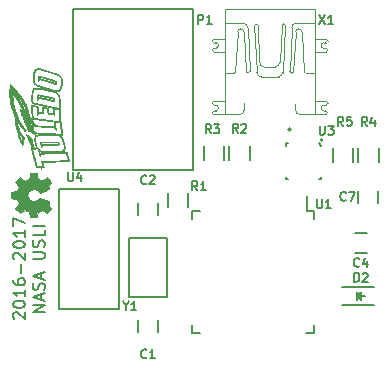
<source format=gto>
G04 #@! TF.FileFunction,Legend,Top*
%FSLAX46Y46*%
G04 Gerber Fmt 4.6, Leading zero omitted, Abs format (unit mm)*
G04 Created by KiCad (PCBNEW 4.0.4+e1-6308~48~ubuntu16.04.1-stable) date Tue Nov 15 18:16:49 2016*
%MOMM*%
%LPD*%
G01*
G04 APERTURE LIST*
%ADD10C,0.100000*%
%ADD11C,0.150000*%
%ADD12C,0.152400*%
%ADD13C,0.101600*%
%ADD14C,0.127000*%
%ADD15C,0.200000*%
%ADD16C,0.010000*%
G04 APERTURE END LIST*
D10*
D11*
X137914619Y-112569095D02*
X137867000Y-112521476D01*
X137819381Y-112426238D01*
X137819381Y-112188142D01*
X137867000Y-112092904D01*
X137914619Y-112045285D01*
X138009857Y-111997666D01*
X138105095Y-111997666D01*
X138247952Y-112045285D01*
X138819381Y-112616714D01*
X138819381Y-111997666D01*
X137819381Y-111378619D02*
X137819381Y-111283380D01*
X137867000Y-111188142D01*
X137914619Y-111140523D01*
X138009857Y-111092904D01*
X138200333Y-111045285D01*
X138438429Y-111045285D01*
X138628905Y-111092904D01*
X138724143Y-111140523D01*
X138771762Y-111188142D01*
X138819381Y-111283380D01*
X138819381Y-111378619D01*
X138771762Y-111473857D01*
X138724143Y-111521476D01*
X138628905Y-111569095D01*
X138438429Y-111616714D01*
X138200333Y-111616714D01*
X138009857Y-111569095D01*
X137914619Y-111521476D01*
X137867000Y-111473857D01*
X137819381Y-111378619D01*
X138819381Y-110092904D02*
X138819381Y-110664333D01*
X138819381Y-110378619D02*
X137819381Y-110378619D01*
X137962238Y-110473857D01*
X138057476Y-110569095D01*
X138105095Y-110664333D01*
X137819381Y-109235761D02*
X137819381Y-109426238D01*
X137867000Y-109521476D01*
X137914619Y-109569095D01*
X138057476Y-109664333D01*
X138247952Y-109711952D01*
X138628905Y-109711952D01*
X138724143Y-109664333D01*
X138771762Y-109616714D01*
X138819381Y-109521476D01*
X138819381Y-109330999D01*
X138771762Y-109235761D01*
X138724143Y-109188142D01*
X138628905Y-109140523D01*
X138390810Y-109140523D01*
X138295571Y-109188142D01*
X138247952Y-109235761D01*
X138200333Y-109330999D01*
X138200333Y-109521476D01*
X138247952Y-109616714D01*
X138295571Y-109664333D01*
X138390810Y-109711952D01*
X138438429Y-108711952D02*
X138438429Y-107950047D01*
X137914619Y-107521476D02*
X137867000Y-107473857D01*
X137819381Y-107378619D01*
X137819381Y-107140523D01*
X137867000Y-107045285D01*
X137914619Y-106997666D01*
X138009857Y-106950047D01*
X138105095Y-106950047D01*
X138247952Y-106997666D01*
X138819381Y-107569095D01*
X138819381Y-106950047D01*
X137819381Y-106331000D02*
X137819381Y-106235761D01*
X137867000Y-106140523D01*
X137914619Y-106092904D01*
X138009857Y-106045285D01*
X138200333Y-105997666D01*
X138438429Y-105997666D01*
X138628905Y-106045285D01*
X138724143Y-106092904D01*
X138771762Y-106140523D01*
X138819381Y-106235761D01*
X138819381Y-106331000D01*
X138771762Y-106426238D01*
X138724143Y-106473857D01*
X138628905Y-106521476D01*
X138438429Y-106569095D01*
X138200333Y-106569095D01*
X138009857Y-106521476D01*
X137914619Y-106473857D01*
X137867000Y-106426238D01*
X137819381Y-106331000D01*
X138819381Y-105045285D02*
X138819381Y-105616714D01*
X138819381Y-105331000D02*
X137819381Y-105331000D01*
X137962238Y-105426238D01*
X138057476Y-105521476D01*
X138105095Y-105616714D01*
X137819381Y-104711952D02*
X137819381Y-104045285D01*
X138819381Y-104473857D01*
X140469381Y-111973857D02*
X139469381Y-111973857D01*
X140469381Y-111402428D01*
X139469381Y-111402428D01*
X140183667Y-110973857D02*
X140183667Y-110497666D01*
X140469381Y-111069095D02*
X139469381Y-110735762D01*
X140469381Y-110402428D01*
X140421762Y-110116714D02*
X140469381Y-109973857D01*
X140469381Y-109735761D01*
X140421762Y-109640523D01*
X140374143Y-109592904D01*
X140278905Y-109545285D01*
X140183667Y-109545285D01*
X140088429Y-109592904D01*
X140040810Y-109640523D01*
X139993190Y-109735761D01*
X139945571Y-109926238D01*
X139897952Y-110021476D01*
X139850333Y-110069095D01*
X139755095Y-110116714D01*
X139659857Y-110116714D01*
X139564619Y-110069095D01*
X139517000Y-110021476D01*
X139469381Y-109926238D01*
X139469381Y-109688142D01*
X139517000Y-109545285D01*
X140183667Y-109164333D02*
X140183667Y-108688142D01*
X140469381Y-109259571D02*
X139469381Y-108926238D01*
X140469381Y-108592904D01*
X139469381Y-107497666D02*
X140278905Y-107497666D01*
X140374143Y-107450047D01*
X140421762Y-107402428D01*
X140469381Y-107307190D01*
X140469381Y-107116713D01*
X140421762Y-107021475D01*
X140374143Y-106973856D01*
X140278905Y-106926237D01*
X139469381Y-106926237D01*
X140421762Y-106497666D02*
X140469381Y-106354809D01*
X140469381Y-106116713D01*
X140421762Y-106021475D01*
X140374143Y-105973856D01*
X140278905Y-105926237D01*
X140183667Y-105926237D01*
X140088429Y-105973856D01*
X140040810Y-106021475D01*
X139993190Y-106116713D01*
X139945571Y-106307190D01*
X139897952Y-106402428D01*
X139850333Y-106450047D01*
X139755095Y-106497666D01*
X139659857Y-106497666D01*
X139564619Y-106450047D01*
X139517000Y-106402428D01*
X139469381Y-106307190D01*
X139469381Y-106069094D01*
X139517000Y-105926237D01*
X140469381Y-105021475D02*
X140469381Y-105497666D01*
X139469381Y-105497666D01*
X140469381Y-104688142D02*
X139469381Y-104688142D01*
X150075000Y-113641000D02*
X150075000Y-112641000D01*
X148375000Y-112641000D02*
X148375000Y-113641000D01*
X148375000Y-102792400D02*
X148375000Y-103792400D01*
X150075000Y-103792400D02*
X150075000Y-102792400D01*
X167759000Y-105322000D02*
X166759000Y-105322000D01*
X166759000Y-107022000D02*
X167759000Y-107022000D01*
X168744000Y-102735000D02*
X168744000Y-101735000D01*
X167044000Y-101735000D02*
X167044000Y-102735000D01*
X165659000Y-111367000D02*
X168359000Y-111367000D01*
X165659000Y-109867000D02*
X168359000Y-109867000D01*
X167159000Y-110767000D02*
X167159000Y-110517000D01*
X167159000Y-110517000D02*
X167009000Y-110667000D01*
X166909000Y-110267000D02*
X166909000Y-110967000D01*
X167259000Y-110617000D02*
X167609000Y-110617000D01*
X166909000Y-110617000D02*
X167259000Y-110267000D01*
X167259000Y-110267000D02*
X167259000Y-110967000D01*
X167259000Y-110967000D02*
X166909000Y-110617000D01*
X153034990Y-86367164D02*
X142875010Y-86367164D01*
X142875010Y-86367164D02*
X142875010Y-99957137D01*
X142875010Y-99957137D02*
X153034990Y-99957137D01*
X153034990Y-86367164D02*
X153034990Y-99957137D01*
X152640000Y-101889000D02*
X152640000Y-103089000D01*
X150890000Y-103089000D02*
X150890000Y-101889000D01*
X156097000Y-99149500D02*
X156097000Y-97949500D01*
X157847000Y-97949500D02*
X157847000Y-99149500D01*
X153938000Y-99152000D02*
X153938000Y-97952000D01*
X155688000Y-97952000D02*
X155688000Y-99152000D01*
X168769000Y-98079000D02*
X168769000Y-99279000D01*
X167019000Y-99279000D02*
X167019000Y-98079000D01*
X166610000Y-98079000D02*
X166610000Y-99279000D01*
X164860000Y-99279000D02*
X164860000Y-98079000D01*
X163275000Y-103435000D02*
X162700000Y-103435000D01*
X163275000Y-113785000D02*
X162600000Y-113785000D01*
X152925000Y-113785000D02*
X153600000Y-113785000D01*
X152925000Y-103435000D02*
X153600000Y-103435000D01*
X163275000Y-103435000D02*
X163275000Y-104110000D01*
X152925000Y-103435000D02*
X152925000Y-104110000D01*
X152925000Y-113785000D02*
X152925000Y-113110000D01*
X163275000Y-113785000D02*
X163275000Y-113110000D01*
X162700000Y-103435000D02*
X162700000Y-102160000D01*
D12*
X144272000Y-101600000D02*
X141732000Y-101600000D01*
X141732000Y-101600000D02*
X141732000Y-104140000D01*
X141732000Y-104140000D02*
X141732000Y-111760000D01*
X141732000Y-111760000D02*
X146812000Y-111760000D01*
X146812000Y-111760000D02*
X146812000Y-101600000D01*
X146812000Y-101600000D02*
X144272000Y-101600000D01*
D13*
X163345900Y-86359100D02*
X163345900Y-95261100D01*
X163345900Y-95261100D02*
X162084200Y-95261100D01*
X162084000Y-95261100D02*
G75*
G02X161719700Y-94896600I100J364400D01*
G01*
X161719700Y-94896600D02*
X161719700Y-94363900D01*
X157359800Y-94321800D02*
X157359800Y-94910600D01*
X157359800Y-94910800D02*
G75*
G02X157009300Y-95261100I-350400J100D01*
G01*
X157009300Y-95261100D02*
X155733600Y-95261100D01*
X155733600Y-95261100D02*
X155733600Y-89975900D01*
X155733600Y-89975900D02*
X155733600Y-86359100D01*
X155733600Y-86359100D02*
X163345900Y-86359100D01*
X155733600Y-95261100D02*
X154794300Y-95261100D01*
X154794273Y-95261100D02*
G75*
G02X154640100Y-95106800I-473J153700D01*
G01*
X154640100Y-95106800D02*
X154640100Y-95106900D01*
X154640100Y-95106900D02*
G75*
G02X154808300Y-94938700I168200J0D01*
G01*
X154808300Y-94938700D02*
X154962500Y-94938700D01*
X154962709Y-94938700D02*
G75*
G03X155186800Y-94714400I91J224000D01*
G01*
X155186800Y-94714400D02*
X155186800Y-94686300D01*
X155186800Y-94686300D02*
G75*
G03X154962500Y-94462000I-224300J0D01*
G01*
X154962500Y-94462000D02*
X154794300Y-94462000D01*
X154794300Y-94462000D02*
G75*
G02X154640100Y-94307800I0J154200D01*
G01*
X154640100Y-94307800D02*
G75*
G02X154808300Y-94139600I168200J0D01*
G01*
X154808300Y-94139600D02*
X155677500Y-94139600D01*
X155733600Y-89975900D02*
X154794300Y-89975900D01*
X154794072Y-89975902D02*
G75*
G02X154640100Y-89821600I-372J153602D01*
G01*
X154640100Y-89821600D02*
X154640100Y-89821700D01*
X154640100Y-89821700D02*
G75*
G02X154808300Y-89653500I168200J0D01*
G01*
X154808300Y-89653500D02*
X154962500Y-89653500D01*
X154962709Y-89653500D02*
G75*
G03X155186800Y-89429200I91J224000D01*
G01*
X155186800Y-89429200D02*
X155186800Y-89401100D01*
X155186800Y-89400900D02*
G75*
G03X154962500Y-89176800I-224200J-100D01*
G01*
X154962500Y-89176800D02*
X154794300Y-89176800D01*
X154794300Y-89176800D02*
G75*
G02X154640100Y-89022600I0J154200D01*
G01*
X154640100Y-89022600D02*
G75*
G02X154808300Y-88854400I168200J0D01*
G01*
X154808300Y-88854400D02*
X155677500Y-88854400D01*
X163345800Y-88854500D02*
X164285100Y-88854500D01*
X164285328Y-88854498D02*
G75*
G02X164439300Y-89008800I372J-153602D01*
G01*
X164439300Y-89008800D02*
X164439300Y-89008700D01*
X164439300Y-89008700D02*
G75*
G02X164271100Y-89176900I-168200J0D01*
G01*
X164271100Y-89176900D02*
X164116900Y-89176900D01*
X164116891Y-89176900D02*
G75*
G03X163892600Y-89401200I-191J-224100D01*
G01*
X163892600Y-89401200D02*
X163892600Y-89429300D01*
X163892600Y-89429309D02*
G75*
G03X164116900Y-89653600I224100J-191D01*
G01*
X164116900Y-89653600D02*
X164285100Y-89653600D01*
X164285100Y-89653600D02*
G75*
G02X164439300Y-89807800I0J-154200D01*
G01*
X164439300Y-89807800D02*
G75*
G02X164271100Y-89976000I-168200J0D01*
G01*
X164271100Y-89976000D02*
X163401900Y-89976000D01*
X163345800Y-94139700D02*
X164285100Y-94139700D01*
X164285195Y-94139699D02*
G75*
G02X164439300Y-94294000I305J-153801D01*
G01*
X164439300Y-94294000D02*
X164439300Y-94293900D01*
X164439300Y-94293900D02*
G75*
G02X164271100Y-94462100I-168200J0D01*
G01*
X164271100Y-94462100D02*
X164116900Y-94462100D01*
X164116900Y-94462100D02*
G75*
G03X163892600Y-94686400I0J-224300D01*
G01*
X163892600Y-94686400D02*
X163892600Y-94714500D01*
X163892600Y-94714700D02*
G75*
G03X164116900Y-94938800I224200J100D01*
G01*
X164116900Y-94938800D02*
X164285100Y-94938800D01*
X164285100Y-94938800D02*
G75*
G02X164439300Y-95093000I0J-154200D01*
G01*
X164439300Y-95093000D02*
G75*
G02X164271100Y-95261200I-168200J0D01*
G01*
X164271100Y-95261200D02*
X163331800Y-95261200D01*
X163289800Y-87550700D02*
X161747700Y-87550700D01*
X161747500Y-87550700D02*
G75*
G03X161397200Y-87901200I100J-350400D01*
G01*
X161397200Y-87901200D02*
X161397200Y-87943200D01*
X161397200Y-87943200D02*
X161229000Y-91616200D01*
X161228984Y-91616371D02*
G75*
G03X161523400Y-91630200I147226J-6529D01*
G01*
X161523400Y-91630200D02*
X161747700Y-88237600D01*
X161747706Y-88237578D02*
G75*
G02X162238400Y-88251600I245084J-16222D01*
G01*
X162238400Y-88251600D02*
X162462700Y-91658200D01*
X162462710Y-91658286D02*
G75*
G03X162588800Y-91770400I119990J7986D01*
G01*
X162588800Y-91770400D02*
X163289800Y-91770400D01*
X160289888Y-92064800D02*
G75*
G03X160626200Y-91728300I-388J336700D01*
G01*
X160626200Y-91728300D02*
X160836500Y-87704900D01*
X160836500Y-87704900D02*
G75*
G03X160570100Y-87690900I-133200J7000D01*
G01*
X160570100Y-87690900D02*
X160401900Y-90803100D01*
X160401900Y-90803100D02*
G75*
G02X159967300Y-91237700I-434600J0D01*
G01*
X159967300Y-91237700D02*
X159084100Y-91237700D01*
X159084100Y-91237700D02*
G75*
G02X158663500Y-90817100I0J420600D01*
G01*
X158663500Y-90817100D02*
X158663500Y-90747000D01*
X158663500Y-90747000D02*
X158523300Y-87704900D01*
X158523290Y-87704682D02*
G75*
G03X158243000Y-87704900I-140140J-6718D01*
G01*
X158243000Y-87704900D02*
X158453200Y-91700300D01*
X158453200Y-91700300D02*
G75*
G03X158817700Y-92064800I364500J0D01*
G01*
X158817700Y-92064800D02*
X160289700Y-92064800D01*
X155789600Y-87550800D02*
X157331700Y-87550800D01*
X157332112Y-87550800D02*
G75*
G02X157682200Y-87901300I-512J-350600D01*
G01*
X157682200Y-87901300D02*
X157682200Y-87943300D01*
X157682200Y-87943300D02*
X157850400Y-91616300D01*
X157850416Y-91616471D02*
G75*
G02X157556000Y-91630300I-147226J-6529D01*
G01*
X157556000Y-91630300D02*
X157331700Y-88237700D01*
X157331694Y-88237678D02*
G75*
G03X156841000Y-88251700I-245084J-16222D01*
G01*
X156841000Y-88251700D02*
X156616700Y-91658300D01*
X156616690Y-91658386D02*
G75*
G02X156490600Y-91770500I-119990J7986D01*
G01*
X156490600Y-91770500D02*
X155789600Y-91770500D01*
D14*
X161318000Y-96520000D02*
G75*
G03X161318000Y-96520000I-127000J0D01*
G01*
D11*
X147625000Y-110721200D02*
X150825000Y-110721200D01*
X150825000Y-105721200D02*
X147625000Y-105721200D01*
X147625000Y-105721200D02*
X147625000Y-110721200D01*
X150825000Y-105721200D02*
X150825000Y-110721200D01*
D15*
X163714042Y-97716352D02*
X163914042Y-97916352D01*
X163914042Y-100516352D02*
X163914042Y-100716352D01*
X163914042Y-100716352D02*
X163714042Y-100716352D01*
X161114042Y-100716352D02*
X160914042Y-100716352D01*
X160914042Y-100716352D02*
X160914042Y-100516352D01*
X160914042Y-97916352D02*
X160914042Y-97716352D01*
X160914042Y-97716352D02*
X161114042Y-97716352D01*
D10*
X164041042Y-97416352D02*
G75*
G03X164041042Y-97416352I-127000J0D01*
G01*
D16*
G36*
X137490758Y-93341714D02*
X137491631Y-93268772D01*
X137493071Y-93204069D01*
X137495032Y-93149299D01*
X137497470Y-93106155D01*
X137499440Y-93083743D01*
X137505637Y-93029103D01*
X137512369Y-92973273D01*
X137519365Y-92918184D01*
X137526354Y-92865764D01*
X137533063Y-92817943D01*
X137539223Y-92776651D01*
X137544561Y-92743817D01*
X137548805Y-92721369D01*
X137551685Y-92711238D01*
X137551868Y-92710997D01*
X137558696Y-92713908D01*
X137574599Y-92725593D01*
X137598173Y-92744787D01*
X137628013Y-92770222D01*
X137662714Y-92800631D01*
X137700870Y-92834748D01*
X137741076Y-92871307D01*
X137781929Y-92909041D01*
X137822022Y-92946684D01*
X137859951Y-92982968D01*
X137894310Y-93016628D01*
X137922125Y-93044772D01*
X138009368Y-93137354D01*
X138091950Y-93230218D01*
X138171322Y-93325272D01*
X138248937Y-93424427D01*
X138326246Y-93529590D01*
X138404702Y-93642673D01*
X138485755Y-93765583D01*
X138563311Y-93888092D01*
X138652006Y-94033716D01*
X138731473Y-94171286D01*
X138802687Y-94303077D01*
X138866620Y-94431361D01*
X138924245Y-94558412D01*
X138976534Y-94686504D01*
X139024460Y-94817909D01*
X139068997Y-94954902D01*
X139111116Y-95099755D01*
X139151792Y-95254742D01*
X139156928Y-95275364D01*
X139169236Y-95324560D01*
X139180706Y-95369468D01*
X139190796Y-95408041D01*
X139198965Y-95438229D01*
X139204669Y-95457987D01*
X139207082Y-95464881D01*
X139212784Y-95473328D01*
X139226148Y-95491911D01*
X139246101Y-95519175D01*
X139271569Y-95553665D01*
X139301479Y-95593926D01*
X139334758Y-95638501D01*
X139358033Y-95669560D01*
X139399848Y-95725889D01*
X139444915Y-95787665D01*
X139490845Y-95851540D01*
X139535250Y-95914169D01*
X139575742Y-95972207D01*
X139609934Y-96022309D01*
X139611931Y-96025285D01*
X139720987Y-96188011D01*
X139803022Y-96192497D01*
X139837804Y-96194381D01*
X139882815Y-96196795D01*
X139933789Y-96199509D01*
X139986460Y-96202298D01*
X140026572Y-96204410D01*
X140080446Y-96207315D01*
X140138738Y-96210590D01*
X140196301Y-96213937D01*
X140247986Y-96217059D01*
X140276943Y-96218887D01*
X140319215Y-96221474D01*
X140371537Y-96224444D01*
X140429458Y-96227556D01*
X140488525Y-96230573D01*
X140544288Y-96233255D01*
X140545458Y-96233309D01*
X140615839Y-96236694D01*
X140697505Y-96240850D01*
X140787253Y-96245600D01*
X140881884Y-96250770D01*
X140978198Y-96256183D01*
X141072994Y-96261662D01*
X141163074Y-96267032D01*
X141205522Y-96269632D01*
X141243566Y-96271809D01*
X141276142Y-96273337D01*
X141300665Y-96274121D01*
X141314550Y-96274067D01*
X141316682Y-96273709D01*
X141316712Y-96265995D01*
X141315114Y-96246331D01*
X141312132Y-96217162D01*
X141308011Y-96180931D01*
X141304548Y-96152421D01*
X141298654Y-96104275D01*
X141292594Y-96053397D01*
X141286969Y-96004911D01*
X141282378Y-95963940D01*
X141281148Y-95952527D01*
X141277249Y-95919171D01*
X141273279Y-95890892D01*
X141269741Y-95870976D01*
X141267445Y-95863070D01*
X141258759Y-95859737D01*
X141236128Y-95854820D01*
X141200026Y-95848389D01*
X141150927Y-95840513D01*
X141089306Y-95831264D01*
X141015638Y-95820712D01*
X140930396Y-95808927D01*
X140834054Y-95795979D01*
X140727088Y-95781940D01*
X140679715Y-95775813D01*
X140635859Y-95770115D01*
X140580096Y-95762793D01*
X140514901Y-95754175D01*
X140442750Y-95744591D01*
X140366118Y-95734370D01*
X140287480Y-95723842D01*
X140209311Y-95713335D01*
X140164458Y-95707285D01*
X140054209Y-95692425D01*
X139949448Y-95678366D01*
X139851218Y-95665246D01*
X139760563Y-95653203D01*
X139678528Y-95642373D01*
X139606156Y-95632895D01*
X139544492Y-95624907D01*
X139494578Y-95618544D01*
X139457459Y-95613946D01*
X139443610Y-95612304D01*
X139420437Y-95608391D01*
X139403913Y-95603285D01*
X139398441Y-95599249D01*
X139397238Y-95590038D01*
X139395345Y-95568371D01*
X139392910Y-95536281D01*
X139390083Y-95495802D01*
X139387010Y-95448967D01*
X139384338Y-95406029D01*
X139380736Y-95346565D01*
X139376668Y-95279178D01*
X139372246Y-95205723D01*
X139367580Y-95128059D01*
X139362782Y-95048042D01*
X139357962Y-94967527D01*
X139353232Y-94888373D01*
X139348703Y-94812436D01*
X139344484Y-94741571D01*
X139340688Y-94677637D01*
X139337425Y-94622490D01*
X139334807Y-94577986D01*
X139332943Y-94545983D01*
X139332843Y-94544243D01*
X139331176Y-94504154D01*
X139331514Y-94477232D01*
X139333842Y-94463976D01*
X139335487Y-94462600D01*
X139345113Y-94463569D01*
X139366854Y-94466294D01*
X139398772Y-94470503D01*
X139438935Y-94475926D01*
X139485408Y-94482289D01*
X139536255Y-94489323D01*
X139589543Y-94496755D01*
X139643337Y-94504315D01*
X139695701Y-94511729D01*
X139744703Y-94518727D01*
X139788406Y-94525038D01*
X139824877Y-94530389D01*
X139852180Y-94534510D01*
X139868382Y-94537128D01*
X139872080Y-94537918D01*
X139873041Y-94545462D01*
X139874697Y-94565822D01*
X139876934Y-94597321D01*
X139879643Y-94638284D01*
X139882711Y-94687035D01*
X139886028Y-94741897D01*
X139888798Y-94789283D01*
X139892273Y-94847917D01*
X139895660Y-94901849D01*
X139898837Y-94949391D01*
X139901684Y-94988854D01*
X139904080Y-95018552D01*
X139905905Y-95036794D01*
X139906871Y-95042005D01*
X139913388Y-95040004D01*
X139920130Y-95032718D01*
X139924167Y-95028188D01*
X139929904Y-95025276D01*
X139939436Y-95024065D01*
X139954856Y-95024639D01*
X139978259Y-95027079D01*
X140011739Y-95031468D01*
X140057389Y-95037890D01*
X140059755Y-95038227D01*
X140104768Y-95044601D01*
X140147740Y-95050620D01*
X140185406Y-95055830D01*
X140214503Y-95059780D01*
X140229098Y-95061688D01*
X140268338Y-95066619D01*
X140262887Y-94958738D01*
X140260326Y-94907929D01*
X140257412Y-94849863D01*
X140254507Y-94791782D01*
X140252027Y-94742000D01*
X140250409Y-94703647D01*
X140249553Y-94670529D01*
X140249487Y-94645306D01*
X140250237Y-94630635D01*
X140250896Y-94628121D01*
X140259235Y-94627370D01*
X140279942Y-94628449D01*
X140311020Y-94631108D01*
X140350472Y-94635093D01*
X140396301Y-94640153D01*
X140446510Y-94646036D01*
X140499104Y-94652489D01*
X140552085Y-94659262D01*
X140603457Y-94666102D01*
X140651223Y-94672758D01*
X140693385Y-94678976D01*
X140727949Y-94684506D01*
X140752916Y-94689095D01*
X140766291Y-94692492D01*
X140767863Y-94693351D01*
X140769604Y-94701792D01*
X140771832Y-94722575D01*
X140774376Y-94753543D01*
X140777068Y-94792538D01*
X140779736Y-94837403D01*
X140780842Y-94858115D01*
X140783540Y-94909187D01*
X140786305Y-94959387D01*
X140788953Y-95005487D01*
X140791296Y-95044264D01*
X140793148Y-95072490D01*
X140793476Y-95077028D01*
X140797876Y-95136283D01*
X140820438Y-95140400D01*
X140842336Y-95144002D01*
X140873797Y-95148645D01*
X140912620Y-95154054D01*
X140956604Y-95159952D01*
X141003549Y-95166064D01*
X141051254Y-95172114D01*
X141097519Y-95177826D01*
X141140143Y-95182924D01*
X141176925Y-95187133D01*
X141205664Y-95190175D01*
X141224161Y-95191776D01*
X141230218Y-95191773D01*
X141230618Y-95184005D01*
X141230164Y-95163791D01*
X141228973Y-95133169D01*
X141227165Y-95094174D01*
X141224859Y-95048844D01*
X141222174Y-94999214D01*
X141219227Y-94947321D01*
X141216138Y-94895201D01*
X141213025Y-94844890D01*
X141210007Y-94798426D01*
X141207204Y-94757845D01*
X141204732Y-94725182D01*
X141202713Y-94702475D01*
X141201263Y-94691759D01*
X141201037Y-94691218D01*
X141193473Y-94689008D01*
X141173668Y-94684251D01*
X141143581Y-94677390D01*
X141105176Y-94668866D01*
X141060413Y-94659122D01*
X141024274Y-94651370D01*
X140968666Y-94639512D01*
X140903001Y-94625508D01*
X140831421Y-94610240D01*
X140758063Y-94594592D01*
X140687067Y-94579447D01*
X140632543Y-94567814D01*
X140563943Y-94553180D01*
X140487021Y-94536775D01*
X140406554Y-94519617D01*
X140327315Y-94502725D01*
X140254079Y-94487116D01*
X140208000Y-94477297D01*
X140142025Y-94463228D01*
X140068785Y-94447585D01*
X139992931Y-94431365D01*
X139919116Y-94415562D01*
X139851991Y-94401171D01*
X139816115Y-94393468D01*
X139757317Y-94380836D01*
X139695059Y-94367467D01*
X139633284Y-94354207D01*
X139575932Y-94341901D01*
X139526949Y-94331396D01*
X139507686Y-94327268D01*
X139466774Y-94318216D01*
X139430526Y-94309659D01*
X139401456Y-94302232D01*
X139382079Y-94296572D01*
X139375243Y-94293743D01*
X139373341Y-94285176D01*
X139371646Y-94263641D01*
X139370162Y-94230681D01*
X139368890Y-94187841D01*
X139367834Y-94136664D01*
X139366996Y-94078695D01*
X139366378Y-94015478D01*
X139365983Y-93948557D01*
X139365814Y-93879477D01*
X139365873Y-93809780D01*
X139366163Y-93741012D01*
X139366686Y-93674717D01*
X139367445Y-93612438D01*
X139368443Y-93555720D01*
X139369681Y-93506107D01*
X139371164Y-93465143D01*
X139372892Y-93434372D01*
X139373799Y-93423784D01*
X139385082Y-93338387D01*
X139400626Y-93265674D01*
X139421039Y-93204277D01*
X139446930Y-93152833D01*
X139478909Y-93109976D01*
X139517583Y-93074341D01*
X139535344Y-93061617D01*
X139569519Y-93040771D01*
X139603229Y-93025024D01*
X139639460Y-93013643D01*
X139681199Y-93005894D01*
X139731429Y-93001044D01*
X139792676Y-92998370D01*
X139824971Y-92997552D01*
X139854764Y-92997049D01*
X139883043Y-92997023D01*
X139910798Y-92997635D01*
X139939019Y-92999050D01*
X139968696Y-93001428D01*
X140000818Y-93004933D01*
X140036375Y-93009726D01*
X140076356Y-93015970D01*
X140121751Y-93023828D01*
X140173550Y-93033461D01*
X140232742Y-93045032D01*
X140300316Y-93058704D01*
X140377264Y-93074638D01*
X140464573Y-93092997D01*
X140563234Y-93113944D01*
X140674236Y-93137640D01*
X140781315Y-93160554D01*
X140886771Y-93183729D01*
X140979591Y-93205493D01*
X141061520Y-93226375D01*
X141134307Y-93246902D01*
X141199697Y-93267602D01*
X141259439Y-93289002D01*
X141315280Y-93311630D01*
X141368967Y-93336013D01*
X141380029Y-93341357D01*
X141464088Y-93387265D01*
X141534918Y-93436910D01*
X141593563Y-93491372D01*
X141641061Y-93551731D01*
X141678454Y-93619065D01*
X141699870Y-93672954D01*
X141707317Y-93695107D01*
X141713804Y-93715715D01*
X141719410Y-93735936D01*
X141724217Y-93756930D01*
X141728305Y-93779857D01*
X141731755Y-93805877D01*
X141734647Y-93836148D01*
X141737061Y-93871830D01*
X141739079Y-93914082D01*
X141740780Y-93964065D01*
X141742246Y-94022938D01*
X141743556Y-94091859D01*
X141744792Y-94171989D01*
X141746034Y-94264487D01*
X141747154Y-94353743D01*
X141748264Y-94439518D01*
X141749421Y-94521703D01*
X141750600Y-94599040D01*
X141751779Y-94670274D01*
X141752934Y-94734145D01*
X141754042Y-94789396D01*
X141755079Y-94834770D01*
X141756021Y-94869009D01*
X141756845Y-94890856D01*
X141757330Y-94898029D01*
X141758443Y-94911077D01*
X141760305Y-94937236D01*
X141762828Y-94975126D01*
X141765927Y-95023368D01*
X141769514Y-95080583D01*
X141773504Y-95145392D01*
X141777810Y-95216414D01*
X141782345Y-95292271D01*
X141786702Y-95366115D01*
X141793651Y-95480955D01*
X141800458Y-95586175D01*
X141807061Y-95680961D01*
X141813398Y-95764498D01*
X141819409Y-95835971D01*
X141825030Y-95894568D01*
X141830195Y-95939429D01*
X141836230Y-95985607D01*
X141844102Y-96045579D01*
X141853819Y-96119422D01*
X141865393Y-96207208D01*
X141878832Y-96309013D01*
X141894146Y-96424911D01*
X141911347Y-96554977D01*
X141930442Y-96699285D01*
X141950287Y-96849186D01*
X141955124Y-96887752D01*
X141958787Y-96921048D01*
X141961037Y-96946515D01*
X141961633Y-96961596D01*
X141961155Y-96964550D01*
X141953105Y-96965310D01*
X141932639Y-96965326D01*
X141901831Y-96964652D01*
X141866408Y-96963465D01*
X141866408Y-96898584D01*
X141879056Y-96897377D01*
X141883889Y-96892710D01*
X141884400Y-96888387D01*
X141883475Y-96878631D01*
X141880837Y-96856124D01*
X141876693Y-96822506D01*
X141871250Y-96779413D01*
X141864717Y-96728482D01*
X141857299Y-96671351D01*
X141849204Y-96609657D01*
X141847454Y-96596399D01*
X141831288Y-96474239D01*
X141816895Y-96365879D01*
X141804192Y-96270724D01*
X141793098Y-96188179D01*
X141783530Y-96117648D01*
X141775405Y-96058537D01*
X141768642Y-96010250D01*
X141763158Y-95972192D01*
X141758870Y-95943769D01*
X141755697Y-95924384D01*
X141753556Y-95913443D01*
X141752543Y-95910381D01*
X141744778Y-95909135D01*
X141734892Y-95908232D01*
X141734892Y-95848715D01*
X141741421Y-95847079D01*
X141744600Y-95840118D01*
X141744946Y-95824749D01*
X141743139Y-95799729D01*
X141741944Y-95783599D01*
X141740005Y-95754433D01*
X141737410Y-95713684D01*
X141734249Y-95662805D01*
X141730610Y-95603250D01*
X141726582Y-95536473D01*
X141722254Y-95463928D01*
X141717715Y-95387067D01*
X141713729Y-95318943D01*
X141709090Y-95239863D01*
X141704586Y-95164104D01*
X141700304Y-95093085D01*
X141696334Y-95028224D01*
X141692763Y-94970940D01*
X141689679Y-94922649D01*
X141687171Y-94884771D01*
X141685328Y-94858723D01*
X141684328Y-94846743D01*
X141680084Y-94806342D01*
X141663017Y-94804230D01*
X141663017Y-94716600D01*
X141665570Y-94709593D01*
X141667824Y-94689565D01*
X141669778Y-94658006D01*
X141671432Y-94616407D01*
X141672788Y-94566257D01*
X141673845Y-94509047D01*
X141674604Y-94446267D01*
X141675066Y-94379407D01*
X141675231Y-94309957D01*
X141675099Y-94239409D01*
X141674670Y-94169251D01*
X141673946Y-94100974D01*
X141672926Y-94036068D01*
X141671612Y-93976024D01*
X141670003Y-93922331D01*
X141668100Y-93876481D01*
X141665903Y-93839962D01*
X141663413Y-93814266D01*
X141662753Y-93809759D01*
X141645398Y-93728275D01*
X141621124Y-93657875D01*
X141588920Y-93596386D01*
X141547779Y-93541638D01*
X141528800Y-93521347D01*
X141491099Y-93486673D01*
X141448700Y-93454506D01*
X141400534Y-93424426D01*
X141345533Y-93396013D01*
X141282628Y-93368848D01*
X141210750Y-93342510D01*
X141128832Y-93316581D01*
X141035803Y-93290640D01*
X140930596Y-93264267D01*
X140812142Y-93237043D01*
X140795829Y-93233445D01*
X140674018Y-93206743D01*
X140565342Y-93183054D01*
X140468776Y-93162192D01*
X140383300Y-93143971D01*
X140307888Y-93128206D01*
X140241519Y-93114711D01*
X140183169Y-93103300D01*
X140131815Y-93093787D01*
X140086434Y-93085987D01*
X140046003Y-93079714D01*
X140009500Y-93074781D01*
X139975900Y-93071004D01*
X139944182Y-93068197D01*
X139913321Y-93066173D01*
X139882295Y-93064747D01*
X139863286Y-93064104D01*
X139803912Y-93062836D01*
X139756212Y-93063269D01*
X139717409Y-93065767D01*
X139684724Y-93070695D01*
X139655380Y-93078419D01*
X139626598Y-93089304D01*
X139608200Y-93097618D01*
X139557905Y-93128568D01*
X139518083Y-93169269D01*
X139488965Y-93218000D01*
X139479920Y-93238058D01*
X139472187Y-93257341D01*
X139465640Y-93277177D01*
X139460150Y-93298896D01*
X139455590Y-93323827D01*
X139451834Y-93353299D01*
X139448753Y-93388640D01*
X139446221Y-93431180D01*
X139444110Y-93482247D01*
X139442292Y-93543170D01*
X139440640Y-93615278D01*
X139439027Y-93699900D01*
X139438188Y-93747772D01*
X139437001Y-93822649D01*
X139436053Y-93894903D01*
X139435351Y-93962891D01*
X139434905Y-94024967D01*
X139434721Y-94079489D01*
X139434809Y-94124813D01*
X139435176Y-94159294D01*
X139435830Y-94181289D01*
X139436024Y-94184431D01*
X139438580Y-94214043D01*
X139441572Y-94232216D01*
X139445966Y-94242017D01*
X139452731Y-94246512D01*
X139455882Y-94247410D01*
X139467572Y-94250007D01*
X139491013Y-94255071D01*
X139523752Y-94262078D01*
X139563336Y-94270503D01*
X139607313Y-94279820D01*
X139612915Y-94281004D01*
X139660624Y-94291123D01*
X139718560Y-94303471D01*
X139782769Y-94317200D01*
X139849292Y-94331465D01*
X139914174Y-94345418D01*
X139954000Y-94354007D01*
X140014168Y-94366932D01*
X140077232Y-94380359D01*
X140139577Y-94393527D01*
X140197590Y-94405674D01*
X140247657Y-94416039D01*
X140276943Y-94422010D01*
X140329703Y-94432872D01*
X140389090Y-94445440D01*
X140448778Y-94458356D01*
X140502443Y-94470263D01*
X140516429Y-94473436D01*
X140564206Y-94484134D01*
X140620779Y-94496461D01*
X140680702Y-94509252D01*
X140738530Y-94521338D01*
X140770429Y-94527863D01*
X140825191Y-94539135D01*
X140888281Y-94552429D01*
X140953882Y-94566500D01*
X141016180Y-94580104D01*
X141053458Y-94588402D01*
X141105831Y-94600025D01*
X141161272Y-94612065D01*
X141215312Y-94623570D01*
X141263485Y-94633586D01*
X141296572Y-94640237D01*
X141338568Y-94648676D01*
X141389554Y-94659242D01*
X141444367Y-94670849D01*
X141497844Y-94682409D01*
X141523317Y-94688018D01*
X141565196Y-94697185D01*
X141602614Y-94705133D01*
X141633089Y-94711354D01*
X141654142Y-94715341D01*
X141663017Y-94716600D01*
X141663017Y-94804230D01*
X141481354Y-94781749D01*
X141429378Y-94775444D01*
X141382281Y-94769973D01*
X141341932Y-94765535D01*
X141310198Y-94762326D01*
X141288947Y-94760545D01*
X141280047Y-94760387D01*
X141279912Y-94760464D01*
X141279652Y-94768286D01*
X141280281Y-94788702D01*
X141281703Y-94819824D01*
X141283824Y-94859765D01*
X141286549Y-94906637D01*
X141289783Y-94958553D01*
X141290092Y-94963343D01*
X141293578Y-95019165D01*
X141296739Y-95073335D01*
X141299439Y-95123240D01*
X141301542Y-95166261D01*
X141302913Y-95199784D01*
X141303407Y-95219734D01*
X141303829Y-95276554D01*
X141283872Y-95272480D01*
X141272151Y-95270609D01*
X141247836Y-95267127D01*
X141212727Y-95262278D01*
X141168627Y-95256308D01*
X141117335Y-95249459D01*
X141060654Y-95241976D01*
X141011002Y-95235484D01*
X140951585Y-95227604D01*
X140896396Y-95220005D01*
X140847175Y-95212948D01*
X140805663Y-95206695D01*
X140773599Y-95201507D01*
X140752723Y-95197643D01*
X140745086Y-95195602D01*
X140741355Y-95193324D01*
X140738240Y-95189924D01*
X140735586Y-95183987D01*
X140733238Y-95174097D01*
X140731044Y-95158841D01*
X140728848Y-95136802D01*
X140726497Y-95106566D01*
X140723837Y-95066718D01*
X140720713Y-95015843D01*
X140716972Y-94952526D01*
X140715058Y-94919800D01*
X140712196Y-94875008D01*
X140709143Y-94834411D01*
X140706126Y-94800540D01*
X140703372Y-94775926D01*
X140701107Y-94763098D01*
X140700972Y-94762702D01*
X140693944Y-94752630D01*
X140679699Y-94746308D01*
X140656592Y-94742264D01*
X140636620Y-94739677D01*
X140605518Y-94735562D01*
X140566537Y-94730352D01*
X140522926Y-94724481D01*
X140487970Y-94719748D01*
X140444698Y-94714024D01*
X140405132Y-94709074D01*
X140372040Y-94705222D01*
X140348189Y-94702792D01*
X140337215Y-94702086D01*
X140316518Y-94702086D01*
X140320434Y-94758329D01*
X140325690Y-94834701D01*
X140329912Y-94898187D01*
X140333188Y-94950369D01*
X140335608Y-94992832D01*
X140337260Y-95027159D01*
X140338232Y-95054934D01*
X140338615Y-95077741D01*
X140338629Y-95082632D01*
X140338629Y-95137515D01*
X140307786Y-95137401D01*
X140289175Y-95136331D01*
X140259910Y-95133481D01*
X140223685Y-95129258D01*
X140184196Y-95124068D01*
X140175343Y-95122823D01*
X140132259Y-95116996D01*
X140088353Y-95111579D01*
X140048541Y-95107150D01*
X140017741Y-95104284D01*
X140015686Y-95104130D01*
X139957629Y-95099902D01*
X139911856Y-95183851D01*
X139894353Y-95215392D01*
X139878928Y-95242148D01*
X139867076Y-95261601D01*
X139860290Y-95271235D01*
X139859707Y-95271741D01*
X139857202Y-95272078D01*
X139854898Y-95269085D01*
X139852697Y-95261649D01*
X139850495Y-95248659D01*
X139848193Y-95229002D01*
X139845688Y-95201567D01*
X139842881Y-95165242D01*
X139839670Y-95118915D01*
X139835953Y-95061474D01*
X139831630Y-94991808D01*
X139826600Y-94908804D01*
X139826394Y-94905387D01*
X139822438Y-94840080D01*
X139818710Y-94779438D01*
X139815306Y-94724956D01*
X139812321Y-94678126D01*
X139809852Y-94640442D01*
X139807994Y-94613397D01*
X139806844Y-94598487D01*
X139806539Y-94595987D01*
X139799302Y-94594760D01*
X139779547Y-94591839D01*
X139749139Y-94587490D01*
X139709943Y-94581975D01*
X139663822Y-94575559D01*
X139612642Y-94568507D01*
X139610037Y-94568150D01*
X139550093Y-94560057D01*
X139503018Y-94554034D01*
X139467333Y-94549954D01*
X139441561Y-94547692D01*
X139424223Y-94547121D01*
X139413840Y-94548115D01*
X139408935Y-94550548D01*
X139408612Y-94550979D01*
X139405940Y-94562827D01*
X139405143Y-94584227D01*
X139406209Y-94607743D01*
X139407323Y-94623459D01*
X139409194Y-94652234D01*
X139411734Y-94692638D01*
X139414857Y-94743238D01*
X139418474Y-94802606D01*
X139422499Y-94869309D01*
X139426844Y-94941918D01*
X139431423Y-95019001D01*
X139435845Y-95093972D01*
X139440531Y-95172432D01*
X139445103Y-95246568D01*
X139449472Y-95315113D01*
X139453552Y-95376802D01*
X139457254Y-95430370D01*
X139460491Y-95474551D01*
X139463176Y-95508079D01*
X139465222Y-95529688D01*
X139466540Y-95538113D01*
X139466570Y-95538152D01*
X139468954Y-95539398D01*
X139474381Y-95540969D01*
X139483454Y-95542949D01*
X139496783Y-95545424D01*
X139514972Y-95548476D01*
X139538629Y-95552191D01*
X139568359Y-95556654D01*
X139604771Y-95561947D01*
X139648470Y-95568156D01*
X139700063Y-95575365D01*
X139760157Y-95583659D01*
X139829357Y-95593121D01*
X139908272Y-95603837D01*
X139997507Y-95615889D01*
X140097669Y-95629364D01*
X140209364Y-95644345D01*
X140333199Y-95660916D01*
X140469782Y-95679162D01*
X140619718Y-95699168D01*
X140734143Y-95714423D01*
X140810832Y-95724678D01*
X140898221Y-95736418D01*
X140992629Y-95749147D01*
X141090380Y-95762367D01*
X141187793Y-95775580D01*
X141281191Y-95788289D01*
X141366894Y-95799996D01*
X141380667Y-95801882D01*
X141449751Y-95811315D01*
X141514679Y-95820112D01*
X141573987Y-95828081D01*
X141626209Y-95835027D01*
X141669880Y-95840758D01*
X141703537Y-95845078D01*
X141725713Y-95847795D01*
X141734892Y-95848715D01*
X141734892Y-95908232D01*
X141724809Y-95907310D01*
X141694888Y-95905038D01*
X141657268Y-95902450D01*
X141614199Y-95899678D01*
X141567932Y-95896853D01*
X141520721Y-95894107D01*
X141474815Y-95891571D01*
X141432467Y-95889376D01*
X141395929Y-95887655D01*
X141367451Y-95886538D01*
X141349285Y-95886157D01*
X141343633Y-95886510D01*
X141343717Y-95894123D01*
X141345483Y-95912964D01*
X141348606Y-95939885D01*
X141351340Y-95961200D01*
X141360732Y-96032951D01*
X141369937Y-96105171D01*
X141378787Y-96176403D01*
X141387119Y-96245190D01*
X141394765Y-96310076D01*
X141401560Y-96369605D01*
X141407339Y-96422319D01*
X141411936Y-96466762D01*
X141415185Y-96501477D01*
X141416921Y-96525008D01*
X141416977Y-96535898D01*
X141416769Y-96536433D01*
X141412220Y-96537038D01*
X141404669Y-96531388D01*
X141393166Y-96518292D01*
X141376763Y-96496563D01*
X141354508Y-96465012D01*
X141325453Y-96422450D01*
X141324126Y-96420487D01*
X141300691Y-96387241D01*
X141280517Y-96361411D01*
X141265064Y-96344763D01*
X141256658Y-96339129D01*
X141246197Y-96338098D01*
X141223005Y-96336519D01*
X141188846Y-96334489D01*
X141145489Y-96332107D01*
X141094700Y-96329470D01*
X141038247Y-96326675D01*
X140988143Y-96324296D01*
X140936599Y-96321834D01*
X140872550Y-96318676D01*
X140797983Y-96314925D01*
X140714888Y-96310682D01*
X140625250Y-96306052D01*
X140531058Y-96301137D01*
X140434299Y-96296040D01*
X140336961Y-96290864D01*
X140241031Y-96285712D01*
X140204372Y-96283728D01*
X140086805Y-96277351D01*
X139982888Y-96271721D01*
X139891780Y-96266800D01*
X139812639Y-96262550D01*
X139744622Y-96258933D01*
X139686887Y-96255913D01*
X139638591Y-96253451D01*
X139598893Y-96251510D01*
X139566951Y-96250052D01*
X139541921Y-96249040D01*
X139522963Y-96248435D01*
X139509233Y-96248201D01*
X139499889Y-96248300D01*
X139494090Y-96248694D01*
X139490992Y-96249345D01*
X139489755Y-96250216D01*
X139489535Y-96251269D01*
X139489543Y-96251802D01*
X139490505Y-96260113D01*
X139493202Y-96280776D01*
X139497357Y-96311767D01*
X139502689Y-96351065D01*
X139508919Y-96396647D01*
X139515768Y-96446490D01*
X139522955Y-96498573D01*
X139530202Y-96550872D01*
X139537229Y-96601366D01*
X139543756Y-96648031D01*
X139549504Y-96688846D01*
X139554194Y-96721789D01*
X139557546Y-96744835D01*
X139558953Y-96754043D01*
X139564031Y-96770966D01*
X139573813Y-96777244D01*
X139579114Y-96777629D01*
X139589890Y-96778005D01*
X139613445Y-96779077D01*
X139648067Y-96780758D01*
X139692040Y-96782962D01*
X139743653Y-96785603D01*
X139801191Y-96788596D01*
X139862940Y-96791855D01*
X139867256Y-96792084D01*
X139924066Y-96795094D01*
X139993153Y-96798735D01*
X140072298Y-96802891D01*
X140159285Y-96807447D01*
X140251894Y-96812286D01*
X140347908Y-96817293D01*
X140445110Y-96822351D01*
X140541280Y-96827345D01*
X140632543Y-96832074D01*
X140798929Y-96840693D01*
X140951248Y-96848602D01*
X141089929Y-96855827D01*
X141215401Y-96862388D01*
X141328093Y-96868310D01*
X141428434Y-96873615D01*
X141516853Y-96878326D01*
X141593779Y-96882467D01*
X141659640Y-96886060D01*
X141714867Y-96889128D01*
X141759887Y-96891695D01*
X141795131Y-96893784D01*
X141821026Y-96895416D01*
X141838001Y-96896617D01*
X141842672Y-96897006D01*
X141866408Y-96898584D01*
X141866408Y-96963465D01*
X141862759Y-96963342D01*
X141817499Y-96961449D01*
X141789021Y-96960094D01*
X141741175Y-96957845D01*
X141698373Y-96956072D01*
X141662675Y-96954840D01*
X141636139Y-96954215D01*
X141620827Y-96954263D01*
X141617892Y-96954632D01*
X141622842Y-96958697D01*
X141638461Y-96967582D01*
X141662273Y-96979949D01*
X141689832Y-96993514D01*
X141755881Y-97029019D01*
X141813077Y-97068474D01*
X141863415Y-97113957D01*
X141908889Y-97167547D01*
X141951493Y-97231322D01*
X141993221Y-97307359D01*
X141995667Y-97312210D01*
X142021483Y-97369210D01*
X142047852Y-97437680D01*
X142073882Y-97514649D01*
X142098678Y-97597146D01*
X142121349Y-97682198D01*
X142141000Y-97766835D01*
X142156734Y-97848058D01*
X142169996Y-97950685D01*
X142172815Y-98043234D01*
X142165191Y-98125708D01*
X142147123Y-98198112D01*
X142118610Y-98260449D01*
X142079649Y-98312725D01*
X142030240Y-98354942D01*
X141990776Y-98377857D01*
X141976353Y-98384992D01*
X141963119Y-98391364D01*
X141950213Y-98397018D01*
X141936776Y-98401994D01*
X141921946Y-98406338D01*
X141904862Y-98410091D01*
X141884664Y-98413297D01*
X141860490Y-98415999D01*
X141831481Y-98418240D01*
X141796776Y-98420063D01*
X141755513Y-98421512D01*
X141706831Y-98422629D01*
X141649872Y-98423457D01*
X141583772Y-98424040D01*
X141507672Y-98424420D01*
X141420711Y-98424641D01*
X141322029Y-98424745D01*
X141210763Y-98424777D01*
X141086055Y-98424778D01*
X141053458Y-98424779D01*
X140924524Y-98424789D01*
X140809227Y-98424778D01*
X140706689Y-98424695D01*
X140619883Y-98424504D01*
X140619883Y-98359081D01*
X140699932Y-98359026D01*
X140791371Y-98358880D01*
X140895074Y-98358655D01*
X141011917Y-98358363D01*
X141085032Y-98358170D01*
X141880772Y-98356058D01*
X141936426Y-98332040D01*
X141991643Y-98301752D01*
X142035120Y-98263234D01*
X142067651Y-98215577D01*
X142090027Y-98157869D01*
X142090863Y-98154816D01*
X142096468Y-98123541D01*
X142099975Y-98081654D01*
X142101390Y-98032907D01*
X142100717Y-97981048D01*
X142097960Y-97929829D01*
X142093125Y-97882998D01*
X142090497Y-97865665D01*
X142081864Y-97820223D01*
X142070178Y-97766425D01*
X142056307Y-97707656D01*
X142041123Y-97647307D01*
X142025494Y-97588765D01*
X142010290Y-97535417D01*
X141996380Y-97490653D01*
X141988184Y-97467058D01*
X141948261Y-97369619D01*
X141905422Y-97285640D01*
X141858829Y-97214218D01*
X141807643Y-97154447D01*
X141751024Y-97105422D01*
X141688132Y-97066239D01*
X141618129Y-97035993D01*
X141575972Y-97022751D01*
X141566515Y-97020164D01*
X141557278Y-97017867D01*
X141547375Y-97015840D01*
X141535920Y-97014063D01*
X141522030Y-97012515D01*
X141504819Y-97011177D01*
X141483401Y-97010028D01*
X141456893Y-97009049D01*
X141424408Y-97008219D01*
X141385063Y-97007518D01*
X141337972Y-97006926D01*
X141282249Y-97006423D01*
X141217011Y-97005989D01*
X141141371Y-97005603D01*
X141054446Y-97005247D01*
X140955349Y-97004899D01*
X140843197Y-97004539D01*
X140763172Y-97004290D01*
X140633922Y-97003964D01*
X140578704Y-97003894D01*
X140578704Y-96936307D01*
X140632543Y-96936250D01*
X140729163Y-96936008D01*
X140815599Y-96935618D01*
X140891320Y-96935087D01*
X140955792Y-96934424D01*
X141008484Y-96933637D01*
X141048863Y-96932734D01*
X141076396Y-96931723D01*
X141090552Y-96930613D01*
X141090797Y-96929411D01*
X141089743Y-96929243D01*
X141074528Y-96927731D01*
X141046272Y-96925590D01*
X141006429Y-96922906D01*
X140956454Y-96919767D01*
X140897803Y-96916261D01*
X140831931Y-96912474D01*
X140760293Y-96908495D01*
X140684343Y-96904412D01*
X140625286Y-96901325D01*
X140546712Y-96897252D01*
X140471081Y-96893299D01*
X140399888Y-96889546D01*
X140334628Y-96886072D01*
X140276794Y-96882959D01*
X140227881Y-96880287D01*
X140189383Y-96878135D01*
X140162795Y-96876585D01*
X140151758Y-96875879D01*
X140124688Y-96874836D01*
X140106190Y-96875894D01*
X140099148Y-96878883D01*
X140099143Y-96878980D01*
X140102545Y-96892709D01*
X140110509Y-96910889D01*
X140119668Y-96926491D01*
X140124396Y-96931732D01*
X140132722Y-96932614D01*
X140154369Y-96933428D01*
X140188146Y-96934162D01*
X140232858Y-96934806D01*
X140287312Y-96935350D01*
X140350317Y-96935782D01*
X140420679Y-96936093D01*
X140497206Y-96936272D01*
X140578704Y-96936307D01*
X140578704Y-97003894D01*
X140514060Y-97003812D01*
X140404120Y-97003831D01*
X140304640Y-97004018D01*
X140216156Y-97004369D01*
X140139205Y-97004881D01*
X140074323Y-97005551D01*
X140022048Y-97006376D01*
X139982914Y-97007352D01*
X139957460Y-97008477D01*
X139949428Y-97009165D01*
X139876865Y-97022759D01*
X139816199Y-97044412D01*
X139767175Y-97074248D01*
X139729537Y-97112391D01*
X139725863Y-97117405D01*
X139705423Y-97150424D01*
X139690779Y-97185098D01*
X139680982Y-97224895D01*
X139675083Y-97273285D01*
X139672884Y-97311146D01*
X139672535Y-97376155D01*
X139677016Y-97443333D01*
X139686696Y-97515536D01*
X139701942Y-97595619D01*
X139719094Y-97670152D01*
X139751975Y-97792681D01*
X139787507Y-97901448D01*
X139826118Y-97997034D01*
X139868239Y-98080020D01*
X139914296Y-98150989D01*
X139964721Y-98210520D01*
X140019942Y-98259196D01*
X140080388Y-98297597D01*
X140146488Y-98326305D01*
X140217804Y-98345726D01*
X140229369Y-98348006D01*
X140240955Y-98350032D01*
X140253436Y-98351816D01*
X140267687Y-98353369D01*
X140284582Y-98354706D01*
X140304996Y-98355837D01*
X140329803Y-98356777D01*
X140359878Y-98357537D01*
X140396096Y-98358129D01*
X140439331Y-98358568D01*
X140490457Y-98358864D01*
X140550350Y-98359031D01*
X140619883Y-98359081D01*
X140619883Y-98424504D01*
X140616030Y-98424495D01*
X140536374Y-98424129D01*
X140466842Y-98423548D01*
X140406556Y-98422704D01*
X140354638Y-98421551D01*
X140310210Y-98420039D01*
X140272395Y-98418120D01*
X140240313Y-98415747D01*
X140213088Y-98412872D01*
X140189840Y-98409445D01*
X140169693Y-98405421D01*
X140151767Y-98400749D01*
X140135186Y-98395383D01*
X140119070Y-98389274D01*
X140102543Y-98382375D01*
X140084725Y-98374636D01*
X140077203Y-98371365D01*
X140050465Y-98359849D01*
X140029410Y-98350912D01*
X140017097Y-98345848D01*
X140015180Y-98345172D01*
X140015424Y-98351573D01*
X140019133Y-98368688D01*
X140025415Y-98393386D01*
X140033377Y-98422537D01*
X140042128Y-98453009D01*
X140050775Y-98481673D01*
X140058427Y-98505396D01*
X140064193Y-98521048D01*
X140066531Y-98525436D01*
X140073309Y-98523726D01*
X140079261Y-98517802D01*
X140080353Y-98515990D01*
X140081109Y-98514380D01*
X140082324Y-98512941D01*
X140084792Y-98511637D01*
X140089306Y-98510436D01*
X140096662Y-98509304D01*
X140107652Y-98508207D01*
X140123072Y-98507113D01*
X140143715Y-98505986D01*
X140170374Y-98504795D01*
X140203845Y-98503506D01*
X140244921Y-98502084D01*
X140294396Y-98500496D01*
X140353065Y-98498710D01*
X140421720Y-98496690D01*
X140501157Y-98494405D01*
X140592170Y-98491819D01*
X140695552Y-98488901D01*
X140812097Y-98485616D01*
X140901058Y-98483104D01*
X140986878Y-98480647D01*
X141069851Y-98478211D01*
X141148610Y-98475838D01*
X141221786Y-98473574D01*
X141288008Y-98471461D01*
X141345909Y-98469546D01*
X141394119Y-98467870D01*
X141431271Y-98466479D01*
X141455994Y-98465416D01*
X141463486Y-98465008D01*
X141492934Y-98463408D01*
X141532698Y-98461677D01*
X141581247Y-98459849D01*
X141637053Y-98457962D01*
X141698585Y-98456050D01*
X141764314Y-98454151D01*
X141832709Y-98452301D01*
X141902240Y-98450535D01*
X141971379Y-98448890D01*
X142038595Y-98447402D01*
X142102357Y-98446107D01*
X142161138Y-98445041D01*
X142213405Y-98444240D01*
X142257631Y-98443741D01*
X142292284Y-98443579D01*
X142315835Y-98443790D01*
X142326754Y-98444412D01*
X142327315Y-98444612D01*
X142329943Y-98452112D01*
X142336108Y-98472018D01*
X142345361Y-98502782D01*
X142357253Y-98542854D01*
X142371334Y-98590685D01*
X142387155Y-98644726D01*
X142404267Y-98703427D01*
X142422221Y-98765240D01*
X142440568Y-98828615D01*
X142458858Y-98892002D01*
X142476643Y-98953852D01*
X142493473Y-99012617D01*
X142508899Y-99066746D01*
X142522471Y-99114691D01*
X142533741Y-99154902D01*
X142542260Y-99185829D01*
X142542943Y-99188350D01*
X142541562Y-99197572D01*
X142529270Y-99202906D01*
X142521939Y-99204216D01*
X142509015Y-99205295D01*
X142483472Y-99206692D01*
X142447203Y-99208331D01*
X142402099Y-99210134D01*
X142350051Y-99212025D01*
X142292949Y-99213928D01*
X142250886Y-99215228D01*
X142025711Y-99221974D01*
X141814905Y-99228314D01*
X141618331Y-99234251D01*
X141435850Y-99239790D01*
X141267324Y-99244935D01*
X141112614Y-99249691D01*
X140971581Y-99254061D01*
X140844088Y-99258051D01*
X140729995Y-99261665D01*
X140629165Y-99264907D01*
X140541459Y-99267782D01*
X140466738Y-99270294D01*
X140404865Y-99272447D01*
X140355699Y-99274246D01*
X140319104Y-99275695D01*
X140294940Y-99276799D01*
X140283070Y-99277562D01*
X140281706Y-99277790D01*
X140282829Y-99285276D01*
X140287485Y-99305000D01*
X140295223Y-99335243D01*
X140305589Y-99374286D01*
X140318131Y-99420411D01*
X140332397Y-99471899D01*
X140338915Y-99495143D01*
X140353767Y-99548425D01*
X140367059Y-99597107D01*
X140378343Y-99639465D01*
X140387169Y-99673776D01*
X140393089Y-99698315D01*
X140395655Y-99711359D01*
X140395618Y-99713002D01*
X140387467Y-99714587D01*
X140367466Y-99716522D01*
X140338271Y-99718603D01*
X140302537Y-99720627D01*
X140285947Y-99721422D01*
X140247734Y-99723473D01*
X140214449Y-99725851D01*
X140188904Y-99728308D01*
X140173914Y-99730601D01*
X140171490Y-99731425D01*
X140169110Y-99738680D01*
X140171427Y-99755587D01*
X140178713Y-99783460D01*
X140189501Y-99818259D01*
X140199655Y-99850732D01*
X140207614Y-99878245D01*
X140212563Y-99897832D01*
X140213720Y-99906442D01*
X140210243Y-99902610D01*
X140202192Y-99887604D01*
X140190650Y-99863616D01*
X140176701Y-99832839D01*
X140171672Y-99821375D01*
X140131800Y-99729777D01*
X139952209Y-99734551D01*
X139821084Y-99738036D01*
X139821084Y-99669600D01*
X139849442Y-99667902D01*
X139863872Y-99667211D01*
X139890688Y-99666095D01*
X139927772Y-99664635D01*
X139973004Y-99662913D01*
X140024265Y-99661011D01*
X140079436Y-99659010D01*
X140091534Y-99658577D01*
X140145702Y-99656558D01*
X140195003Y-99654556D01*
X140237618Y-99652656D01*
X140271729Y-99650947D01*
X140295515Y-99649515D01*
X140307156Y-99648447D01*
X140308007Y-99648213D01*
X140306795Y-99640814D01*
X140302035Y-99621212D01*
X140294196Y-99591155D01*
X140283744Y-99552388D01*
X140271144Y-99506658D01*
X140256864Y-99455711D01*
X140252116Y-99438947D01*
X140237246Y-99386177D01*
X140223763Y-99337588D01*
X140212165Y-99295029D01*
X140202948Y-99260348D01*
X140196609Y-99235396D01*
X140193644Y-99222021D01*
X140193486Y-99220596D01*
X140199580Y-99210824D01*
X140209815Y-99208766D01*
X140220578Y-99208540D01*
X140244770Y-99207885D01*
X140281313Y-99206836D01*
X140329128Y-99205426D01*
X140387139Y-99203688D01*
X140454267Y-99201657D01*
X140529433Y-99199365D01*
X140611560Y-99196846D01*
X140699570Y-99194133D01*
X140792385Y-99191261D01*
X140888926Y-99188262D01*
X140988117Y-99185170D01*
X141088878Y-99182018D01*
X141190131Y-99178841D01*
X141290800Y-99175671D01*
X141389805Y-99172543D01*
X141486069Y-99169488D01*
X141578513Y-99166542D01*
X141666060Y-99163738D01*
X141747632Y-99161108D01*
X141822150Y-99158688D01*
X141844486Y-99157957D01*
X141925677Y-99155336D01*
X142004391Y-99152867D01*
X142079107Y-99150594D01*
X142148307Y-99148559D01*
X142210471Y-99146805D01*
X142264079Y-99145375D01*
X142307612Y-99144312D01*
X142339550Y-99143660D01*
X142357335Y-99143458D01*
X142396779Y-99142950D01*
X142423772Y-99141164D01*
X142440351Y-99137707D01*
X142448552Y-99132188D01*
X142450458Y-99125511D01*
X142448531Y-99116785D01*
X142443027Y-99095596D01*
X142434356Y-99063435D01*
X142422928Y-99021796D01*
X142409155Y-98972169D01*
X142393447Y-98916046D01*
X142376216Y-98854921D01*
X142366228Y-98819673D01*
X142348187Y-98756490D01*
X142331169Y-98697583D01*
X142315615Y-98644432D01*
X142301968Y-98598519D01*
X142290669Y-98561322D01*
X142282162Y-98534324D01*
X142276888Y-98519003D01*
X142275523Y-98516088D01*
X142271001Y-98515019D01*
X142259428Y-98514280D01*
X142240327Y-98513884D01*
X142213218Y-98513843D01*
X142177625Y-98514168D01*
X142133069Y-98514872D01*
X142079071Y-98515967D01*
X142015154Y-98517465D01*
X141940840Y-98519378D01*
X141855649Y-98521718D01*
X141759104Y-98524497D01*
X141650727Y-98527728D01*
X141530039Y-98531422D01*
X141396563Y-98535592D01*
X141249820Y-98540250D01*
X141089332Y-98545407D01*
X140988143Y-98548685D01*
X140859062Y-98552880D01*
X140743716Y-98556640D01*
X140641335Y-98559992D01*
X140551148Y-98562965D01*
X140472383Y-98565589D01*
X140404269Y-98567891D01*
X140346036Y-98569901D01*
X140296911Y-98571647D01*
X140256125Y-98573158D01*
X140222906Y-98574463D01*
X140196482Y-98575590D01*
X140176083Y-98576569D01*
X140160938Y-98577428D01*
X140150275Y-98578196D01*
X140143324Y-98578901D01*
X140139312Y-98579573D01*
X140137470Y-98580240D01*
X140137254Y-98580414D01*
X140133972Y-98588457D01*
X140127661Y-98607827D01*
X140119146Y-98635858D01*
X140109254Y-98669884D01*
X140106293Y-98680324D01*
X140095949Y-98715442D01*
X140086365Y-98745152D01*
X140078450Y-98766834D01*
X140073112Y-98777869D01*
X140072179Y-98778703D01*
X140068391Y-98772658D01*
X140061311Y-98754425D01*
X140051532Y-98725800D01*
X140039645Y-98688580D01*
X140026242Y-98644562D01*
X140012500Y-98597580D01*
X139986252Y-98506176D01*
X139963690Y-98427750D01*
X139944523Y-98361325D01*
X139928458Y-98305919D01*
X139915204Y-98260554D01*
X139904469Y-98224251D01*
X139895960Y-98196029D01*
X139889386Y-98174910D01*
X139884456Y-98159914D01*
X139880877Y-98150061D01*
X139878357Y-98144372D01*
X139876724Y-98141975D01*
X139868258Y-98140793D01*
X139847402Y-98140173D01*
X139816255Y-98140056D01*
X139776915Y-98140385D01*
X139731480Y-98141103D01*
X139682047Y-98142151D01*
X139630716Y-98143472D01*
X139579583Y-98145008D01*
X139530748Y-98146701D01*
X139486308Y-98148495D01*
X139448361Y-98150330D01*
X139419005Y-98152150D01*
X139400339Y-98153897D01*
X139394478Y-98155238D01*
X139395348Y-98163144D01*
X139399844Y-98183295D01*
X139407526Y-98214000D01*
X139417951Y-98253571D01*
X139430678Y-98300318D01*
X139445268Y-98352554D01*
X139454519Y-98385086D01*
X139467453Y-98430302D01*
X139483861Y-98487703D01*
X139503235Y-98555517D01*
X139525070Y-98631970D01*
X139548860Y-98715291D01*
X139574098Y-98803706D01*
X139600279Y-98895442D01*
X139626897Y-98988727D01*
X139653444Y-99081788D01*
X139669998Y-99139829D01*
X139821084Y-99669600D01*
X139821084Y-99738036D01*
X139772617Y-99739325D01*
X139765607Y-99722606D01*
X139762169Y-99712196D01*
X139755247Y-99689368D01*
X139745292Y-99655677D01*
X139732756Y-99612674D01*
X139718090Y-99561913D01*
X139701746Y-99504948D01*
X139684176Y-99443330D01*
X139675273Y-99411972D01*
X139658576Y-99353111D01*
X139638501Y-99282404D01*
X139615647Y-99201963D01*
X139590617Y-99113899D01*
X139564009Y-99020324D01*
X139536426Y-98923351D01*
X139508466Y-98825091D01*
X139480732Y-98727656D01*
X139453823Y-98633158D01*
X139446404Y-98607110D01*
X139422712Y-98523857D01*
X139400218Y-98444656D01*
X139379235Y-98370614D01*
X139360074Y-98302843D01*
X139343048Y-98242451D01*
X139328469Y-98190547D01*
X139316649Y-98148241D01*
X139307901Y-98116642D01*
X139302536Y-98096859D01*
X139300858Y-98090039D01*
X139307477Y-98086920D01*
X139324796Y-98084714D01*
X139348029Y-98083915D01*
X139376522Y-98082802D01*
X139391776Y-98079320D01*
X139395200Y-98074892D01*
X139392408Y-98065337D01*
X139384724Y-98045131D01*
X139373194Y-98016873D01*
X139358860Y-97983157D01*
X139352192Y-97967849D01*
X139329368Y-97915844D01*
X139303172Y-97856172D01*
X139274810Y-97791582D01*
X139245491Y-97724825D01*
X139216423Y-97658652D01*
X139188814Y-97595812D01*
X139163873Y-97539056D01*
X139142806Y-97491135D01*
X139132217Y-97467058D01*
X139119926Y-97439227D01*
X139102795Y-97400594D01*
X139081911Y-97353604D01*
X139058363Y-97300703D01*
X139033239Y-97244336D01*
X139007626Y-97186949D01*
X138998217Y-97165886D01*
X138974646Y-97113133D01*
X138952872Y-97064387D01*
X138933627Y-97021292D01*
X138917645Y-96985490D01*
X138905659Y-96958625D01*
X138898402Y-96942338D01*
X138896593Y-96938256D01*
X138895743Y-96932026D01*
X138904208Y-96934973D01*
X138906057Y-96935979D01*
X138915004Y-96942230D01*
X138933677Y-96956217D01*
X138960431Y-96976654D01*
X138993620Y-97002258D01*
X139031600Y-97031746D01*
X139072723Y-97063833D01*
X139115344Y-97097236D01*
X139157818Y-97130671D01*
X139198499Y-97162854D01*
X139235741Y-97192501D01*
X139265221Y-97216166D01*
X139313043Y-97254763D01*
X139379710Y-97449810D01*
X139400684Y-97511154D01*
X139424874Y-97581869D01*
X139450789Y-97657596D01*
X139476936Y-97733977D01*
X139501823Y-97806652D01*
X139520447Y-97861015D01*
X139594518Y-98077172D01*
X139685359Y-98072311D01*
X139719885Y-98070395D01*
X139748602Y-98068670D01*
X139768713Y-98067314D01*
X139777423Y-98066505D01*
X139777563Y-98066458D01*
X139775521Y-98059764D01*
X139768974Y-98042109D01*
X139758873Y-98015984D01*
X139746170Y-97983877D01*
X139742578Y-97974905D01*
X139711542Y-97891382D01*
X139683257Y-97803102D01*
X139658241Y-97712531D01*
X139637012Y-97622134D01*
X139620086Y-97534377D01*
X139607982Y-97451725D01*
X139601218Y-97376643D01*
X139600312Y-97311597D01*
X139600871Y-97300143D01*
X139608839Y-97229354D01*
X139624029Y-97169131D01*
X139647477Y-97116909D01*
X139680218Y-97070125D01*
X139704357Y-97043993D01*
X139745342Y-97008743D01*
X139789955Y-96981736D01*
X139840708Y-96962012D01*
X139900112Y-96948611D01*
X139970680Y-96940573D01*
X139976110Y-96940186D01*
X140006473Y-96937827D01*
X140030545Y-96935445D01*
X140045255Y-96933375D01*
X140048343Y-96932331D01*
X140043925Y-96917924D01*
X140033103Y-96899471D01*
X140019532Y-96882055D01*
X140006863Y-96870756D01*
X140002898Y-96869094D01*
X139991559Y-96867914D01*
X139968321Y-96866201D01*
X139935781Y-96864096D01*
X139896539Y-96861741D01*
X139853193Y-96859278D01*
X139808341Y-96856848D01*
X139764584Y-96854594D01*
X139724518Y-96852656D01*
X139690744Y-96851176D01*
X139665859Y-96850297D01*
X139654826Y-96850115D01*
X139635053Y-96850200D01*
X139660444Y-96905919D01*
X139671816Y-96932092D01*
X139680010Y-96953325D01*
X139683721Y-96966135D01*
X139683725Y-96967970D01*
X139677325Y-96967303D01*
X139662531Y-96959522D01*
X139642501Y-96946296D01*
X139641821Y-96945810D01*
X139610713Y-96924392D01*
X139569248Y-96897118D01*
X139519656Y-96865355D01*
X139464169Y-96830470D01*
X139433803Y-96811661D01*
X139433803Y-96417680D01*
X139437270Y-96416895D01*
X139437119Y-96404117D01*
X139435048Y-96380096D01*
X139431385Y-96347926D01*
X139426460Y-96310703D01*
X139424693Y-96298385D01*
X139419303Y-96260807D01*
X139414774Y-96227911D01*
X139411490Y-96202591D01*
X139409837Y-96187744D01*
X139409715Y-96185590D01*
X139412644Y-96180624D01*
X139422964Y-96177480D01*
X139442969Y-96175817D01*
X139474957Y-96175290D01*
X139478658Y-96175286D01*
X139508282Y-96174694D01*
X139531529Y-96173103D01*
X139545250Y-96170789D01*
X139547600Y-96169222D01*
X139543229Y-96161629D01*
X139531283Y-96145224D01*
X139513514Y-96122315D01*
X139491675Y-96095211D01*
X139488388Y-96091207D01*
X139468446Y-96068148D01*
X139439936Y-96036825D01*
X139404655Y-95999133D01*
X139364404Y-95956963D01*
X139320981Y-95912211D01*
X139276186Y-95866770D01*
X139254345Y-95844890D01*
X139193244Y-95784245D01*
X139141666Y-95733709D01*
X139099146Y-95692857D01*
X139065220Y-95661265D01*
X139039427Y-95638507D01*
X139021302Y-95624158D01*
X139010382Y-95617795D01*
X139006737Y-95617902D01*
X139009129Y-95624941D01*
X139017717Y-95642816D01*
X139031563Y-95669726D01*
X139049729Y-95703868D01*
X139071275Y-95743440D01*
X139085698Y-95769513D01*
X139212254Y-96001455D01*
X139333243Y-96232645D01*
X139366870Y-96298658D01*
X139391972Y-96347430D01*
X139411359Y-96383295D01*
X139425234Y-96406597D01*
X139433803Y-96417680D01*
X139433803Y-96811661D01*
X139405019Y-96793830D01*
X139344438Y-96756802D01*
X139284657Y-96720753D01*
X139227907Y-96687050D01*
X139176421Y-96657060D01*
X139132429Y-96632150D01*
X139108543Y-96619134D01*
X139097660Y-96613590D01*
X139088564Y-96608909D01*
X139080664Y-96603892D01*
X139073369Y-96597338D01*
X139066088Y-96588044D01*
X139058229Y-96574811D01*
X139049200Y-96556436D01*
X139038410Y-96531720D01*
X139025268Y-96499460D01*
X139009182Y-96458456D01*
X138989561Y-96407507D01*
X138971969Y-96361509D01*
X138971969Y-95157337D01*
X138973807Y-95152564D01*
X138971653Y-95139613D01*
X138965205Y-95117467D01*
X138954161Y-95085107D01*
X138938219Y-95041517D01*
X138917079Y-94985678D01*
X138913562Y-94976497D01*
X138851497Y-94823254D01*
X138780616Y-94663398D01*
X138702432Y-94499774D01*
X138618459Y-94335225D01*
X138530210Y-94172595D01*
X138439199Y-94014727D01*
X138346939Y-93864465D01*
X138254945Y-93724653D01*
X138221874Y-93676987D01*
X138187919Y-93628797D01*
X138161116Y-93591043D01*
X138140202Y-93562338D01*
X138123914Y-93541292D01*
X138110991Y-93526515D01*
X138100169Y-93516619D01*
X138090187Y-93510214D01*
X138079781Y-93505911D01*
X138067689Y-93502321D01*
X138061600Y-93500634D01*
X138036816Y-93493712D01*
X138016350Y-93487994D01*
X138007272Y-93485458D01*
X137996744Y-93485902D01*
X137994572Y-93489562D01*
X137998487Y-93497488D01*
X138009480Y-93515631D01*
X138026423Y-93542233D01*
X138048185Y-93575540D01*
X138073638Y-93613795D01*
X138091731Y-93640637D01*
X138142984Y-93717250D01*
X138191108Y-93791336D01*
X138237389Y-93865071D01*
X138283118Y-93940631D01*
X138329582Y-94020191D01*
X138378071Y-94105928D01*
X138429873Y-94200018D01*
X138486277Y-94304637D01*
X138498386Y-94327322D01*
X138565800Y-94456712D01*
X138625910Y-94578600D01*
X138680471Y-94696825D01*
X138731236Y-94815228D01*
X138779960Y-94937646D01*
X138793555Y-94973377D01*
X138817854Y-95037839D01*
X138886999Y-95092412D01*
X138914785Y-95114330D01*
X138939063Y-95133456D01*
X138957188Y-95147711D01*
X138966439Y-95154950D01*
X138971969Y-95157337D01*
X138971969Y-96361509D01*
X138965812Y-96345410D01*
X138938223Y-96273258D01*
X138909580Y-96198801D01*
X138878787Y-96119460D01*
X138845491Y-96034346D01*
X138809336Y-95942569D01*
X138769970Y-95843241D01*
X138727039Y-95735473D01*
X138680189Y-95618374D01*
X138629065Y-95491057D01*
X138573315Y-95352632D01*
X138512584Y-95202210D01*
X138474049Y-95106919D01*
X138444193Y-95032960D01*
X138419502Y-94971356D01*
X138399590Y-94921050D01*
X138384072Y-94880986D01*
X138372562Y-94850109D01*
X138364675Y-94827361D01*
X138360025Y-94811686D01*
X138358226Y-94802029D01*
X138358894Y-94797332D01*
X138360716Y-94796429D01*
X138372237Y-94799959D01*
X138395044Y-94810655D01*
X138429444Y-94828672D01*
X138475745Y-94854169D01*
X138493713Y-94864265D01*
X138525899Y-94882074D01*
X138553395Y-94896628D01*
X138573853Y-94906734D01*
X138584926Y-94911202D01*
X138586158Y-94911204D01*
X138585421Y-94902634D01*
X138579048Y-94882680D01*
X138567776Y-94852998D01*
X138552345Y-94815244D01*
X138533490Y-94771074D01*
X138511950Y-94722144D01*
X138488462Y-94670111D01*
X138463763Y-94616630D01*
X138438590Y-94563359D01*
X138413683Y-94511952D01*
X138389777Y-94464066D01*
X138370239Y-94426315D01*
X138318080Y-94329484D01*
X138262670Y-94230006D01*
X138205718Y-94130801D01*
X138148935Y-94034785D01*
X138094032Y-93944875D01*
X138042720Y-93863991D01*
X138022156Y-93832666D01*
X137998661Y-93797886D01*
X137970425Y-93757005D01*
X137939049Y-93712258D01*
X137906140Y-93665880D01*
X137873300Y-93620105D01*
X137842134Y-93577169D01*
X137814247Y-93539306D01*
X137791241Y-93508752D01*
X137774722Y-93487741D01*
X137773708Y-93486515D01*
X137755608Y-93464743D01*
X137755381Y-93573600D01*
X137758761Y-93736739D01*
X137769237Y-93906680D01*
X137786321Y-94079052D01*
X137809523Y-94249483D01*
X137838355Y-94413600D01*
X137861226Y-94520658D01*
X137888699Y-94629774D01*
X137922748Y-94748781D01*
X137962432Y-94875157D01*
X138006807Y-95006377D01*
X138054932Y-95139918D01*
X138105863Y-95273257D01*
X138158657Y-95403871D01*
X138212374Y-95529236D01*
X138266069Y-95646829D01*
X138318801Y-95754126D01*
X138330087Y-95775921D01*
X138406368Y-95915710D01*
X138486440Y-96050143D01*
X138572293Y-96182242D01*
X138665917Y-96315030D01*
X138769301Y-96451529D01*
X138802348Y-96493443D01*
X138825027Y-96522843D01*
X138843324Y-96548273D01*
X138855822Y-96567622D01*
X138861106Y-96578781D01*
X138860818Y-96580528D01*
X138851340Y-96587120D01*
X138834316Y-96599026D01*
X138820230Y-96608900D01*
X138800812Y-96621816D01*
X138785997Y-96630383D01*
X138780469Y-96632486D01*
X138773757Y-96627342D01*
X138759024Y-96613064D01*
X138737871Y-96591383D01*
X138711899Y-96564031D01*
X138682710Y-96532740D01*
X138651906Y-96499241D01*
X138621088Y-96465266D01*
X138591857Y-96432547D01*
X138565815Y-96402814D01*
X138544564Y-96377801D01*
X138541589Y-96374199D01*
X138487443Y-96306490D01*
X138431292Y-96232978D01*
X138374584Y-96155777D01*
X138318764Y-96077000D01*
X138265279Y-95998760D01*
X138215574Y-95923170D01*
X138171097Y-95852345D01*
X138133293Y-95788397D01*
X138105024Y-95736229D01*
X138091722Y-95711407D01*
X138079157Y-95690082D01*
X138071017Y-95678172D01*
X138066969Y-95673017D01*
X138063946Y-95669588D01*
X138062140Y-95669372D01*
X138061743Y-95673855D01*
X138062947Y-95684523D01*
X138065945Y-95702864D01*
X138070928Y-95730363D01*
X138078090Y-95768507D01*
X138087622Y-95818782D01*
X138092608Y-95845086D01*
X138130009Y-96024337D01*
X138172205Y-96192805D01*
X138219002Y-96349931D01*
X138270205Y-96495155D01*
X138325621Y-96627918D01*
X138385054Y-96747660D01*
X138437243Y-96836674D01*
X138496468Y-96924768D01*
X138553485Y-96998861D01*
X138608569Y-97059253D01*
X138661994Y-97106244D01*
X138714035Y-97140134D01*
X138715625Y-97140976D01*
X138738127Y-97152900D01*
X138754922Y-97161961D01*
X138762504Y-97166266D01*
X138762567Y-97166314D01*
X138760948Y-97173359D01*
X138754805Y-97191193D01*
X138745099Y-97217166D01*
X138732791Y-97248629D01*
X138732044Y-97250501D01*
X138704605Y-97325028D01*
X138678803Y-97406266D01*
X138655558Y-97490534D01*
X138635788Y-97574147D01*
X138620413Y-97653425D01*
X138610350Y-97724684D01*
X138608300Y-97746458D01*
X138603955Y-97797696D01*
X138600103Y-97835587D01*
X138596586Y-97861285D01*
X138593245Y-97875942D01*
X138589921Y-97880712D01*
X138589840Y-97880715D01*
X138585279Y-97874402D01*
X138575574Y-97856652D01*
X138561574Y-97829247D01*
X138544125Y-97793968D01*
X138531303Y-97767510D01*
X138531303Y-97546886D01*
X138536197Y-97540475D01*
X138538862Y-97524577D01*
X138539015Y-97519672D01*
X138541420Y-97492622D01*
X138547727Y-97456248D01*
X138556935Y-97414888D01*
X138568043Y-97372879D01*
X138580053Y-97334560D01*
X138584626Y-97321915D01*
X138593759Y-97296757D01*
X138600485Y-97276190D01*
X138603345Y-97264690D01*
X138598828Y-97256156D01*
X138585842Y-97239436D01*
X138566161Y-97216631D01*
X138541554Y-97189840D01*
X138529786Y-97177499D01*
X138450736Y-97086593D01*
X138378006Y-96984241D01*
X138311299Y-96869925D01*
X138250318Y-96743130D01*
X138194767Y-96603338D01*
X138186464Y-96580020D01*
X138173965Y-96545091D01*
X138163046Y-96515906D01*
X138154616Y-96494787D01*
X138149580Y-96484055D01*
X138148674Y-96483223D01*
X138148581Y-96491610D01*
X138151472Y-96511587D01*
X138156807Y-96540660D01*
X138164050Y-96576338D01*
X138172662Y-96616127D01*
X138182107Y-96657536D01*
X138191847Y-96698073D01*
X138201343Y-96735245D01*
X138209049Y-96763115D01*
X138244700Y-96878195D01*
X138285988Y-96998477D01*
X138331317Y-97119805D01*
X138379090Y-97238027D01*
X138427710Y-97348988D01*
X138462172Y-97421700D01*
X138481664Y-97460565D01*
X138499407Y-97494516D01*
X138514296Y-97521549D01*
X138525224Y-97539659D01*
X138531084Y-97546844D01*
X138531303Y-97546886D01*
X138531303Y-97767510D01*
X138524077Y-97752598D01*
X138502278Y-97706919D01*
X138479577Y-97658712D01*
X138456821Y-97609760D01*
X138434859Y-97561845D01*
X138414540Y-97516749D01*
X138396711Y-97476254D01*
X138391187Y-97463429D01*
X138350796Y-97364179D01*
X138309190Y-97252962D01*
X138267091Y-97132196D01*
X138225220Y-97004297D01*
X138184302Y-96871684D01*
X138145057Y-96736774D01*
X138108209Y-96601983D01*
X138074479Y-96469731D01*
X138044590Y-96342433D01*
X138019265Y-96222508D01*
X138017119Y-96211572D01*
X137997625Y-96101915D01*
X137979534Y-95981274D01*
X137963258Y-95853145D01*
X137949209Y-95721024D01*
X137937799Y-95588407D01*
X137930320Y-95474972D01*
X137924242Y-95366115D01*
X137864342Y-95228229D01*
X137813704Y-95108280D01*
X137768644Y-94993837D01*
X137728509Y-94882558D01*
X137692650Y-94772101D01*
X137660416Y-94660124D01*
X137631154Y-94544285D01*
X137604216Y-94422243D01*
X137578949Y-94291656D01*
X137554702Y-94150181D01*
X137541597Y-94067086D01*
X137528824Y-93982584D01*
X137518353Y-93909529D01*
X137509961Y-93845074D01*
X137503422Y-93786376D01*
X137498511Y-93730588D01*
X137495002Y-93674865D01*
X137492671Y-93616361D01*
X137491292Y-93552231D01*
X137490641Y-93479629D01*
X137490497Y-93421200D01*
X137490758Y-93341714D01*
X137490758Y-93341714D01*
G37*
X137490758Y-93341714D02*
X137491631Y-93268772D01*
X137493071Y-93204069D01*
X137495032Y-93149299D01*
X137497470Y-93106155D01*
X137499440Y-93083743D01*
X137505637Y-93029103D01*
X137512369Y-92973273D01*
X137519365Y-92918184D01*
X137526354Y-92865764D01*
X137533063Y-92817943D01*
X137539223Y-92776651D01*
X137544561Y-92743817D01*
X137548805Y-92721369D01*
X137551685Y-92711238D01*
X137551868Y-92710997D01*
X137558696Y-92713908D01*
X137574599Y-92725593D01*
X137598173Y-92744787D01*
X137628013Y-92770222D01*
X137662714Y-92800631D01*
X137700870Y-92834748D01*
X137741076Y-92871307D01*
X137781929Y-92909041D01*
X137822022Y-92946684D01*
X137859951Y-92982968D01*
X137894310Y-93016628D01*
X137922125Y-93044772D01*
X138009368Y-93137354D01*
X138091950Y-93230218D01*
X138171322Y-93325272D01*
X138248937Y-93424427D01*
X138326246Y-93529590D01*
X138404702Y-93642673D01*
X138485755Y-93765583D01*
X138563311Y-93888092D01*
X138652006Y-94033716D01*
X138731473Y-94171286D01*
X138802687Y-94303077D01*
X138866620Y-94431361D01*
X138924245Y-94558412D01*
X138976534Y-94686504D01*
X139024460Y-94817909D01*
X139068997Y-94954902D01*
X139111116Y-95099755D01*
X139151792Y-95254742D01*
X139156928Y-95275364D01*
X139169236Y-95324560D01*
X139180706Y-95369468D01*
X139190796Y-95408041D01*
X139198965Y-95438229D01*
X139204669Y-95457987D01*
X139207082Y-95464881D01*
X139212784Y-95473328D01*
X139226148Y-95491911D01*
X139246101Y-95519175D01*
X139271569Y-95553665D01*
X139301479Y-95593926D01*
X139334758Y-95638501D01*
X139358033Y-95669560D01*
X139399848Y-95725889D01*
X139444915Y-95787665D01*
X139490845Y-95851540D01*
X139535250Y-95914169D01*
X139575742Y-95972207D01*
X139609934Y-96022309D01*
X139611931Y-96025285D01*
X139720987Y-96188011D01*
X139803022Y-96192497D01*
X139837804Y-96194381D01*
X139882815Y-96196795D01*
X139933789Y-96199509D01*
X139986460Y-96202298D01*
X140026572Y-96204410D01*
X140080446Y-96207315D01*
X140138738Y-96210590D01*
X140196301Y-96213937D01*
X140247986Y-96217059D01*
X140276943Y-96218887D01*
X140319215Y-96221474D01*
X140371537Y-96224444D01*
X140429458Y-96227556D01*
X140488525Y-96230573D01*
X140544288Y-96233255D01*
X140545458Y-96233309D01*
X140615839Y-96236694D01*
X140697505Y-96240850D01*
X140787253Y-96245600D01*
X140881884Y-96250770D01*
X140978198Y-96256183D01*
X141072994Y-96261662D01*
X141163074Y-96267032D01*
X141205522Y-96269632D01*
X141243566Y-96271809D01*
X141276142Y-96273337D01*
X141300665Y-96274121D01*
X141314550Y-96274067D01*
X141316682Y-96273709D01*
X141316712Y-96265995D01*
X141315114Y-96246331D01*
X141312132Y-96217162D01*
X141308011Y-96180931D01*
X141304548Y-96152421D01*
X141298654Y-96104275D01*
X141292594Y-96053397D01*
X141286969Y-96004911D01*
X141282378Y-95963940D01*
X141281148Y-95952527D01*
X141277249Y-95919171D01*
X141273279Y-95890892D01*
X141269741Y-95870976D01*
X141267445Y-95863070D01*
X141258759Y-95859737D01*
X141236128Y-95854820D01*
X141200026Y-95848389D01*
X141150927Y-95840513D01*
X141089306Y-95831264D01*
X141015638Y-95820712D01*
X140930396Y-95808927D01*
X140834054Y-95795979D01*
X140727088Y-95781940D01*
X140679715Y-95775813D01*
X140635859Y-95770115D01*
X140580096Y-95762793D01*
X140514901Y-95754175D01*
X140442750Y-95744591D01*
X140366118Y-95734370D01*
X140287480Y-95723842D01*
X140209311Y-95713335D01*
X140164458Y-95707285D01*
X140054209Y-95692425D01*
X139949448Y-95678366D01*
X139851218Y-95665246D01*
X139760563Y-95653203D01*
X139678528Y-95642373D01*
X139606156Y-95632895D01*
X139544492Y-95624907D01*
X139494578Y-95618544D01*
X139457459Y-95613946D01*
X139443610Y-95612304D01*
X139420437Y-95608391D01*
X139403913Y-95603285D01*
X139398441Y-95599249D01*
X139397238Y-95590038D01*
X139395345Y-95568371D01*
X139392910Y-95536281D01*
X139390083Y-95495802D01*
X139387010Y-95448967D01*
X139384338Y-95406029D01*
X139380736Y-95346565D01*
X139376668Y-95279178D01*
X139372246Y-95205723D01*
X139367580Y-95128059D01*
X139362782Y-95048042D01*
X139357962Y-94967527D01*
X139353232Y-94888373D01*
X139348703Y-94812436D01*
X139344484Y-94741571D01*
X139340688Y-94677637D01*
X139337425Y-94622490D01*
X139334807Y-94577986D01*
X139332943Y-94545983D01*
X139332843Y-94544243D01*
X139331176Y-94504154D01*
X139331514Y-94477232D01*
X139333842Y-94463976D01*
X139335487Y-94462600D01*
X139345113Y-94463569D01*
X139366854Y-94466294D01*
X139398772Y-94470503D01*
X139438935Y-94475926D01*
X139485408Y-94482289D01*
X139536255Y-94489323D01*
X139589543Y-94496755D01*
X139643337Y-94504315D01*
X139695701Y-94511729D01*
X139744703Y-94518727D01*
X139788406Y-94525038D01*
X139824877Y-94530389D01*
X139852180Y-94534510D01*
X139868382Y-94537128D01*
X139872080Y-94537918D01*
X139873041Y-94545462D01*
X139874697Y-94565822D01*
X139876934Y-94597321D01*
X139879643Y-94638284D01*
X139882711Y-94687035D01*
X139886028Y-94741897D01*
X139888798Y-94789283D01*
X139892273Y-94847917D01*
X139895660Y-94901849D01*
X139898837Y-94949391D01*
X139901684Y-94988854D01*
X139904080Y-95018552D01*
X139905905Y-95036794D01*
X139906871Y-95042005D01*
X139913388Y-95040004D01*
X139920130Y-95032718D01*
X139924167Y-95028188D01*
X139929904Y-95025276D01*
X139939436Y-95024065D01*
X139954856Y-95024639D01*
X139978259Y-95027079D01*
X140011739Y-95031468D01*
X140057389Y-95037890D01*
X140059755Y-95038227D01*
X140104768Y-95044601D01*
X140147740Y-95050620D01*
X140185406Y-95055830D01*
X140214503Y-95059780D01*
X140229098Y-95061688D01*
X140268338Y-95066619D01*
X140262887Y-94958738D01*
X140260326Y-94907929D01*
X140257412Y-94849863D01*
X140254507Y-94791782D01*
X140252027Y-94742000D01*
X140250409Y-94703647D01*
X140249553Y-94670529D01*
X140249487Y-94645306D01*
X140250237Y-94630635D01*
X140250896Y-94628121D01*
X140259235Y-94627370D01*
X140279942Y-94628449D01*
X140311020Y-94631108D01*
X140350472Y-94635093D01*
X140396301Y-94640153D01*
X140446510Y-94646036D01*
X140499104Y-94652489D01*
X140552085Y-94659262D01*
X140603457Y-94666102D01*
X140651223Y-94672758D01*
X140693385Y-94678976D01*
X140727949Y-94684506D01*
X140752916Y-94689095D01*
X140766291Y-94692492D01*
X140767863Y-94693351D01*
X140769604Y-94701792D01*
X140771832Y-94722575D01*
X140774376Y-94753543D01*
X140777068Y-94792538D01*
X140779736Y-94837403D01*
X140780842Y-94858115D01*
X140783540Y-94909187D01*
X140786305Y-94959387D01*
X140788953Y-95005487D01*
X140791296Y-95044264D01*
X140793148Y-95072490D01*
X140793476Y-95077028D01*
X140797876Y-95136283D01*
X140820438Y-95140400D01*
X140842336Y-95144002D01*
X140873797Y-95148645D01*
X140912620Y-95154054D01*
X140956604Y-95159952D01*
X141003549Y-95166064D01*
X141051254Y-95172114D01*
X141097519Y-95177826D01*
X141140143Y-95182924D01*
X141176925Y-95187133D01*
X141205664Y-95190175D01*
X141224161Y-95191776D01*
X141230218Y-95191773D01*
X141230618Y-95184005D01*
X141230164Y-95163791D01*
X141228973Y-95133169D01*
X141227165Y-95094174D01*
X141224859Y-95048844D01*
X141222174Y-94999214D01*
X141219227Y-94947321D01*
X141216138Y-94895201D01*
X141213025Y-94844890D01*
X141210007Y-94798426D01*
X141207204Y-94757845D01*
X141204732Y-94725182D01*
X141202713Y-94702475D01*
X141201263Y-94691759D01*
X141201037Y-94691218D01*
X141193473Y-94689008D01*
X141173668Y-94684251D01*
X141143581Y-94677390D01*
X141105176Y-94668866D01*
X141060413Y-94659122D01*
X141024274Y-94651370D01*
X140968666Y-94639512D01*
X140903001Y-94625508D01*
X140831421Y-94610240D01*
X140758063Y-94594592D01*
X140687067Y-94579447D01*
X140632543Y-94567814D01*
X140563943Y-94553180D01*
X140487021Y-94536775D01*
X140406554Y-94519617D01*
X140327315Y-94502725D01*
X140254079Y-94487116D01*
X140208000Y-94477297D01*
X140142025Y-94463228D01*
X140068785Y-94447585D01*
X139992931Y-94431365D01*
X139919116Y-94415562D01*
X139851991Y-94401171D01*
X139816115Y-94393468D01*
X139757317Y-94380836D01*
X139695059Y-94367467D01*
X139633284Y-94354207D01*
X139575932Y-94341901D01*
X139526949Y-94331396D01*
X139507686Y-94327268D01*
X139466774Y-94318216D01*
X139430526Y-94309659D01*
X139401456Y-94302232D01*
X139382079Y-94296572D01*
X139375243Y-94293743D01*
X139373341Y-94285176D01*
X139371646Y-94263641D01*
X139370162Y-94230681D01*
X139368890Y-94187841D01*
X139367834Y-94136664D01*
X139366996Y-94078695D01*
X139366378Y-94015478D01*
X139365983Y-93948557D01*
X139365814Y-93879477D01*
X139365873Y-93809780D01*
X139366163Y-93741012D01*
X139366686Y-93674717D01*
X139367445Y-93612438D01*
X139368443Y-93555720D01*
X139369681Y-93506107D01*
X139371164Y-93465143D01*
X139372892Y-93434372D01*
X139373799Y-93423784D01*
X139385082Y-93338387D01*
X139400626Y-93265674D01*
X139421039Y-93204277D01*
X139446930Y-93152833D01*
X139478909Y-93109976D01*
X139517583Y-93074341D01*
X139535344Y-93061617D01*
X139569519Y-93040771D01*
X139603229Y-93025024D01*
X139639460Y-93013643D01*
X139681199Y-93005894D01*
X139731429Y-93001044D01*
X139792676Y-92998370D01*
X139824971Y-92997552D01*
X139854764Y-92997049D01*
X139883043Y-92997023D01*
X139910798Y-92997635D01*
X139939019Y-92999050D01*
X139968696Y-93001428D01*
X140000818Y-93004933D01*
X140036375Y-93009726D01*
X140076356Y-93015970D01*
X140121751Y-93023828D01*
X140173550Y-93033461D01*
X140232742Y-93045032D01*
X140300316Y-93058704D01*
X140377264Y-93074638D01*
X140464573Y-93092997D01*
X140563234Y-93113944D01*
X140674236Y-93137640D01*
X140781315Y-93160554D01*
X140886771Y-93183729D01*
X140979591Y-93205493D01*
X141061520Y-93226375D01*
X141134307Y-93246902D01*
X141199697Y-93267602D01*
X141259439Y-93289002D01*
X141315280Y-93311630D01*
X141368967Y-93336013D01*
X141380029Y-93341357D01*
X141464088Y-93387265D01*
X141534918Y-93436910D01*
X141593563Y-93491372D01*
X141641061Y-93551731D01*
X141678454Y-93619065D01*
X141699870Y-93672954D01*
X141707317Y-93695107D01*
X141713804Y-93715715D01*
X141719410Y-93735936D01*
X141724217Y-93756930D01*
X141728305Y-93779857D01*
X141731755Y-93805877D01*
X141734647Y-93836148D01*
X141737061Y-93871830D01*
X141739079Y-93914082D01*
X141740780Y-93964065D01*
X141742246Y-94022938D01*
X141743556Y-94091859D01*
X141744792Y-94171989D01*
X141746034Y-94264487D01*
X141747154Y-94353743D01*
X141748264Y-94439518D01*
X141749421Y-94521703D01*
X141750600Y-94599040D01*
X141751779Y-94670274D01*
X141752934Y-94734145D01*
X141754042Y-94789396D01*
X141755079Y-94834770D01*
X141756021Y-94869009D01*
X141756845Y-94890856D01*
X141757330Y-94898029D01*
X141758443Y-94911077D01*
X141760305Y-94937236D01*
X141762828Y-94975126D01*
X141765927Y-95023368D01*
X141769514Y-95080583D01*
X141773504Y-95145392D01*
X141777810Y-95216414D01*
X141782345Y-95292271D01*
X141786702Y-95366115D01*
X141793651Y-95480955D01*
X141800458Y-95586175D01*
X141807061Y-95680961D01*
X141813398Y-95764498D01*
X141819409Y-95835971D01*
X141825030Y-95894568D01*
X141830195Y-95939429D01*
X141836230Y-95985607D01*
X141844102Y-96045579D01*
X141853819Y-96119422D01*
X141865393Y-96207208D01*
X141878832Y-96309013D01*
X141894146Y-96424911D01*
X141911347Y-96554977D01*
X141930442Y-96699285D01*
X141950287Y-96849186D01*
X141955124Y-96887752D01*
X141958787Y-96921048D01*
X141961037Y-96946515D01*
X141961633Y-96961596D01*
X141961155Y-96964550D01*
X141953105Y-96965310D01*
X141932639Y-96965326D01*
X141901831Y-96964652D01*
X141866408Y-96963465D01*
X141866408Y-96898584D01*
X141879056Y-96897377D01*
X141883889Y-96892710D01*
X141884400Y-96888387D01*
X141883475Y-96878631D01*
X141880837Y-96856124D01*
X141876693Y-96822506D01*
X141871250Y-96779413D01*
X141864717Y-96728482D01*
X141857299Y-96671351D01*
X141849204Y-96609657D01*
X141847454Y-96596399D01*
X141831288Y-96474239D01*
X141816895Y-96365879D01*
X141804192Y-96270724D01*
X141793098Y-96188179D01*
X141783530Y-96117648D01*
X141775405Y-96058537D01*
X141768642Y-96010250D01*
X141763158Y-95972192D01*
X141758870Y-95943769D01*
X141755697Y-95924384D01*
X141753556Y-95913443D01*
X141752543Y-95910381D01*
X141744778Y-95909135D01*
X141734892Y-95908232D01*
X141734892Y-95848715D01*
X141741421Y-95847079D01*
X141744600Y-95840118D01*
X141744946Y-95824749D01*
X141743139Y-95799729D01*
X141741944Y-95783599D01*
X141740005Y-95754433D01*
X141737410Y-95713684D01*
X141734249Y-95662805D01*
X141730610Y-95603250D01*
X141726582Y-95536473D01*
X141722254Y-95463928D01*
X141717715Y-95387067D01*
X141713729Y-95318943D01*
X141709090Y-95239863D01*
X141704586Y-95164104D01*
X141700304Y-95093085D01*
X141696334Y-95028224D01*
X141692763Y-94970940D01*
X141689679Y-94922649D01*
X141687171Y-94884771D01*
X141685328Y-94858723D01*
X141684328Y-94846743D01*
X141680084Y-94806342D01*
X141663017Y-94804230D01*
X141663017Y-94716600D01*
X141665570Y-94709593D01*
X141667824Y-94689565D01*
X141669778Y-94658006D01*
X141671432Y-94616407D01*
X141672788Y-94566257D01*
X141673845Y-94509047D01*
X141674604Y-94446267D01*
X141675066Y-94379407D01*
X141675231Y-94309957D01*
X141675099Y-94239409D01*
X141674670Y-94169251D01*
X141673946Y-94100974D01*
X141672926Y-94036068D01*
X141671612Y-93976024D01*
X141670003Y-93922331D01*
X141668100Y-93876481D01*
X141665903Y-93839962D01*
X141663413Y-93814266D01*
X141662753Y-93809759D01*
X141645398Y-93728275D01*
X141621124Y-93657875D01*
X141588920Y-93596386D01*
X141547779Y-93541638D01*
X141528800Y-93521347D01*
X141491099Y-93486673D01*
X141448700Y-93454506D01*
X141400534Y-93424426D01*
X141345533Y-93396013D01*
X141282628Y-93368848D01*
X141210750Y-93342510D01*
X141128832Y-93316581D01*
X141035803Y-93290640D01*
X140930596Y-93264267D01*
X140812142Y-93237043D01*
X140795829Y-93233445D01*
X140674018Y-93206743D01*
X140565342Y-93183054D01*
X140468776Y-93162192D01*
X140383300Y-93143971D01*
X140307888Y-93128206D01*
X140241519Y-93114711D01*
X140183169Y-93103300D01*
X140131815Y-93093787D01*
X140086434Y-93085987D01*
X140046003Y-93079714D01*
X140009500Y-93074781D01*
X139975900Y-93071004D01*
X139944182Y-93068197D01*
X139913321Y-93066173D01*
X139882295Y-93064747D01*
X139863286Y-93064104D01*
X139803912Y-93062836D01*
X139756212Y-93063269D01*
X139717409Y-93065767D01*
X139684724Y-93070695D01*
X139655380Y-93078419D01*
X139626598Y-93089304D01*
X139608200Y-93097618D01*
X139557905Y-93128568D01*
X139518083Y-93169269D01*
X139488965Y-93218000D01*
X139479920Y-93238058D01*
X139472187Y-93257341D01*
X139465640Y-93277177D01*
X139460150Y-93298896D01*
X139455590Y-93323827D01*
X139451834Y-93353299D01*
X139448753Y-93388640D01*
X139446221Y-93431180D01*
X139444110Y-93482247D01*
X139442292Y-93543170D01*
X139440640Y-93615278D01*
X139439027Y-93699900D01*
X139438188Y-93747772D01*
X139437001Y-93822649D01*
X139436053Y-93894903D01*
X139435351Y-93962891D01*
X139434905Y-94024967D01*
X139434721Y-94079489D01*
X139434809Y-94124813D01*
X139435176Y-94159294D01*
X139435830Y-94181289D01*
X139436024Y-94184431D01*
X139438580Y-94214043D01*
X139441572Y-94232216D01*
X139445966Y-94242017D01*
X139452731Y-94246512D01*
X139455882Y-94247410D01*
X139467572Y-94250007D01*
X139491013Y-94255071D01*
X139523752Y-94262078D01*
X139563336Y-94270503D01*
X139607313Y-94279820D01*
X139612915Y-94281004D01*
X139660624Y-94291123D01*
X139718560Y-94303471D01*
X139782769Y-94317200D01*
X139849292Y-94331465D01*
X139914174Y-94345418D01*
X139954000Y-94354007D01*
X140014168Y-94366932D01*
X140077232Y-94380359D01*
X140139577Y-94393527D01*
X140197590Y-94405674D01*
X140247657Y-94416039D01*
X140276943Y-94422010D01*
X140329703Y-94432872D01*
X140389090Y-94445440D01*
X140448778Y-94458356D01*
X140502443Y-94470263D01*
X140516429Y-94473436D01*
X140564206Y-94484134D01*
X140620779Y-94496461D01*
X140680702Y-94509252D01*
X140738530Y-94521338D01*
X140770429Y-94527863D01*
X140825191Y-94539135D01*
X140888281Y-94552429D01*
X140953882Y-94566500D01*
X141016180Y-94580104D01*
X141053458Y-94588402D01*
X141105831Y-94600025D01*
X141161272Y-94612065D01*
X141215312Y-94623570D01*
X141263485Y-94633586D01*
X141296572Y-94640237D01*
X141338568Y-94648676D01*
X141389554Y-94659242D01*
X141444367Y-94670849D01*
X141497844Y-94682409D01*
X141523317Y-94688018D01*
X141565196Y-94697185D01*
X141602614Y-94705133D01*
X141633089Y-94711354D01*
X141654142Y-94715341D01*
X141663017Y-94716600D01*
X141663017Y-94804230D01*
X141481354Y-94781749D01*
X141429378Y-94775444D01*
X141382281Y-94769973D01*
X141341932Y-94765535D01*
X141310198Y-94762326D01*
X141288947Y-94760545D01*
X141280047Y-94760387D01*
X141279912Y-94760464D01*
X141279652Y-94768286D01*
X141280281Y-94788702D01*
X141281703Y-94819824D01*
X141283824Y-94859765D01*
X141286549Y-94906637D01*
X141289783Y-94958553D01*
X141290092Y-94963343D01*
X141293578Y-95019165D01*
X141296739Y-95073335D01*
X141299439Y-95123240D01*
X141301542Y-95166261D01*
X141302913Y-95199784D01*
X141303407Y-95219734D01*
X141303829Y-95276554D01*
X141283872Y-95272480D01*
X141272151Y-95270609D01*
X141247836Y-95267127D01*
X141212727Y-95262278D01*
X141168627Y-95256308D01*
X141117335Y-95249459D01*
X141060654Y-95241976D01*
X141011002Y-95235484D01*
X140951585Y-95227604D01*
X140896396Y-95220005D01*
X140847175Y-95212948D01*
X140805663Y-95206695D01*
X140773599Y-95201507D01*
X140752723Y-95197643D01*
X140745086Y-95195602D01*
X140741355Y-95193324D01*
X140738240Y-95189924D01*
X140735586Y-95183987D01*
X140733238Y-95174097D01*
X140731044Y-95158841D01*
X140728848Y-95136802D01*
X140726497Y-95106566D01*
X140723837Y-95066718D01*
X140720713Y-95015843D01*
X140716972Y-94952526D01*
X140715058Y-94919800D01*
X140712196Y-94875008D01*
X140709143Y-94834411D01*
X140706126Y-94800540D01*
X140703372Y-94775926D01*
X140701107Y-94763098D01*
X140700972Y-94762702D01*
X140693944Y-94752630D01*
X140679699Y-94746308D01*
X140656592Y-94742264D01*
X140636620Y-94739677D01*
X140605518Y-94735562D01*
X140566537Y-94730352D01*
X140522926Y-94724481D01*
X140487970Y-94719748D01*
X140444698Y-94714024D01*
X140405132Y-94709074D01*
X140372040Y-94705222D01*
X140348189Y-94702792D01*
X140337215Y-94702086D01*
X140316518Y-94702086D01*
X140320434Y-94758329D01*
X140325690Y-94834701D01*
X140329912Y-94898187D01*
X140333188Y-94950369D01*
X140335608Y-94992832D01*
X140337260Y-95027159D01*
X140338232Y-95054934D01*
X140338615Y-95077741D01*
X140338629Y-95082632D01*
X140338629Y-95137515D01*
X140307786Y-95137401D01*
X140289175Y-95136331D01*
X140259910Y-95133481D01*
X140223685Y-95129258D01*
X140184196Y-95124068D01*
X140175343Y-95122823D01*
X140132259Y-95116996D01*
X140088353Y-95111579D01*
X140048541Y-95107150D01*
X140017741Y-95104284D01*
X140015686Y-95104130D01*
X139957629Y-95099902D01*
X139911856Y-95183851D01*
X139894353Y-95215392D01*
X139878928Y-95242148D01*
X139867076Y-95261601D01*
X139860290Y-95271235D01*
X139859707Y-95271741D01*
X139857202Y-95272078D01*
X139854898Y-95269085D01*
X139852697Y-95261649D01*
X139850495Y-95248659D01*
X139848193Y-95229002D01*
X139845688Y-95201567D01*
X139842881Y-95165242D01*
X139839670Y-95118915D01*
X139835953Y-95061474D01*
X139831630Y-94991808D01*
X139826600Y-94908804D01*
X139826394Y-94905387D01*
X139822438Y-94840080D01*
X139818710Y-94779438D01*
X139815306Y-94724956D01*
X139812321Y-94678126D01*
X139809852Y-94640442D01*
X139807994Y-94613397D01*
X139806844Y-94598487D01*
X139806539Y-94595987D01*
X139799302Y-94594760D01*
X139779547Y-94591839D01*
X139749139Y-94587490D01*
X139709943Y-94581975D01*
X139663822Y-94575559D01*
X139612642Y-94568507D01*
X139610037Y-94568150D01*
X139550093Y-94560057D01*
X139503018Y-94554034D01*
X139467333Y-94549954D01*
X139441561Y-94547692D01*
X139424223Y-94547121D01*
X139413840Y-94548115D01*
X139408935Y-94550548D01*
X139408612Y-94550979D01*
X139405940Y-94562827D01*
X139405143Y-94584227D01*
X139406209Y-94607743D01*
X139407323Y-94623459D01*
X139409194Y-94652234D01*
X139411734Y-94692638D01*
X139414857Y-94743238D01*
X139418474Y-94802606D01*
X139422499Y-94869309D01*
X139426844Y-94941918D01*
X139431423Y-95019001D01*
X139435845Y-95093972D01*
X139440531Y-95172432D01*
X139445103Y-95246568D01*
X139449472Y-95315113D01*
X139453552Y-95376802D01*
X139457254Y-95430370D01*
X139460491Y-95474551D01*
X139463176Y-95508079D01*
X139465222Y-95529688D01*
X139466540Y-95538113D01*
X139466570Y-95538152D01*
X139468954Y-95539398D01*
X139474381Y-95540969D01*
X139483454Y-95542949D01*
X139496783Y-95545424D01*
X139514972Y-95548476D01*
X139538629Y-95552191D01*
X139568359Y-95556654D01*
X139604771Y-95561947D01*
X139648470Y-95568156D01*
X139700063Y-95575365D01*
X139760157Y-95583659D01*
X139829357Y-95593121D01*
X139908272Y-95603837D01*
X139997507Y-95615889D01*
X140097669Y-95629364D01*
X140209364Y-95644345D01*
X140333199Y-95660916D01*
X140469782Y-95679162D01*
X140619718Y-95699168D01*
X140734143Y-95714423D01*
X140810832Y-95724678D01*
X140898221Y-95736418D01*
X140992629Y-95749147D01*
X141090380Y-95762367D01*
X141187793Y-95775580D01*
X141281191Y-95788289D01*
X141366894Y-95799996D01*
X141380667Y-95801882D01*
X141449751Y-95811315D01*
X141514679Y-95820112D01*
X141573987Y-95828081D01*
X141626209Y-95835027D01*
X141669880Y-95840758D01*
X141703537Y-95845078D01*
X141725713Y-95847795D01*
X141734892Y-95848715D01*
X141734892Y-95908232D01*
X141724809Y-95907310D01*
X141694888Y-95905038D01*
X141657268Y-95902450D01*
X141614199Y-95899678D01*
X141567932Y-95896853D01*
X141520721Y-95894107D01*
X141474815Y-95891571D01*
X141432467Y-95889376D01*
X141395929Y-95887655D01*
X141367451Y-95886538D01*
X141349285Y-95886157D01*
X141343633Y-95886510D01*
X141343717Y-95894123D01*
X141345483Y-95912964D01*
X141348606Y-95939885D01*
X141351340Y-95961200D01*
X141360732Y-96032951D01*
X141369937Y-96105171D01*
X141378787Y-96176403D01*
X141387119Y-96245190D01*
X141394765Y-96310076D01*
X141401560Y-96369605D01*
X141407339Y-96422319D01*
X141411936Y-96466762D01*
X141415185Y-96501477D01*
X141416921Y-96525008D01*
X141416977Y-96535898D01*
X141416769Y-96536433D01*
X141412220Y-96537038D01*
X141404669Y-96531388D01*
X141393166Y-96518292D01*
X141376763Y-96496563D01*
X141354508Y-96465012D01*
X141325453Y-96422450D01*
X141324126Y-96420487D01*
X141300691Y-96387241D01*
X141280517Y-96361411D01*
X141265064Y-96344763D01*
X141256658Y-96339129D01*
X141246197Y-96338098D01*
X141223005Y-96336519D01*
X141188846Y-96334489D01*
X141145489Y-96332107D01*
X141094700Y-96329470D01*
X141038247Y-96326675D01*
X140988143Y-96324296D01*
X140936599Y-96321834D01*
X140872550Y-96318676D01*
X140797983Y-96314925D01*
X140714888Y-96310682D01*
X140625250Y-96306052D01*
X140531058Y-96301137D01*
X140434299Y-96296040D01*
X140336961Y-96290864D01*
X140241031Y-96285712D01*
X140204372Y-96283728D01*
X140086805Y-96277351D01*
X139982888Y-96271721D01*
X139891780Y-96266800D01*
X139812639Y-96262550D01*
X139744622Y-96258933D01*
X139686887Y-96255913D01*
X139638591Y-96253451D01*
X139598893Y-96251510D01*
X139566951Y-96250052D01*
X139541921Y-96249040D01*
X139522963Y-96248435D01*
X139509233Y-96248201D01*
X139499889Y-96248300D01*
X139494090Y-96248694D01*
X139490992Y-96249345D01*
X139489755Y-96250216D01*
X139489535Y-96251269D01*
X139489543Y-96251802D01*
X139490505Y-96260113D01*
X139493202Y-96280776D01*
X139497357Y-96311767D01*
X139502689Y-96351065D01*
X139508919Y-96396647D01*
X139515768Y-96446490D01*
X139522955Y-96498573D01*
X139530202Y-96550872D01*
X139537229Y-96601366D01*
X139543756Y-96648031D01*
X139549504Y-96688846D01*
X139554194Y-96721789D01*
X139557546Y-96744835D01*
X139558953Y-96754043D01*
X139564031Y-96770966D01*
X139573813Y-96777244D01*
X139579114Y-96777629D01*
X139589890Y-96778005D01*
X139613445Y-96779077D01*
X139648067Y-96780758D01*
X139692040Y-96782962D01*
X139743653Y-96785603D01*
X139801191Y-96788596D01*
X139862940Y-96791855D01*
X139867256Y-96792084D01*
X139924066Y-96795094D01*
X139993153Y-96798735D01*
X140072298Y-96802891D01*
X140159285Y-96807447D01*
X140251894Y-96812286D01*
X140347908Y-96817293D01*
X140445110Y-96822351D01*
X140541280Y-96827345D01*
X140632543Y-96832074D01*
X140798929Y-96840693D01*
X140951248Y-96848602D01*
X141089929Y-96855827D01*
X141215401Y-96862388D01*
X141328093Y-96868310D01*
X141428434Y-96873615D01*
X141516853Y-96878326D01*
X141593779Y-96882467D01*
X141659640Y-96886060D01*
X141714867Y-96889128D01*
X141759887Y-96891695D01*
X141795131Y-96893784D01*
X141821026Y-96895416D01*
X141838001Y-96896617D01*
X141842672Y-96897006D01*
X141866408Y-96898584D01*
X141866408Y-96963465D01*
X141862759Y-96963342D01*
X141817499Y-96961449D01*
X141789021Y-96960094D01*
X141741175Y-96957845D01*
X141698373Y-96956072D01*
X141662675Y-96954840D01*
X141636139Y-96954215D01*
X141620827Y-96954263D01*
X141617892Y-96954632D01*
X141622842Y-96958697D01*
X141638461Y-96967582D01*
X141662273Y-96979949D01*
X141689832Y-96993514D01*
X141755881Y-97029019D01*
X141813077Y-97068474D01*
X141863415Y-97113957D01*
X141908889Y-97167547D01*
X141951493Y-97231322D01*
X141993221Y-97307359D01*
X141995667Y-97312210D01*
X142021483Y-97369210D01*
X142047852Y-97437680D01*
X142073882Y-97514649D01*
X142098678Y-97597146D01*
X142121349Y-97682198D01*
X142141000Y-97766835D01*
X142156734Y-97848058D01*
X142169996Y-97950685D01*
X142172815Y-98043234D01*
X142165191Y-98125708D01*
X142147123Y-98198112D01*
X142118610Y-98260449D01*
X142079649Y-98312725D01*
X142030240Y-98354942D01*
X141990776Y-98377857D01*
X141976353Y-98384992D01*
X141963119Y-98391364D01*
X141950213Y-98397018D01*
X141936776Y-98401994D01*
X141921946Y-98406338D01*
X141904862Y-98410091D01*
X141884664Y-98413297D01*
X141860490Y-98415999D01*
X141831481Y-98418240D01*
X141796776Y-98420063D01*
X141755513Y-98421512D01*
X141706831Y-98422629D01*
X141649872Y-98423457D01*
X141583772Y-98424040D01*
X141507672Y-98424420D01*
X141420711Y-98424641D01*
X141322029Y-98424745D01*
X141210763Y-98424777D01*
X141086055Y-98424778D01*
X141053458Y-98424779D01*
X140924524Y-98424789D01*
X140809227Y-98424778D01*
X140706689Y-98424695D01*
X140619883Y-98424504D01*
X140619883Y-98359081D01*
X140699932Y-98359026D01*
X140791371Y-98358880D01*
X140895074Y-98358655D01*
X141011917Y-98358363D01*
X141085032Y-98358170D01*
X141880772Y-98356058D01*
X141936426Y-98332040D01*
X141991643Y-98301752D01*
X142035120Y-98263234D01*
X142067651Y-98215577D01*
X142090027Y-98157869D01*
X142090863Y-98154816D01*
X142096468Y-98123541D01*
X142099975Y-98081654D01*
X142101390Y-98032907D01*
X142100717Y-97981048D01*
X142097960Y-97929829D01*
X142093125Y-97882998D01*
X142090497Y-97865665D01*
X142081864Y-97820223D01*
X142070178Y-97766425D01*
X142056307Y-97707656D01*
X142041123Y-97647307D01*
X142025494Y-97588765D01*
X142010290Y-97535417D01*
X141996380Y-97490653D01*
X141988184Y-97467058D01*
X141948261Y-97369619D01*
X141905422Y-97285640D01*
X141858829Y-97214218D01*
X141807643Y-97154447D01*
X141751024Y-97105422D01*
X141688132Y-97066239D01*
X141618129Y-97035993D01*
X141575972Y-97022751D01*
X141566515Y-97020164D01*
X141557278Y-97017867D01*
X141547375Y-97015840D01*
X141535920Y-97014063D01*
X141522030Y-97012515D01*
X141504819Y-97011177D01*
X141483401Y-97010028D01*
X141456893Y-97009049D01*
X141424408Y-97008219D01*
X141385063Y-97007518D01*
X141337972Y-97006926D01*
X141282249Y-97006423D01*
X141217011Y-97005989D01*
X141141371Y-97005603D01*
X141054446Y-97005247D01*
X140955349Y-97004899D01*
X140843197Y-97004539D01*
X140763172Y-97004290D01*
X140633922Y-97003964D01*
X140578704Y-97003894D01*
X140578704Y-96936307D01*
X140632543Y-96936250D01*
X140729163Y-96936008D01*
X140815599Y-96935618D01*
X140891320Y-96935087D01*
X140955792Y-96934424D01*
X141008484Y-96933637D01*
X141048863Y-96932734D01*
X141076396Y-96931723D01*
X141090552Y-96930613D01*
X141090797Y-96929411D01*
X141089743Y-96929243D01*
X141074528Y-96927731D01*
X141046272Y-96925590D01*
X141006429Y-96922906D01*
X140956454Y-96919767D01*
X140897803Y-96916261D01*
X140831931Y-96912474D01*
X140760293Y-96908495D01*
X140684343Y-96904412D01*
X140625286Y-96901325D01*
X140546712Y-96897252D01*
X140471081Y-96893299D01*
X140399888Y-96889546D01*
X140334628Y-96886072D01*
X140276794Y-96882959D01*
X140227881Y-96880287D01*
X140189383Y-96878135D01*
X140162795Y-96876585D01*
X140151758Y-96875879D01*
X140124688Y-96874836D01*
X140106190Y-96875894D01*
X140099148Y-96878883D01*
X140099143Y-96878980D01*
X140102545Y-96892709D01*
X140110509Y-96910889D01*
X140119668Y-96926491D01*
X140124396Y-96931732D01*
X140132722Y-96932614D01*
X140154369Y-96933428D01*
X140188146Y-96934162D01*
X140232858Y-96934806D01*
X140287312Y-96935350D01*
X140350317Y-96935782D01*
X140420679Y-96936093D01*
X140497206Y-96936272D01*
X140578704Y-96936307D01*
X140578704Y-97003894D01*
X140514060Y-97003812D01*
X140404120Y-97003831D01*
X140304640Y-97004018D01*
X140216156Y-97004369D01*
X140139205Y-97004881D01*
X140074323Y-97005551D01*
X140022048Y-97006376D01*
X139982914Y-97007352D01*
X139957460Y-97008477D01*
X139949428Y-97009165D01*
X139876865Y-97022759D01*
X139816199Y-97044412D01*
X139767175Y-97074248D01*
X139729537Y-97112391D01*
X139725863Y-97117405D01*
X139705423Y-97150424D01*
X139690779Y-97185098D01*
X139680982Y-97224895D01*
X139675083Y-97273285D01*
X139672884Y-97311146D01*
X139672535Y-97376155D01*
X139677016Y-97443333D01*
X139686696Y-97515536D01*
X139701942Y-97595619D01*
X139719094Y-97670152D01*
X139751975Y-97792681D01*
X139787507Y-97901448D01*
X139826118Y-97997034D01*
X139868239Y-98080020D01*
X139914296Y-98150989D01*
X139964721Y-98210520D01*
X140019942Y-98259196D01*
X140080388Y-98297597D01*
X140146488Y-98326305D01*
X140217804Y-98345726D01*
X140229369Y-98348006D01*
X140240955Y-98350032D01*
X140253436Y-98351816D01*
X140267687Y-98353369D01*
X140284582Y-98354706D01*
X140304996Y-98355837D01*
X140329803Y-98356777D01*
X140359878Y-98357537D01*
X140396096Y-98358129D01*
X140439331Y-98358568D01*
X140490457Y-98358864D01*
X140550350Y-98359031D01*
X140619883Y-98359081D01*
X140619883Y-98424504D01*
X140616030Y-98424495D01*
X140536374Y-98424129D01*
X140466842Y-98423548D01*
X140406556Y-98422704D01*
X140354638Y-98421551D01*
X140310210Y-98420039D01*
X140272395Y-98418120D01*
X140240313Y-98415747D01*
X140213088Y-98412872D01*
X140189840Y-98409445D01*
X140169693Y-98405421D01*
X140151767Y-98400749D01*
X140135186Y-98395383D01*
X140119070Y-98389274D01*
X140102543Y-98382375D01*
X140084725Y-98374636D01*
X140077203Y-98371365D01*
X140050465Y-98359849D01*
X140029410Y-98350912D01*
X140017097Y-98345848D01*
X140015180Y-98345172D01*
X140015424Y-98351573D01*
X140019133Y-98368688D01*
X140025415Y-98393386D01*
X140033377Y-98422537D01*
X140042128Y-98453009D01*
X140050775Y-98481673D01*
X140058427Y-98505396D01*
X140064193Y-98521048D01*
X140066531Y-98525436D01*
X140073309Y-98523726D01*
X140079261Y-98517802D01*
X140080353Y-98515990D01*
X140081109Y-98514380D01*
X140082324Y-98512941D01*
X140084792Y-98511637D01*
X140089306Y-98510436D01*
X140096662Y-98509304D01*
X140107652Y-98508207D01*
X140123072Y-98507113D01*
X140143715Y-98505986D01*
X140170374Y-98504795D01*
X140203845Y-98503506D01*
X140244921Y-98502084D01*
X140294396Y-98500496D01*
X140353065Y-98498710D01*
X140421720Y-98496690D01*
X140501157Y-98494405D01*
X140592170Y-98491819D01*
X140695552Y-98488901D01*
X140812097Y-98485616D01*
X140901058Y-98483104D01*
X140986878Y-98480647D01*
X141069851Y-98478211D01*
X141148610Y-98475838D01*
X141221786Y-98473574D01*
X141288008Y-98471461D01*
X141345909Y-98469546D01*
X141394119Y-98467870D01*
X141431271Y-98466479D01*
X141455994Y-98465416D01*
X141463486Y-98465008D01*
X141492934Y-98463408D01*
X141532698Y-98461677D01*
X141581247Y-98459849D01*
X141637053Y-98457962D01*
X141698585Y-98456050D01*
X141764314Y-98454151D01*
X141832709Y-98452301D01*
X141902240Y-98450535D01*
X141971379Y-98448890D01*
X142038595Y-98447402D01*
X142102357Y-98446107D01*
X142161138Y-98445041D01*
X142213405Y-98444240D01*
X142257631Y-98443741D01*
X142292284Y-98443579D01*
X142315835Y-98443790D01*
X142326754Y-98444412D01*
X142327315Y-98444612D01*
X142329943Y-98452112D01*
X142336108Y-98472018D01*
X142345361Y-98502782D01*
X142357253Y-98542854D01*
X142371334Y-98590685D01*
X142387155Y-98644726D01*
X142404267Y-98703427D01*
X142422221Y-98765240D01*
X142440568Y-98828615D01*
X142458858Y-98892002D01*
X142476643Y-98953852D01*
X142493473Y-99012617D01*
X142508899Y-99066746D01*
X142522471Y-99114691D01*
X142533741Y-99154902D01*
X142542260Y-99185829D01*
X142542943Y-99188350D01*
X142541562Y-99197572D01*
X142529270Y-99202906D01*
X142521939Y-99204216D01*
X142509015Y-99205295D01*
X142483472Y-99206692D01*
X142447203Y-99208331D01*
X142402099Y-99210134D01*
X142350051Y-99212025D01*
X142292949Y-99213928D01*
X142250886Y-99215228D01*
X142025711Y-99221974D01*
X141814905Y-99228314D01*
X141618331Y-99234251D01*
X141435850Y-99239790D01*
X141267324Y-99244935D01*
X141112614Y-99249691D01*
X140971581Y-99254061D01*
X140844088Y-99258051D01*
X140729995Y-99261665D01*
X140629165Y-99264907D01*
X140541459Y-99267782D01*
X140466738Y-99270294D01*
X140404865Y-99272447D01*
X140355699Y-99274246D01*
X140319104Y-99275695D01*
X140294940Y-99276799D01*
X140283070Y-99277562D01*
X140281706Y-99277790D01*
X140282829Y-99285276D01*
X140287485Y-99305000D01*
X140295223Y-99335243D01*
X140305589Y-99374286D01*
X140318131Y-99420411D01*
X140332397Y-99471899D01*
X140338915Y-99495143D01*
X140353767Y-99548425D01*
X140367059Y-99597107D01*
X140378343Y-99639465D01*
X140387169Y-99673776D01*
X140393089Y-99698315D01*
X140395655Y-99711359D01*
X140395618Y-99713002D01*
X140387467Y-99714587D01*
X140367466Y-99716522D01*
X140338271Y-99718603D01*
X140302537Y-99720627D01*
X140285947Y-99721422D01*
X140247734Y-99723473D01*
X140214449Y-99725851D01*
X140188904Y-99728308D01*
X140173914Y-99730601D01*
X140171490Y-99731425D01*
X140169110Y-99738680D01*
X140171427Y-99755587D01*
X140178713Y-99783460D01*
X140189501Y-99818259D01*
X140199655Y-99850732D01*
X140207614Y-99878245D01*
X140212563Y-99897832D01*
X140213720Y-99906442D01*
X140210243Y-99902610D01*
X140202192Y-99887604D01*
X140190650Y-99863616D01*
X140176701Y-99832839D01*
X140171672Y-99821375D01*
X140131800Y-99729777D01*
X139952209Y-99734551D01*
X139821084Y-99738036D01*
X139821084Y-99669600D01*
X139849442Y-99667902D01*
X139863872Y-99667211D01*
X139890688Y-99666095D01*
X139927772Y-99664635D01*
X139973004Y-99662913D01*
X140024265Y-99661011D01*
X140079436Y-99659010D01*
X140091534Y-99658577D01*
X140145702Y-99656558D01*
X140195003Y-99654556D01*
X140237618Y-99652656D01*
X140271729Y-99650947D01*
X140295515Y-99649515D01*
X140307156Y-99648447D01*
X140308007Y-99648213D01*
X140306795Y-99640814D01*
X140302035Y-99621212D01*
X140294196Y-99591155D01*
X140283744Y-99552388D01*
X140271144Y-99506658D01*
X140256864Y-99455711D01*
X140252116Y-99438947D01*
X140237246Y-99386177D01*
X140223763Y-99337588D01*
X140212165Y-99295029D01*
X140202948Y-99260348D01*
X140196609Y-99235396D01*
X140193644Y-99222021D01*
X140193486Y-99220596D01*
X140199580Y-99210824D01*
X140209815Y-99208766D01*
X140220578Y-99208540D01*
X140244770Y-99207885D01*
X140281313Y-99206836D01*
X140329128Y-99205426D01*
X140387139Y-99203688D01*
X140454267Y-99201657D01*
X140529433Y-99199365D01*
X140611560Y-99196846D01*
X140699570Y-99194133D01*
X140792385Y-99191261D01*
X140888926Y-99188262D01*
X140988117Y-99185170D01*
X141088878Y-99182018D01*
X141190131Y-99178841D01*
X141290800Y-99175671D01*
X141389805Y-99172543D01*
X141486069Y-99169488D01*
X141578513Y-99166542D01*
X141666060Y-99163738D01*
X141747632Y-99161108D01*
X141822150Y-99158688D01*
X141844486Y-99157957D01*
X141925677Y-99155336D01*
X142004391Y-99152867D01*
X142079107Y-99150594D01*
X142148307Y-99148559D01*
X142210471Y-99146805D01*
X142264079Y-99145375D01*
X142307612Y-99144312D01*
X142339550Y-99143660D01*
X142357335Y-99143458D01*
X142396779Y-99142950D01*
X142423772Y-99141164D01*
X142440351Y-99137707D01*
X142448552Y-99132188D01*
X142450458Y-99125511D01*
X142448531Y-99116785D01*
X142443027Y-99095596D01*
X142434356Y-99063435D01*
X142422928Y-99021796D01*
X142409155Y-98972169D01*
X142393447Y-98916046D01*
X142376216Y-98854921D01*
X142366228Y-98819673D01*
X142348187Y-98756490D01*
X142331169Y-98697583D01*
X142315615Y-98644432D01*
X142301968Y-98598519D01*
X142290669Y-98561322D01*
X142282162Y-98534324D01*
X142276888Y-98519003D01*
X142275523Y-98516088D01*
X142271001Y-98515019D01*
X142259428Y-98514280D01*
X142240327Y-98513884D01*
X142213218Y-98513843D01*
X142177625Y-98514168D01*
X142133069Y-98514872D01*
X142079071Y-98515967D01*
X142015154Y-98517465D01*
X141940840Y-98519378D01*
X141855649Y-98521718D01*
X141759104Y-98524497D01*
X141650727Y-98527728D01*
X141530039Y-98531422D01*
X141396563Y-98535592D01*
X141249820Y-98540250D01*
X141089332Y-98545407D01*
X140988143Y-98548685D01*
X140859062Y-98552880D01*
X140743716Y-98556640D01*
X140641335Y-98559992D01*
X140551148Y-98562965D01*
X140472383Y-98565589D01*
X140404269Y-98567891D01*
X140346036Y-98569901D01*
X140296911Y-98571647D01*
X140256125Y-98573158D01*
X140222906Y-98574463D01*
X140196482Y-98575590D01*
X140176083Y-98576569D01*
X140160938Y-98577428D01*
X140150275Y-98578196D01*
X140143324Y-98578901D01*
X140139312Y-98579573D01*
X140137470Y-98580240D01*
X140137254Y-98580414D01*
X140133972Y-98588457D01*
X140127661Y-98607827D01*
X140119146Y-98635858D01*
X140109254Y-98669884D01*
X140106293Y-98680324D01*
X140095949Y-98715442D01*
X140086365Y-98745152D01*
X140078450Y-98766834D01*
X140073112Y-98777869D01*
X140072179Y-98778703D01*
X140068391Y-98772658D01*
X140061311Y-98754425D01*
X140051532Y-98725800D01*
X140039645Y-98688580D01*
X140026242Y-98644562D01*
X140012500Y-98597580D01*
X139986252Y-98506176D01*
X139963690Y-98427750D01*
X139944523Y-98361325D01*
X139928458Y-98305919D01*
X139915204Y-98260554D01*
X139904469Y-98224251D01*
X139895960Y-98196029D01*
X139889386Y-98174910D01*
X139884456Y-98159914D01*
X139880877Y-98150061D01*
X139878357Y-98144372D01*
X139876724Y-98141975D01*
X139868258Y-98140793D01*
X139847402Y-98140173D01*
X139816255Y-98140056D01*
X139776915Y-98140385D01*
X139731480Y-98141103D01*
X139682047Y-98142151D01*
X139630716Y-98143472D01*
X139579583Y-98145008D01*
X139530748Y-98146701D01*
X139486308Y-98148495D01*
X139448361Y-98150330D01*
X139419005Y-98152150D01*
X139400339Y-98153897D01*
X139394478Y-98155238D01*
X139395348Y-98163144D01*
X139399844Y-98183295D01*
X139407526Y-98214000D01*
X139417951Y-98253571D01*
X139430678Y-98300318D01*
X139445268Y-98352554D01*
X139454519Y-98385086D01*
X139467453Y-98430302D01*
X139483861Y-98487703D01*
X139503235Y-98555517D01*
X139525070Y-98631970D01*
X139548860Y-98715291D01*
X139574098Y-98803706D01*
X139600279Y-98895442D01*
X139626897Y-98988727D01*
X139653444Y-99081788D01*
X139669998Y-99139829D01*
X139821084Y-99669600D01*
X139821084Y-99738036D01*
X139772617Y-99739325D01*
X139765607Y-99722606D01*
X139762169Y-99712196D01*
X139755247Y-99689368D01*
X139745292Y-99655677D01*
X139732756Y-99612674D01*
X139718090Y-99561913D01*
X139701746Y-99504948D01*
X139684176Y-99443330D01*
X139675273Y-99411972D01*
X139658576Y-99353111D01*
X139638501Y-99282404D01*
X139615647Y-99201963D01*
X139590617Y-99113899D01*
X139564009Y-99020324D01*
X139536426Y-98923351D01*
X139508466Y-98825091D01*
X139480732Y-98727656D01*
X139453823Y-98633158D01*
X139446404Y-98607110D01*
X139422712Y-98523857D01*
X139400218Y-98444656D01*
X139379235Y-98370614D01*
X139360074Y-98302843D01*
X139343048Y-98242451D01*
X139328469Y-98190547D01*
X139316649Y-98148241D01*
X139307901Y-98116642D01*
X139302536Y-98096859D01*
X139300858Y-98090039D01*
X139307477Y-98086920D01*
X139324796Y-98084714D01*
X139348029Y-98083915D01*
X139376522Y-98082802D01*
X139391776Y-98079320D01*
X139395200Y-98074892D01*
X139392408Y-98065337D01*
X139384724Y-98045131D01*
X139373194Y-98016873D01*
X139358860Y-97983157D01*
X139352192Y-97967849D01*
X139329368Y-97915844D01*
X139303172Y-97856172D01*
X139274810Y-97791582D01*
X139245491Y-97724825D01*
X139216423Y-97658652D01*
X139188814Y-97595812D01*
X139163873Y-97539056D01*
X139142806Y-97491135D01*
X139132217Y-97467058D01*
X139119926Y-97439227D01*
X139102795Y-97400594D01*
X139081911Y-97353604D01*
X139058363Y-97300703D01*
X139033239Y-97244336D01*
X139007626Y-97186949D01*
X138998217Y-97165886D01*
X138974646Y-97113133D01*
X138952872Y-97064387D01*
X138933627Y-97021292D01*
X138917645Y-96985490D01*
X138905659Y-96958625D01*
X138898402Y-96942338D01*
X138896593Y-96938256D01*
X138895743Y-96932026D01*
X138904208Y-96934973D01*
X138906057Y-96935979D01*
X138915004Y-96942230D01*
X138933677Y-96956217D01*
X138960431Y-96976654D01*
X138993620Y-97002258D01*
X139031600Y-97031746D01*
X139072723Y-97063833D01*
X139115344Y-97097236D01*
X139157818Y-97130671D01*
X139198499Y-97162854D01*
X139235741Y-97192501D01*
X139265221Y-97216166D01*
X139313043Y-97254763D01*
X139379710Y-97449810D01*
X139400684Y-97511154D01*
X139424874Y-97581869D01*
X139450789Y-97657596D01*
X139476936Y-97733977D01*
X139501823Y-97806652D01*
X139520447Y-97861015D01*
X139594518Y-98077172D01*
X139685359Y-98072311D01*
X139719885Y-98070395D01*
X139748602Y-98068670D01*
X139768713Y-98067314D01*
X139777423Y-98066505D01*
X139777563Y-98066458D01*
X139775521Y-98059764D01*
X139768974Y-98042109D01*
X139758873Y-98015984D01*
X139746170Y-97983877D01*
X139742578Y-97974905D01*
X139711542Y-97891382D01*
X139683257Y-97803102D01*
X139658241Y-97712531D01*
X139637012Y-97622134D01*
X139620086Y-97534377D01*
X139607982Y-97451725D01*
X139601218Y-97376643D01*
X139600312Y-97311597D01*
X139600871Y-97300143D01*
X139608839Y-97229354D01*
X139624029Y-97169131D01*
X139647477Y-97116909D01*
X139680218Y-97070125D01*
X139704357Y-97043993D01*
X139745342Y-97008743D01*
X139789955Y-96981736D01*
X139840708Y-96962012D01*
X139900112Y-96948611D01*
X139970680Y-96940573D01*
X139976110Y-96940186D01*
X140006473Y-96937827D01*
X140030545Y-96935445D01*
X140045255Y-96933375D01*
X140048343Y-96932331D01*
X140043925Y-96917924D01*
X140033103Y-96899471D01*
X140019532Y-96882055D01*
X140006863Y-96870756D01*
X140002898Y-96869094D01*
X139991559Y-96867914D01*
X139968321Y-96866201D01*
X139935781Y-96864096D01*
X139896539Y-96861741D01*
X139853193Y-96859278D01*
X139808341Y-96856848D01*
X139764584Y-96854594D01*
X139724518Y-96852656D01*
X139690744Y-96851176D01*
X139665859Y-96850297D01*
X139654826Y-96850115D01*
X139635053Y-96850200D01*
X139660444Y-96905919D01*
X139671816Y-96932092D01*
X139680010Y-96953325D01*
X139683721Y-96966135D01*
X139683725Y-96967970D01*
X139677325Y-96967303D01*
X139662531Y-96959522D01*
X139642501Y-96946296D01*
X139641821Y-96945810D01*
X139610713Y-96924392D01*
X139569248Y-96897118D01*
X139519656Y-96865355D01*
X139464169Y-96830470D01*
X139433803Y-96811661D01*
X139433803Y-96417680D01*
X139437270Y-96416895D01*
X139437119Y-96404117D01*
X139435048Y-96380096D01*
X139431385Y-96347926D01*
X139426460Y-96310703D01*
X139424693Y-96298385D01*
X139419303Y-96260807D01*
X139414774Y-96227911D01*
X139411490Y-96202591D01*
X139409837Y-96187744D01*
X139409715Y-96185590D01*
X139412644Y-96180624D01*
X139422964Y-96177480D01*
X139442969Y-96175817D01*
X139474957Y-96175290D01*
X139478658Y-96175286D01*
X139508282Y-96174694D01*
X139531529Y-96173103D01*
X139545250Y-96170789D01*
X139547600Y-96169222D01*
X139543229Y-96161629D01*
X139531283Y-96145224D01*
X139513514Y-96122315D01*
X139491675Y-96095211D01*
X139488388Y-96091207D01*
X139468446Y-96068148D01*
X139439936Y-96036825D01*
X139404655Y-95999133D01*
X139364404Y-95956963D01*
X139320981Y-95912211D01*
X139276186Y-95866770D01*
X139254345Y-95844890D01*
X139193244Y-95784245D01*
X139141666Y-95733709D01*
X139099146Y-95692857D01*
X139065220Y-95661265D01*
X139039427Y-95638507D01*
X139021302Y-95624158D01*
X139010382Y-95617795D01*
X139006737Y-95617902D01*
X139009129Y-95624941D01*
X139017717Y-95642816D01*
X139031563Y-95669726D01*
X139049729Y-95703868D01*
X139071275Y-95743440D01*
X139085698Y-95769513D01*
X139212254Y-96001455D01*
X139333243Y-96232645D01*
X139366870Y-96298658D01*
X139391972Y-96347430D01*
X139411359Y-96383295D01*
X139425234Y-96406597D01*
X139433803Y-96417680D01*
X139433803Y-96811661D01*
X139405019Y-96793830D01*
X139344438Y-96756802D01*
X139284657Y-96720753D01*
X139227907Y-96687050D01*
X139176421Y-96657060D01*
X139132429Y-96632150D01*
X139108543Y-96619134D01*
X139097660Y-96613590D01*
X139088564Y-96608909D01*
X139080664Y-96603892D01*
X139073369Y-96597338D01*
X139066088Y-96588044D01*
X139058229Y-96574811D01*
X139049200Y-96556436D01*
X139038410Y-96531720D01*
X139025268Y-96499460D01*
X139009182Y-96458456D01*
X138989561Y-96407507D01*
X138971969Y-96361509D01*
X138971969Y-95157337D01*
X138973807Y-95152564D01*
X138971653Y-95139613D01*
X138965205Y-95117467D01*
X138954161Y-95085107D01*
X138938219Y-95041517D01*
X138917079Y-94985678D01*
X138913562Y-94976497D01*
X138851497Y-94823254D01*
X138780616Y-94663398D01*
X138702432Y-94499774D01*
X138618459Y-94335225D01*
X138530210Y-94172595D01*
X138439199Y-94014727D01*
X138346939Y-93864465D01*
X138254945Y-93724653D01*
X138221874Y-93676987D01*
X138187919Y-93628797D01*
X138161116Y-93591043D01*
X138140202Y-93562338D01*
X138123914Y-93541292D01*
X138110991Y-93526515D01*
X138100169Y-93516619D01*
X138090187Y-93510214D01*
X138079781Y-93505911D01*
X138067689Y-93502321D01*
X138061600Y-93500634D01*
X138036816Y-93493712D01*
X138016350Y-93487994D01*
X138007272Y-93485458D01*
X137996744Y-93485902D01*
X137994572Y-93489562D01*
X137998487Y-93497488D01*
X138009480Y-93515631D01*
X138026423Y-93542233D01*
X138048185Y-93575540D01*
X138073638Y-93613795D01*
X138091731Y-93640637D01*
X138142984Y-93717250D01*
X138191108Y-93791336D01*
X138237389Y-93865071D01*
X138283118Y-93940631D01*
X138329582Y-94020191D01*
X138378071Y-94105928D01*
X138429873Y-94200018D01*
X138486277Y-94304637D01*
X138498386Y-94327322D01*
X138565800Y-94456712D01*
X138625910Y-94578600D01*
X138680471Y-94696825D01*
X138731236Y-94815228D01*
X138779960Y-94937646D01*
X138793555Y-94973377D01*
X138817854Y-95037839D01*
X138886999Y-95092412D01*
X138914785Y-95114330D01*
X138939063Y-95133456D01*
X138957188Y-95147711D01*
X138966439Y-95154950D01*
X138971969Y-95157337D01*
X138971969Y-96361509D01*
X138965812Y-96345410D01*
X138938223Y-96273258D01*
X138909580Y-96198801D01*
X138878787Y-96119460D01*
X138845491Y-96034346D01*
X138809336Y-95942569D01*
X138769970Y-95843241D01*
X138727039Y-95735473D01*
X138680189Y-95618374D01*
X138629065Y-95491057D01*
X138573315Y-95352632D01*
X138512584Y-95202210D01*
X138474049Y-95106919D01*
X138444193Y-95032960D01*
X138419502Y-94971356D01*
X138399590Y-94921050D01*
X138384072Y-94880986D01*
X138372562Y-94850109D01*
X138364675Y-94827361D01*
X138360025Y-94811686D01*
X138358226Y-94802029D01*
X138358894Y-94797332D01*
X138360716Y-94796429D01*
X138372237Y-94799959D01*
X138395044Y-94810655D01*
X138429444Y-94828672D01*
X138475745Y-94854169D01*
X138493713Y-94864265D01*
X138525899Y-94882074D01*
X138553395Y-94896628D01*
X138573853Y-94906734D01*
X138584926Y-94911202D01*
X138586158Y-94911204D01*
X138585421Y-94902634D01*
X138579048Y-94882680D01*
X138567776Y-94852998D01*
X138552345Y-94815244D01*
X138533490Y-94771074D01*
X138511950Y-94722144D01*
X138488462Y-94670111D01*
X138463763Y-94616630D01*
X138438590Y-94563359D01*
X138413683Y-94511952D01*
X138389777Y-94464066D01*
X138370239Y-94426315D01*
X138318080Y-94329484D01*
X138262670Y-94230006D01*
X138205718Y-94130801D01*
X138148935Y-94034785D01*
X138094032Y-93944875D01*
X138042720Y-93863991D01*
X138022156Y-93832666D01*
X137998661Y-93797886D01*
X137970425Y-93757005D01*
X137939049Y-93712258D01*
X137906140Y-93665880D01*
X137873300Y-93620105D01*
X137842134Y-93577169D01*
X137814247Y-93539306D01*
X137791241Y-93508752D01*
X137774722Y-93487741D01*
X137773708Y-93486515D01*
X137755608Y-93464743D01*
X137755381Y-93573600D01*
X137758761Y-93736739D01*
X137769237Y-93906680D01*
X137786321Y-94079052D01*
X137809523Y-94249483D01*
X137838355Y-94413600D01*
X137861226Y-94520658D01*
X137888699Y-94629774D01*
X137922748Y-94748781D01*
X137962432Y-94875157D01*
X138006807Y-95006377D01*
X138054932Y-95139918D01*
X138105863Y-95273257D01*
X138158657Y-95403871D01*
X138212374Y-95529236D01*
X138266069Y-95646829D01*
X138318801Y-95754126D01*
X138330087Y-95775921D01*
X138406368Y-95915710D01*
X138486440Y-96050143D01*
X138572293Y-96182242D01*
X138665917Y-96315030D01*
X138769301Y-96451529D01*
X138802348Y-96493443D01*
X138825027Y-96522843D01*
X138843324Y-96548273D01*
X138855822Y-96567622D01*
X138861106Y-96578781D01*
X138860818Y-96580528D01*
X138851340Y-96587120D01*
X138834316Y-96599026D01*
X138820230Y-96608900D01*
X138800812Y-96621816D01*
X138785997Y-96630383D01*
X138780469Y-96632486D01*
X138773757Y-96627342D01*
X138759024Y-96613064D01*
X138737871Y-96591383D01*
X138711899Y-96564031D01*
X138682710Y-96532740D01*
X138651906Y-96499241D01*
X138621088Y-96465266D01*
X138591857Y-96432547D01*
X138565815Y-96402814D01*
X138544564Y-96377801D01*
X138541589Y-96374199D01*
X138487443Y-96306490D01*
X138431292Y-96232978D01*
X138374584Y-96155777D01*
X138318764Y-96077000D01*
X138265279Y-95998760D01*
X138215574Y-95923170D01*
X138171097Y-95852345D01*
X138133293Y-95788397D01*
X138105024Y-95736229D01*
X138091722Y-95711407D01*
X138079157Y-95690082D01*
X138071017Y-95678172D01*
X138066969Y-95673017D01*
X138063946Y-95669588D01*
X138062140Y-95669372D01*
X138061743Y-95673855D01*
X138062947Y-95684523D01*
X138065945Y-95702864D01*
X138070928Y-95730363D01*
X138078090Y-95768507D01*
X138087622Y-95818782D01*
X138092608Y-95845086D01*
X138130009Y-96024337D01*
X138172205Y-96192805D01*
X138219002Y-96349931D01*
X138270205Y-96495155D01*
X138325621Y-96627918D01*
X138385054Y-96747660D01*
X138437243Y-96836674D01*
X138496468Y-96924768D01*
X138553485Y-96998861D01*
X138608569Y-97059253D01*
X138661994Y-97106244D01*
X138714035Y-97140134D01*
X138715625Y-97140976D01*
X138738127Y-97152900D01*
X138754922Y-97161961D01*
X138762504Y-97166266D01*
X138762567Y-97166314D01*
X138760948Y-97173359D01*
X138754805Y-97191193D01*
X138745099Y-97217166D01*
X138732791Y-97248629D01*
X138732044Y-97250501D01*
X138704605Y-97325028D01*
X138678803Y-97406266D01*
X138655558Y-97490534D01*
X138635788Y-97574147D01*
X138620413Y-97653425D01*
X138610350Y-97724684D01*
X138608300Y-97746458D01*
X138603955Y-97797696D01*
X138600103Y-97835587D01*
X138596586Y-97861285D01*
X138593245Y-97875942D01*
X138589921Y-97880712D01*
X138589840Y-97880715D01*
X138585279Y-97874402D01*
X138575574Y-97856652D01*
X138561574Y-97829247D01*
X138544125Y-97793968D01*
X138531303Y-97767510D01*
X138531303Y-97546886D01*
X138536197Y-97540475D01*
X138538862Y-97524577D01*
X138539015Y-97519672D01*
X138541420Y-97492622D01*
X138547727Y-97456248D01*
X138556935Y-97414888D01*
X138568043Y-97372879D01*
X138580053Y-97334560D01*
X138584626Y-97321915D01*
X138593759Y-97296757D01*
X138600485Y-97276190D01*
X138603345Y-97264690D01*
X138598828Y-97256156D01*
X138585842Y-97239436D01*
X138566161Y-97216631D01*
X138541554Y-97189840D01*
X138529786Y-97177499D01*
X138450736Y-97086593D01*
X138378006Y-96984241D01*
X138311299Y-96869925D01*
X138250318Y-96743130D01*
X138194767Y-96603338D01*
X138186464Y-96580020D01*
X138173965Y-96545091D01*
X138163046Y-96515906D01*
X138154616Y-96494787D01*
X138149580Y-96484055D01*
X138148674Y-96483223D01*
X138148581Y-96491610D01*
X138151472Y-96511587D01*
X138156807Y-96540660D01*
X138164050Y-96576338D01*
X138172662Y-96616127D01*
X138182107Y-96657536D01*
X138191847Y-96698073D01*
X138201343Y-96735245D01*
X138209049Y-96763115D01*
X138244700Y-96878195D01*
X138285988Y-96998477D01*
X138331317Y-97119805D01*
X138379090Y-97238027D01*
X138427710Y-97348988D01*
X138462172Y-97421700D01*
X138481664Y-97460565D01*
X138499407Y-97494516D01*
X138514296Y-97521549D01*
X138525224Y-97539659D01*
X138531084Y-97546844D01*
X138531303Y-97546886D01*
X138531303Y-97767510D01*
X138524077Y-97752598D01*
X138502278Y-97706919D01*
X138479577Y-97658712D01*
X138456821Y-97609760D01*
X138434859Y-97561845D01*
X138414540Y-97516749D01*
X138396711Y-97476254D01*
X138391187Y-97463429D01*
X138350796Y-97364179D01*
X138309190Y-97252962D01*
X138267091Y-97132196D01*
X138225220Y-97004297D01*
X138184302Y-96871684D01*
X138145057Y-96736774D01*
X138108209Y-96601983D01*
X138074479Y-96469731D01*
X138044590Y-96342433D01*
X138019265Y-96222508D01*
X138017119Y-96211572D01*
X137997625Y-96101915D01*
X137979534Y-95981274D01*
X137963258Y-95853145D01*
X137949209Y-95721024D01*
X137937799Y-95588407D01*
X137930320Y-95474972D01*
X137924242Y-95366115D01*
X137864342Y-95228229D01*
X137813704Y-95108280D01*
X137768644Y-94993837D01*
X137728509Y-94882558D01*
X137692650Y-94772101D01*
X137660416Y-94660124D01*
X137631154Y-94544285D01*
X137604216Y-94422243D01*
X137578949Y-94291656D01*
X137554702Y-94150181D01*
X137541597Y-94067086D01*
X137528824Y-93982584D01*
X137518353Y-93909529D01*
X137509961Y-93845074D01*
X137503422Y-93786376D01*
X137498511Y-93730588D01*
X137495002Y-93674865D01*
X137492671Y-93616361D01*
X137491292Y-93552231D01*
X137490641Y-93479629D01*
X137490497Y-93421200D01*
X137490758Y-93341714D01*
G36*
X139474613Y-92109830D02*
X139480761Y-92024762D01*
X139490231Y-91937833D01*
X139502914Y-91851470D01*
X139511735Y-91802404D01*
X139535531Y-91701028D01*
X139565339Y-91612712D01*
X139601297Y-91537242D01*
X139643545Y-91474406D01*
X139692224Y-91423990D01*
X139747474Y-91385780D01*
X139799776Y-91362715D01*
X139853340Y-91350198D01*
X139915325Y-91345621D01*
X139982004Y-91348985D01*
X140049645Y-91360292D01*
X140059229Y-91362571D01*
X140086876Y-91369896D01*
X140126403Y-91381152D01*
X140178075Y-91396420D01*
X140242156Y-91415780D01*
X140318910Y-91439313D01*
X140408603Y-91467099D01*
X140511497Y-91499220D01*
X140627858Y-91535755D01*
X140657943Y-91545229D01*
X140702405Y-91559196D01*
X140757121Y-91576318D01*
X140818478Y-91595468D01*
X140882861Y-91615520D01*
X140946656Y-91635346D01*
X140995400Y-91650460D01*
X141098044Y-91682286D01*
X141187777Y-91710193D01*
X141265571Y-91734495D01*
X141332397Y-91755506D01*
X141389229Y-91773540D01*
X141437038Y-91788910D01*
X141476797Y-91801929D01*
X141509478Y-91812912D01*
X141536054Y-91822171D01*
X141557495Y-91830021D01*
X141574776Y-91836776D01*
X141580942Y-91839325D01*
X141661680Y-91880423D01*
X141733259Y-91931542D01*
X141794610Y-91991708D01*
X141844665Y-92059948D01*
X141866594Y-92099755D01*
X141886432Y-92142093D01*
X141901781Y-92180561D01*
X141913228Y-92218138D01*
X141921362Y-92257806D01*
X141926773Y-92302543D01*
X141930049Y-92355332D01*
X141931779Y-92419152D01*
X141931951Y-92430600D01*
X141932279Y-92480518D01*
X141931952Y-92530003D01*
X141931040Y-92575547D01*
X141929614Y-92613644D01*
X141927745Y-92640786D01*
X141927717Y-92641058D01*
X141916067Y-92733372D01*
X141900537Y-92822259D01*
X141881663Y-92905768D01*
X141859979Y-92981949D01*
X141836022Y-93048848D01*
X141810324Y-93104517D01*
X141792411Y-93134543D01*
X141746377Y-93192718D01*
X141694963Y-93238331D01*
X141637681Y-93271515D01*
X141574039Y-93292400D01*
X141503547Y-93301119D01*
X141467675Y-93299591D01*
X141467675Y-93234961D01*
X141494431Y-93234588D01*
X141499772Y-93234326D01*
X141558879Y-93227371D01*
X141608065Y-93212706D01*
X141650394Y-93189108D01*
X141683354Y-93161028D01*
X141719074Y-93119884D01*
X141750190Y-93071516D01*
X141777119Y-93014732D01*
X141800277Y-92948340D01*
X141820082Y-92871148D01*
X141836950Y-92781965D01*
X141851131Y-92680972D01*
X141857186Y-92630433D01*
X141861606Y-92590731D01*
X141864586Y-92558306D01*
X141866321Y-92529596D01*
X141867006Y-92501041D01*
X141866834Y-92469079D01*
X141866000Y-92430150D01*
X141865625Y-92415631D01*
X141863511Y-92362739D01*
X141859924Y-92319649D01*
X141854318Y-92281680D01*
X141846144Y-92244150D01*
X141845067Y-92239857D01*
X141827918Y-92180118D01*
X141808741Y-92131037D01*
X141785442Y-92088757D01*
X141755926Y-92049423D01*
X141721828Y-92012866D01*
X141701042Y-91992897D01*
X141680174Y-91974726D01*
X141658101Y-91957886D01*
X141633701Y-91941910D01*
X141605850Y-91926332D01*
X141573427Y-91910685D01*
X141535309Y-91894502D01*
X141490372Y-91877316D01*
X141437496Y-91858660D01*
X141375556Y-91838068D01*
X141303431Y-91815072D01*
X141219997Y-91789206D01*
X141124133Y-91760004D01*
X141086115Y-91748509D01*
X141045496Y-91736153D01*
X140996400Y-91721075D01*
X140944189Y-91704929D01*
X140894226Y-91689371D01*
X140879286Y-91684692D01*
X140840309Y-91672489D01*
X140790770Y-91657019D01*
X140733972Y-91639311D01*
X140673216Y-91620393D01*
X140611805Y-91601295D01*
X140559972Y-91585197D01*
X140498439Y-91566070D01*
X140432605Y-91545556D01*
X140366279Y-91524844D01*
X140303269Y-91505125D01*
X140247386Y-91487590D01*
X140211629Y-91476331D01*
X140150137Y-91457165D01*
X140099985Y-91442249D01*
X140058784Y-91431115D01*
X140024148Y-91423300D01*
X139993689Y-91418338D01*
X139965019Y-91415763D01*
X139935750Y-91415111D01*
X139903495Y-91415916D01*
X139901904Y-91415980D01*
X139865141Y-91418008D01*
X139838448Y-91421156D01*
X139817383Y-91426331D01*
X139797505Y-91434442D01*
X139787735Y-91439306D01*
X139738685Y-91471979D01*
X139695792Y-91516417D01*
X139658707Y-91573129D01*
X139627083Y-91642624D01*
X139606308Y-91704914D01*
X139585885Y-91785015D01*
X139569111Y-91871335D01*
X139556150Y-91961259D01*
X139547169Y-92052169D01*
X139542332Y-92141450D01*
X139541806Y-92226485D01*
X139545756Y-92304658D01*
X139554347Y-92373352D01*
X139561773Y-92408829D01*
X139585915Y-92484533D01*
X139618624Y-92551335D01*
X139660757Y-92610029D01*
X139713172Y-92661414D01*
X139776726Y-92706283D01*
X139852277Y-92745435D01*
X139940683Y-92779665D01*
X139972143Y-92789806D01*
X140006675Y-92800465D01*
X140051260Y-92814227D01*
X140102084Y-92829915D01*
X140155332Y-92846352D01*
X140207189Y-92862359D01*
X140211629Y-92863729D01*
X140253657Y-92876708D01*
X140295297Y-92889581D01*
X140338059Y-92902816D01*
X140383456Y-92916883D01*
X140432998Y-92932250D01*
X140488197Y-92949387D01*
X140550563Y-92968763D01*
X140621609Y-92990848D01*
X140702845Y-93016109D01*
X140795783Y-93045016D01*
X140839372Y-93058576D01*
X140898825Y-93077121D01*
X140963905Y-93097509D01*
X141030101Y-93118318D01*
X141092902Y-93138132D01*
X141147796Y-93155529D01*
X141162995Y-93160368D01*
X141232385Y-93182214D01*
X141289990Y-93199636D01*
X141337708Y-93213049D01*
X141377438Y-93222872D01*
X141411077Y-93229520D01*
X141440524Y-93233411D01*
X141467675Y-93234961D01*
X141467675Y-93299591D01*
X141425715Y-93297802D01*
X141340052Y-93282582D01*
X141289862Y-93269313D01*
X141252281Y-93258151D01*
X141205331Y-93243907D01*
X141153462Y-93227947D01*
X141101120Y-93211637D01*
X141064890Y-93200208D01*
X141015090Y-93184453D01*
X140956156Y-93165897D01*
X140892820Y-93146024D01*
X140829815Y-93126320D01*
X140771874Y-93108269D01*
X140766800Y-93106692D01*
X140635703Y-93065963D01*
X140517722Y-93029283D01*
X140412107Y-92996413D01*
X140318109Y-92967111D01*
X140234978Y-92941136D01*
X140161964Y-92918249D01*
X140098318Y-92898206D01*
X140043290Y-92880769D01*
X139996131Y-92865695D01*
X139956090Y-92852744D01*
X139922419Y-92841676D01*
X139894368Y-92832248D01*
X139871187Y-92824221D01*
X139852126Y-92817354D01*
X139836437Y-92811405D01*
X139823368Y-92806133D01*
X139812172Y-92801298D01*
X139802244Y-92796729D01*
X139723353Y-92752892D01*
X139655902Y-92701109D01*
X139599330Y-92640647D01*
X139553075Y-92570771D01*
X139516576Y-92490750D01*
X139489271Y-92399851D01*
X139485444Y-92382987D01*
X139477203Y-92329616D01*
X139472725Y-92264683D01*
X139471898Y-92190613D01*
X139474613Y-92109830D01*
X139474613Y-92109830D01*
G37*
X139474613Y-92109830D02*
X139480761Y-92024762D01*
X139490231Y-91937833D01*
X139502914Y-91851470D01*
X139511735Y-91802404D01*
X139535531Y-91701028D01*
X139565339Y-91612712D01*
X139601297Y-91537242D01*
X139643545Y-91474406D01*
X139692224Y-91423990D01*
X139747474Y-91385780D01*
X139799776Y-91362715D01*
X139853340Y-91350198D01*
X139915325Y-91345621D01*
X139982004Y-91348985D01*
X140049645Y-91360292D01*
X140059229Y-91362571D01*
X140086876Y-91369896D01*
X140126403Y-91381152D01*
X140178075Y-91396420D01*
X140242156Y-91415780D01*
X140318910Y-91439313D01*
X140408603Y-91467099D01*
X140511497Y-91499220D01*
X140627858Y-91535755D01*
X140657943Y-91545229D01*
X140702405Y-91559196D01*
X140757121Y-91576318D01*
X140818478Y-91595468D01*
X140882861Y-91615520D01*
X140946656Y-91635346D01*
X140995400Y-91650460D01*
X141098044Y-91682286D01*
X141187777Y-91710193D01*
X141265571Y-91734495D01*
X141332397Y-91755506D01*
X141389229Y-91773540D01*
X141437038Y-91788910D01*
X141476797Y-91801929D01*
X141509478Y-91812912D01*
X141536054Y-91822171D01*
X141557495Y-91830021D01*
X141574776Y-91836776D01*
X141580942Y-91839325D01*
X141661680Y-91880423D01*
X141733259Y-91931542D01*
X141794610Y-91991708D01*
X141844665Y-92059948D01*
X141866594Y-92099755D01*
X141886432Y-92142093D01*
X141901781Y-92180561D01*
X141913228Y-92218138D01*
X141921362Y-92257806D01*
X141926773Y-92302543D01*
X141930049Y-92355332D01*
X141931779Y-92419152D01*
X141931951Y-92430600D01*
X141932279Y-92480518D01*
X141931952Y-92530003D01*
X141931040Y-92575547D01*
X141929614Y-92613644D01*
X141927745Y-92640786D01*
X141927717Y-92641058D01*
X141916067Y-92733372D01*
X141900537Y-92822259D01*
X141881663Y-92905768D01*
X141859979Y-92981949D01*
X141836022Y-93048848D01*
X141810324Y-93104517D01*
X141792411Y-93134543D01*
X141746377Y-93192718D01*
X141694963Y-93238331D01*
X141637681Y-93271515D01*
X141574039Y-93292400D01*
X141503547Y-93301119D01*
X141467675Y-93299591D01*
X141467675Y-93234961D01*
X141494431Y-93234588D01*
X141499772Y-93234326D01*
X141558879Y-93227371D01*
X141608065Y-93212706D01*
X141650394Y-93189108D01*
X141683354Y-93161028D01*
X141719074Y-93119884D01*
X141750190Y-93071516D01*
X141777119Y-93014732D01*
X141800277Y-92948340D01*
X141820082Y-92871148D01*
X141836950Y-92781965D01*
X141851131Y-92680972D01*
X141857186Y-92630433D01*
X141861606Y-92590731D01*
X141864586Y-92558306D01*
X141866321Y-92529596D01*
X141867006Y-92501041D01*
X141866834Y-92469079D01*
X141866000Y-92430150D01*
X141865625Y-92415631D01*
X141863511Y-92362739D01*
X141859924Y-92319649D01*
X141854318Y-92281680D01*
X141846144Y-92244150D01*
X141845067Y-92239857D01*
X141827918Y-92180118D01*
X141808741Y-92131037D01*
X141785442Y-92088757D01*
X141755926Y-92049423D01*
X141721828Y-92012866D01*
X141701042Y-91992897D01*
X141680174Y-91974726D01*
X141658101Y-91957886D01*
X141633701Y-91941910D01*
X141605850Y-91926332D01*
X141573427Y-91910685D01*
X141535309Y-91894502D01*
X141490372Y-91877316D01*
X141437496Y-91858660D01*
X141375556Y-91838068D01*
X141303431Y-91815072D01*
X141219997Y-91789206D01*
X141124133Y-91760004D01*
X141086115Y-91748509D01*
X141045496Y-91736153D01*
X140996400Y-91721075D01*
X140944189Y-91704929D01*
X140894226Y-91689371D01*
X140879286Y-91684692D01*
X140840309Y-91672489D01*
X140790770Y-91657019D01*
X140733972Y-91639311D01*
X140673216Y-91620393D01*
X140611805Y-91601295D01*
X140559972Y-91585197D01*
X140498439Y-91566070D01*
X140432605Y-91545556D01*
X140366279Y-91524844D01*
X140303269Y-91505125D01*
X140247386Y-91487590D01*
X140211629Y-91476331D01*
X140150137Y-91457165D01*
X140099985Y-91442249D01*
X140058784Y-91431115D01*
X140024148Y-91423300D01*
X139993689Y-91418338D01*
X139965019Y-91415763D01*
X139935750Y-91415111D01*
X139903495Y-91415916D01*
X139901904Y-91415980D01*
X139865141Y-91418008D01*
X139838448Y-91421156D01*
X139817383Y-91426331D01*
X139797505Y-91434442D01*
X139787735Y-91439306D01*
X139738685Y-91471979D01*
X139695792Y-91516417D01*
X139658707Y-91573129D01*
X139627083Y-91642624D01*
X139606308Y-91704914D01*
X139585885Y-91785015D01*
X139569111Y-91871335D01*
X139556150Y-91961259D01*
X139547169Y-92052169D01*
X139542332Y-92141450D01*
X139541806Y-92226485D01*
X139545756Y-92304658D01*
X139554347Y-92373352D01*
X139561773Y-92408829D01*
X139585915Y-92484533D01*
X139618624Y-92551335D01*
X139660757Y-92610029D01*
X139713172Y-92661414D01*
X139776726Y-92706283D01*
X139852277Y-92745435D01*
X139940683Y-92779665D01*
X139972143Y-92789806D01*
X140006675Y-92800465D01*
X140051260Y-92814227D01*
X140102084Y-92829915D01*
X140155332Y-92846352D01*
X140207189Y-92862359D01*
X140211629Y-92863729D01*
X140253657Y-92876708D01*
X140295297Y-92889581D01*
X140338059Y-92902816D01*
X140383456Y-92916883D01*
X140432998Y-92932250D01*
X140488197Y-92949387D01*
X140550563Y-92968763D01*
X140621609Y-92990848D01*
X140702845Y-93016109D01*
X140795783Y-93045016D01*
X140839372Y-93058576D01*
X140898825Y-93077121D01*
X140963905Y-93097509D01*
X141030101Y-93118318D01*
X141092902Y-93138132D01*
X141147796Y-93155529D01*
X141162995Y-93160368D01*
X141232385Y-93182214D01*
X141289990Y-93199636D01*
X141337708Y-93213049D01*
X141377438Y-93222872D01*
X141411077Y-93229520D01*
X141440524Y-93233411D01*
X141467675Y-93234961D01*
X141467675Y-93299591D01*
X141425715Y-93297802D01*
X141340052Y-93282582D01*
X141289862Y-93269313D01*
X141252281Y-93258151D01*
X141205331Y-93243907D01*
X141153462Y-93227947D01*
X141101120Y-93211637D01*
X141064890Y-93200208D01*
X141015090Y-93184453D01*
X140956156Y-93165897D01*
X140892820Y-93146024D01*
X140829815Y-93126320D01*
X140771874Y-93108269D01*
X140766800Y-93106692D01*
X140635703Y-93065963D01*
X140517722Y-93029283D01*
X140412107Y-92996413D01*
X140318109Y-92967111D01*
X140234978Y-92941136D01*
X140161964Y-92918249D01*
X140098318Y-92898206D01*
X140043290Y-92880769D01*
X139996131Y-92865695D01*
X139956090Y-92852744D01*
X139922419Y-92841676D01*
X139894368Y-92832248D01*
X139871187Y-92824221D01*
X139852126Y-92817354D01*
X139836437Y-92811405D01*
X139823368Y-92806133D01*
X139812172Y-92801298D01*
X139802244Y-92796729D01*
X139723353Y-92752892D01*
X139655902Y-92701109D01*
X139599330Y-92640647D01*
X139553075Y-92570771D01*
X139516576Y-92490750D01*
X139489271Y-92399851D01*
X139485444Y-92382987D01*
X139477203Y-92329616D01*
X139472725Y-92264683D01*
X139471898Y-92190613D01*
X139474613Y-92109830D01*
G36*
X140103298Y-97582843D02*
X140108788Y-97572286D01*
X140110807Y-97569924D01*
X140113653Y-97567830D01*
X140118171Y-97565985D01*
X140125209Y-97564372D01*
X140135612Y-97562971D01*
X140150228Y-97561763D01*
X140169903Y-97560730D01*
X140195484Y-97559852D01*
X140227818Y-97559112D01*
X140267750Y-97558490D01*
X140316128Y-97557968D01*
X140373799Y-97557527D01*
X140441608Y-97557148D01*
X140520403Y-97556813D01*
X140611031Y-97556502D01*
X140714337Y-97556197D01*
X140831169Y-97555879D01*
X140852150Y-97555823D01*
X141584558Y-97553874D01*
X141604091Y-97569239D01*
X141625100Y-97592079D01*
X141643266Y-97623506D01*
X141657752Y-97660159D01*
X141667722Y-97698674D01*
X141672340Y-97735690D01*
X141670770Y-97767844D01*
X141662174Y-97791773D01*
X141660131Y-97794564D01*
X141655010Y-97800274D01*
X141648801Y-97804625D01*
X141639498Y-97807880D01*
X141625094Y-97810307D01*
X141603581Y-97812171D01*
X141572954Y-97813739D01*
X141531204Y-97815277D01*
X141495031Y-97816455D01*
X141462271Y-97817270D01*
X141416589Y-97818062D01*
X141359578Y-97818817D01*
X141292830Y-97819523D01*
X141217937Y-97820166D01*
X141136493Y-97820734D01*
X141050089Y-97821215D01*
X140960318Y-97821595D01*
X140868773Y-97821862D01*
X140805657Y-97821973D01*
X140267571Y-97822658D01*
X140235971Y-97914196D01*
X140223820Y-97947883D01*
X140212709Y-97975932D01*
X140208036Y-97986259D01*
X140208036Y-97765618D01*
X140211550Y-97762307D01*
X140213831Y-97760255D01*
X140218061Y-97758444D01*
X140225104Y-97756861D01*
X140235821Y-97755490D01*
X140251075Y-97754316D01*
X140271728Y-97753323D01*
X140298642Y-97752498D01*
X140332678Y-97751824D01*
X140374700Y-97751287D01*
X140425570Y-97750871D01*
X140486149Y-97750562D01*
X140557300Y-97750345D01*
X140639886Y-97750204D01*
X140734767Y-97750124D01*
X140842807Y-97750090D01*
X140910929Y-97750086D01*
X141601372Y-97750086D01*
X141601372Y-97729608D01*
X141599070Y-97710532D01*
X141593235Y-97685516D01*
X141589559Y-97673365D01*
X141586861Y-97663803D01*
X141584896Y-97655356D01*
X141582800Y-97647955D01*
X141579714Y-97641527D01*
X141574776Y-97636003D01*
X141567124Y-97631310D01*
X141555896Y-97627378D01*
X141540232Y-97624137D01*
X141519271Y-97621515D01*
X141492149Y-97619442D01*
X141458008Y-97617846D01*
X141415984Y-97616656D01*
X141365216Y-97615802D01*
X141304844Y-97615213D01*
X141234006Y-97614818D01*
X141151840Y-97614546D01*
X141057485Y-97614326D01*
X140950079Y-97614087D01*
X140866836Y-97613871D01*
X140767956Y-97613648D01*
X140673205Y-97613547D01*
X140583588Y-97613562D01*
X140500111Y-97613688D01*
X140423781Y-97613920D01*
X140355602Y-97614252D01*
X140296582Y-97614680D01*
X140247726Y-97615198D01*
X140210040Y-97615800D01*
X140184530Y-97616483D01*
X140172202Y-97617239D01*
X140171203Y-97617499D01*
X140170702Y-97626432D01*
X140173356Y-97646258D01*
X140178656Y-97673826D01*
X140184331Y-97698807D01*
X140192683Y-97732158D01*
X140198884Y-97753165D01*
X140203735Y-97763696D01*
X140208036Y-97765618D01*
X140208036Y-97986259D01*
X140203710Y-97995821D01*
X140197900Y-98005029D01*
X140197115Y-98005370D01*
X140193235Y-97998541D01*
X140186737Y-97979775D01*
X140178185Y-97951295D01*
X140168143Y-97915328D01*
X140157174Y-97874096D01*
X140145841Y-97829824D01*
X140134708Y-97784736D01*
X140124339Y-97741057D01*
X140115297Y-97701011D01*
X140108147Y-97666821D01*
X140103450Y-97640713D01*
X140102092Y-97630343D01*
X140100600Y-97601607D01*
X140103298Y-97582843D01*
X140103298Y-97582843D01*
G37*
X140103298Y-97582843D02*
X140108788Y-97572286D01*
X140110807Y-97569924D01*
X140113653Y-97567830D01*
X140118171Y-97565985D01*
X140125209Y-97564372D01*
X140135612Y-97562971D01*
X140150228Y-97561763D01*
X140169903Y-97560730D01*
X140195484Y-97559852D01*
X140227818Y-97559112D01*
X140267750Y-97558490D01*
X140316128Y-97557968D01*
X140373799Y-97557527D01*
X140441608Y-97557148D01*
X140520403Y-97556813D01*
X140611031Y-97556502D01*
X140714337Y-97556197D01*
X140831169Y-97555879D01*
X140852150Y-97555823D01*
X141584558Y-97553874D01*
X141604091Y-97569239D01*
X141625100Y-97592079D01*
X141643266Y-97623506D01*
X141657752Y-97660159D01*
X141667722Y-97698674D01*
X141672340Y-97735690D01*
X141670770Y-97767844D01*
X141662174Y-97791773D01*
X141660131Y-97794564D01*
X141655010Y-97800274D01*
X141648801Y-97804625D01*
X141639498Y-97807880D01*
X141625094Y-97810307D01*
X141603581Y-97812171D01*
X141572954Y-97813739D01*
X141531204Y-97815277D01*
X141495031Y-97816455D01*
X141462271Y-97817270D01*
X141416589Y-97818062D01*
X141359578Y-97818817D01*
X141292830Y-97819523D01*
X141217937Y-97820166D01*
X141136493Y-97820734D01*
X141050089Y-97821215D01*
X140960318Y-97821595D01*
X140868773Y-97821862D01*
X140805657Y-97821973D01*
X140267571Y-97822658D01*
X140235971Y-97914196D01*
X140223820Y-97947883D01*
X140212709Y-97975932D01*
X140208036Y-97986259D01*
X140208036Y-97765618D01*
X140211550Y-97762307D01*
X140213831Y-97760255D01*
X140218061Y-97758444D01*
X140225104Y-97756861D01*
X140235821Y-97755490D01*
X140251075Y-97754316D01*
X140271728Y-97753323D01*
X140298642Y-97752498D01*
X140332678Y-97751824D01*
X140374700Y-97751287D01*
X140425570Y-97750871D01*
X140486149Y-97750562D01*
X140557300Y-97750345D01*
X140639886Y-97750204D01*
X140734767Y-97750124D01*
X140842807Y-97750090D01*
X140910929Y-97750086D01*
X141601372Y-97750086D01*
X141601372Y-97729608D01*
X141599070Y-97710532D01*
X141593235Y-97685516D01*
X141589559Y-97673365D01*
X141586861Y-97663803D01*
X141584896Y-97655356D01*
X141582800Y-97647955D01*
X141579714Y-97641527D01*
X141574776Y-97636003D01*
X141567124Y-97631310D01*
X141555896Y-97627378D01*
X141540232Y-97624137D01*
X141519271Y-97621515D01*
X141492149Y-97619442D01*
X141458008Y-97617846D01*
X141415984Y-97616656D01*
X141365216Y-97615802D01*
X141304844Y-97615213D01*
X141234006Y-97614818D01*
X141151840Y-97614546D01*
X141057485Y-97614326D01*
X140950079Y-97614087D01*
X140866836Y-97613871D01*
X140767956Y-97613648D01*
X140673205Y-97613547D01*
X140583588Y-97613562D01*
X140500111Y-97613688D01*
X140423781Y-97613920D01*
X140355602Y-97614252D01*
X140296582Y-97614680D01*
X140247726Y-97615198D01*
X140210040Y-97615800D01*
X140184530Y-97616483D01*
X140172202Y-97617239D01*
X140171203Y-97617499D01*
X140170702Y-97626432D01*
X140173356Y-97646258D01*
X140178656Y-97673826D01*
X140184331Y-97698807D01*
X140192683Y-97732158D01*
X140198884Y-97753165D01*
X140203735Y-97763696D01*
X140208036Y-97765618D01*
X140208036Y-97986259D01*
X140203710Y-97995821D01*
X140197900Y-98005029D01*
X140197115Y-98005370D01*
X140193235Y-97998541D01*
X140186737Y-97979775D01*
X140178185Y-97951295D01*
X140168143Y-97915328D01*
X140157174Y-97874096D01*
X140145841Y-97829824D01*
X140134708Y-97784736D01*
X140124339Y-97741057D01*
X140115297Y-97701011D01*
X140108147Y-97666821D01*
X140103450Y-97640713D01*
X140102092Y-97630343D01*
X140100600Y-97601607D01*
X140103298Y-97582843D01*
G36*
X139816325Y-93877908D02*
X139816983Y-93831999D01*
X139818062Y-93784974D01*
X139819516Y-93739063D01*
X139821297Y-93696497D01*
X139823356Y-93659506D01*
X139825647Y-93630319D01*
X139828121Y-93611168D01*
X139829762Y-93605241D01*
X139840151Y-93589714D01*
X139854349Y-93578412D01*
X139873787Y-93571304D01*
X139899896Y-93568357D01*
X139934105Y-93569537D01*
X139977847Y-93574812D01*
X140032551Y-93584150D01*
X140099649Y-93597518D01*
X140106400Y-93598929D01*
X140160921Y-93610336D01*
X140220982Y-93622856D01*
X140281208Y-93635372D01*
X140336226Y-93646768D01*
X140367658Y-93653252D01*
X140410465Y-93662166D01*
X140463498Y-93673368D01*
X140522805Y-93686014D01*
X140584440Y-93699262D01*
X140644454Y-93712268D01*
X140668829Y-93717588D01*
X140727571Y-93730402D01*
X140790224Y-93744009D01*
X140852680Y-93757519D01*
X140910830Y-93770045D01*
X140960565Y-93780698D01*
X140977258Y-93784252D01*
X141040420Y-93797989D01*
X141091153Y-93809845D01*
X141131329Y-93820397D01*
X141162824Y-93830221D01*
X141187513Y-93839894D01*
X141207269Y-93849992D01*
X141221720Y-93859440D01*
X141241627Y-93876438D01*
X141256056Y-93895935D01*
X141265793Y-93920472D01*
X141271624Y-93952591D01*
X141274337Y-93994830D01*
X141274800Y-94030947D01*
X141274392Y-94065295D01*
X141273276Y-94093682D01*
X141271618Y-94113351D01*
X141269584Y-94121550D01*
X141269358Y-94121633D01*
X141261070Y-94120189D01*
X141240533Y-94116062D01*
X141209678Y-94109657D01*
X141199635Y-94107538D01*
X141199635Y-94034429D01*
X141205814Y-94028005D01*
X141209035Y-94011447D01*
X141209313Y-93988830D01*
X141206661Y-93964227D01*
X141201093Y-93941712D01*
X141199298Y-93937007D01*
X141197154Y-93931381D01*
X141195230Y-93926318D01*
X141192808Y-93921637D01*
X141189169Y-93917159D01*
X141183594Y-93912703D01*
X141175364Y-93908089D01*
X141163763Y-93903138D01*
X141148069Y-93897669D01*
X141127566Y-93891501D01*
X141101535Y-93884456D01*
X141069257Y-93876352D01*
X141030013Y-93867010D01*
X140983085Y-93856250D01*
X140927755Y-93843891D01*
X140863304Y-93829754D01*
X140789013Y-93813659D01*
X140704163Y-93795424D01*
X140608037Y-93774871D01*
X140499916Y-93751819D01*
X140379081Y-93726088D01*
X140244814Y-93697499D01*
X140237029Y-93695840D01*
X140175780Y-93682955D01*
X140117179Y-93670929D01*
X140063191Y-93660145D01*
X140015784Y-93650982D01*
X139976923Y-93643823D01*
X139948575Y-93639047D01*
X139934043Y-93637132D01*
X139888686Y-93633299D01*
X139888686Y-93707753D01*
X139888944Y-93741230D01*
X139889940Y-93762305D01*
X139892001Y-93773083D01*
X139895460Y-93775672D01*
X139899009Y-93773639D01*
X139901780Y-93771841D01*
X139905772Y-93770564D01*
X139911763Y-93769962D01*
X139920529Y-93770189D01*
X139932848Y-93771397D01*
X139949497Y-93773739D01*
X139971253Y-93777369D01*
X139998893Y-93782440D01*
X140033195Y-93789105D01*
X140074936Y-93797517D01*
X140124894Y-93807830D01*
X140183844Y-93820196D01*
X140252566Y-93834769D01*
X140331835Y-93851702D01*
X140422430Y-93871148D01*
X140525127Y-93893261D01*
X140640703Y-93918193D01*
X140726886Y-93936800D01*
X140808897Y-93954442D01*
X140886282Y-93970953D01*
X140957859Y-93986091D01*
X141022448Y-93999612D01*
X141078868Y-94011271D01*
X141125938Y-94020825D01*
X141162476Y-94028030D01*
X141187303Y-94032642D01*
X141199238Y-94034417D01*
X141199635Y-94034429D01*
X141199635Y-94107538D01*
X141170436Y-94101377D01*
X141124740Y-94091627D01*
X141078858Y-94081749D01*
X140912049Y-94045777D01*
X140757121Y-94012542D01*
X140614608Y-93982159D01*
X140485046Y-93954741D01*
X140368971Y-93930403D01*
X140342810Y-93924956D01*
X140286058Y-93913076D01*
X140226279Y-93900418D01*
X140167470Y-93887840D01*
X140113629Y-93876198D01*
X140068752Y-93866348D01*
X140057137Y-93863759D01*
X140018664Y-93855390D01*
X139985255Y-93848595D01*
X139959427Y-93843848D01*
X139943699Y-93841625D01*
X139940152Y-93841703D01*
X139934620Y-93848611D01*
X139922869Y-93865443D01*
X139906475Y-93889874D01*
X139887014Y-93919585D01*
X139881121Y-93928704D01*
X139861044Y-93959220D01*
X139843445Y-93984781D01*
X139829915Y-94003160D01*
X139822047Y-94012133D01*
X139821040Y-94012658D01*
X139818871Y-94005781D01*
X139817363Y-93986637D01*
X139816468Y-93957457D01*
X139816138Y-93920470D01*
X139816325Y-93877908D01*
X139816325Y-93877908D01*
G37*
X139816325Y-93877908D02*
X139816983Y-93831999D01*
X139818062Y-93784974D01*
X139819516Y-93739063D01*
X139821297Y-93696497D01*
X139823356Y-93659506D01*
X139825647Y-93630319D01*
X139828121Y-93611168D01*
X139829762Y-93605241D01*
X139840151Y-93589714D01*
X139854349Y-93578412D01*
X139873787Y-93571304D01*
X139899896Y-93568357D01*
X139934105Y-93569537D01*
X139977847Y-93574812D01*
X140032551Y-93584150D01*
X140099649Y-93597518D01*
X140106400Y-93598929D01*
X140160921Y-93610336D01*
X140220982Y-93622856D01*
X140281208Y-93635372D01*
X140336226Y-93646768D01*
X140367658Y-93653252D01*
X140410465Y-93662166D01*
X140463498Y-93673368D01*
X140522805Y-93686014D01*
X140584440Y-93699262D01*
X140644454Y-93712268D01*
X140668829Y-93717588D01*
X140727571Y-93730402D01*
X140790224Y-93744009D01*
X140852680Y-93757519D01*
X140910830Y-93770045D01*
X140960565Y-93780698D01*
X140977258Y-93784252D01*
X141040420Y-93797989D01*
X141091153Y-93809845D01*
X141131329Y-93820397D01*
X141162824Y-93830221D01*
X141187513Y-93839894D01*
X141207269Y-93849992D01*
X141221720Y-93859440D01*
X141241627Y-93876438D01*
X141256056Y-93895935D01*
X141265793Y-93920472D01*
X141271624Y-93952591D01*
X141274337Y-93994830D01*
X141274800Y-94030947D01*
X141274392Y-94065295D01*
X141273276Y-94093682D01*
X141271618Y-94113351D01*
X141269584Y-94121550D01*
X141269358Y-94121633D01*
X141261070Y-94120189D01*
X141240533Y-94116062D01*
X141209678Y-94109657D01*
X141199635Y-94107538D01*
X141199635Y-94034429D01*
X141205814Y-94028005D01*
X141209035Y-94011447D01*
X141209313Y-93988830D01*
X141206661Y-93964227D01*
X141201093Y-93941712D01*
X141199298Y-93937007D01*
X141197154Y-93931381D01*
X141195230Y-93926318D01*
X141192808Y-93921637D01*
X141189169Y-93917159D01*
X141183594Y-93912703D01*
X141175364Y-93908089D01*
X141163763Y-93903138D01*
X141148069Y-93897669D01*
X141127566Y-93891501D01*
X141101535Y-93884456D01*
X141069257Y-93876352D01*
X141030013Y-93867010D01*
X140983085Y-93856250D01*
X140927755Y-93843891D01*
X140863304Y-93829754D01*
X140789013Y-93813659D01*
X140704163Y-93795424D01*
X140608037Y-93774871D01*
X140499916Y-93751819D01*
X140379081Y-93726088D01*
X140244814Y-93697499D01*
X140237029Y-93695840D01*
X140175780Y-93682955D01*
X140117179Y-93670929D01*
X140063191Y-93660145D01*
X140015784Y-93650982D01*
X139976923Y-93643823D01*
X139948575Y-93639047D01*
X139934043Y-93637132D01*
X139888686Y-93633299D01*
X139888686Y-93707753D01*
X139888944Y-93741230D01*
X139889940Y-93762305D01*
X139892001Y-93773083D01*
X139895460Y-93775672D01*
X139899009Y-93773639D01*
X139901780Y-93771841D01*
X139905772Y-93770564D01*
X139911763Y-93769962D01*
X139920529Y-93770189D01*
X139932848Y-93771397D01*
X139949497Y-93773739D01*
X139971253Y-93777369D01*
X139998893Y-93782440D01*
X140033195Y-93789105D01*
X140074936Y-93797517D01*
X140124894Y-93807830D01*
X140183844Y-93820196D01*
X140252566Y-93834769D01*
X140331835Y-93851702D01*
X140422430Y-93871148D01*
X140525127Y-93893261D01*
X140640703Y-93918193D01*
X140726886Y-93936800D01*
X140808897Y-93954442D01*
X140886282Y-93970953D01*
X140957859Y-93986091D01*
X141022448Y-93999612D01*
X141078868Y-94011271D01*
X141125938Y-94020825D01*
X141162476Y-94028030D01*
X141187303Y-94032642D01*
X141199238Y-94034417D01*
X141199635Y-94034429D01*
X141199635Y-94107538D01*
X141170436Y-94101377D01*
X141124740Y-94091627D01*
X141078858Y-94081749D01*
X140912049Y-94045777D01*
X140757121Y-94012542D01*
X140614608Y-93982159D01*
X140485046Y-93954741D01*
X140368971Y-93930403D01*
X140342810Y-93924956D01*
X140286058Y-93913076D01*
X140226279Y-93900418D01*
X140167470Y-93887840D01*
X140113629Y-93876198D01*
X140068752Y-93866348D01*
X140057137Y-93863759D01*
X140018664Y-93855390D01*
X139985255Y-93848595D01*
X139959427Y-93843848D01*
X139943699Y-93841625D01*
X139940152Y-93841703D01*
X139934620Y-93848611D01*
X139922869Y-93865443D01*
X139906475Y-93889874D01*
X139887014Y-93919585D01*
X139881121Y-93928704D01*
X139861044Y-93959220D01*
X139843445Y-93984781D01*
X139829915Y-94003160D01*
X139822047Y-94012133D01*
X139821040Y-94012658D01*
X139818871Y-94005781D01*
X139817363Y-93986637D01*
X139816468Y-93957457D01*
X139816138Y-93920470D01*
X139816325Y-93877908D01*
G36*
X139904753Y-92355865D02*
X139908729Y-92312955D01*
X139914170Y-92267013D01*
X139923426Y-92195562D01*
X139931569Y-92137222D01*
X139938910Y-92090661D01*
X139945757Y-92054545D01*
X139952421Y-92027541D01*
X139959212Y-92008318D01*
X139966441Y-91995541D01*
X139974416Y-91987877D01*
X139979725Y-91985166D01*
X139990459Y-91982225D01*
X140003870Y-91981090D01*
X140021095Y-91982043D01*
X140043270Y-91985363D01*
X140071532Y-91991333D01*
X140107016Y-92000232D01*
X140150860Y-92012342D01*
X140204199Y-92027942D01*
X140268170Y-92047315D01*
X140343909Y-92070741D01*
X140411200Y-92091792D01*
X140446956Y-92102985D01*
X140493451Y-92117492D01*
X140547560Y-92134342D01*
X140606157Y-92152561D01*
X140666115Y-92171176D01*
X140719629Y-92187765D01*
X140781167Y-92206856D01*
X140847007Y-92227332D01*
X140913339Y-92248005D01*
X140976352Y-92267688D01*
X141032237Y-92285190D01*
X141067972Y-92296421D01*
X141119430Y-92312610D01*
X141173630Y-92329630D01*
X141226341Y-92346155D01*
X141273332Y-92360858D01*
X141307872Y-92371634D01*
X141360154Y-92388945D01*
X141399863Y-92404660D01*
X141428725Y-92419690D01*
X141448463Y-92434943D01*
X141460803Y-92451329D01*
X141461459Y-92452590D01*
X141466576Y-92471376D01*
X141469408Y-92499866D01*
X141469990Y-92533435D01*
X141468358Y-92567458D01*
X141464547Y-92597312D01*
X141460229Y-92614324D01*
X141446159Y-92644620D01*
X141429018Y-92662407D01*
X141406590Y-92669665D01*
X141397873Y-92670086D01*
X141392221Y-92669982D01*
X141385981Y-92669500D01*
X141378307Y-92668390D01*
X141375654Y-92667860D01*
X141375654Y-92596274D01*
X141382302Y-92596062D01*
X141391731Y-92587586D01*
X141398837Y-92569018D01*
X141403187Y-92544658D01*
X141404350Y-92518804D01*
X141401894Y-92495756D01*
X141395386Y-92479813D01*
X141394121Y-92478387D01*
X141383592Y-92472458D01*
X141361773Y-92463353D01*
X141331277Y-92452055D01*
X141294719Y-92439551D01*
X141268936Y-92431239D01*
X141203449Y-92410666D01*
X141125292Y-92386176D01*
X141035660Y-92358144D01*
X140935749Y-92326942D01*
X140826755Y-92292944D01*
X140709872Y-92256523D01*
X140592629Y-92220024D01*
X140530974Y-92200828D01*
X140466201Y-92180645D01*
X140401710Y-92160534D01*
X140340905Y-92141558D01*
X140287186Y-92124778D01*
X140244286Y-92111357D01*
X140178204Y-92090790D01*
X140124907Y-92074505D01*
X140083403Y-92062224D01*
X140052697Y-92053668D01*
X140031797Y-92048558D01*
X140019709Y-92046617D01*
X140015654Y-92047214D01*
X140012925Y-92055815D01*
X140009289Y-92074698D01*
X140005348Y-92099710D01*
X140001703Y-92126699D01*
X139998955Y-92151510D01*
X139997706Y-92169991D01*
X139997687Y-92171296D01*
X139999268Y-92185369D01*
X140006748Y-92188625D01*
X140014220Y-92187206D01*
X140021328Y-92187010D01*
X140034008Y-92188912D01*
X140053152Y-92193172D01*
X140079652Y-92200045D01*
X140114401Y-92209791D01*
X140158290Y-92222667D01*
X140212210Y-92238930D01*
X140277055Y-92258840D01*
X140353716Y-92282653D01*
X140443085Y-92310627D01*
X140465629Y-92317708D01*
X140506785Y-92330609D01*
X140558383Y-92346731D01*
X140616998Y-92365007D01*
X140679206Y-92384371D01*
X140741580Y-92403755D01*
X140792200Y-92419460D01*
X140852871Y-92438295D01*
X140917055Y-92458275D01*
X140981140Y-92478270D01*
X141041510Y-92497152D01*
X141094553Y-92513793D01*
X141129658Y-92524852D01*
X141195435Y-92545548D01*
X141248761Y-92562114D01*
X141290979Y-92574931D01*
X141323433Y-92584377D01*
X141347467Y-92590830D01*
X141364426Y-92594669D01*
X141375654Y-92596274D01*
X141375654Y-92667860D01*
X141368355Y-92666400D01*
X141355280Y-92663277D01*
X141338238Y-92658769D01*
X141316385Y-92652626D01*
X141288874Y-92644594D01*
X141254862Y-92634422D01*
X141213504Y-92621859D01*
X141163955Y-92606652D01*
X141105371Y-92588550D01*
X141036907Y-92567300D01*
X140957718Y-92542651D01*
X140866960Y-92514351D01*
X140763788Y-92482148D01*
X140683343Y-92457028D01*
X140584366Y-92426136D01*
X140490815Y-92396972D01*
X140403901Y-92369913D01*
X140324829Y-92345332D01*
X140254807Y-92323604D01*
X140195044Y-92305106D01*
X140146746Y-92290212D01*
X140111892Y-92279531D01*
X140041183Y-92257980D01*
X139978587Y-92333404D01*
X139955163Y-92361088D01*
X139934749Y-92384204D01*
X139919232Y-92400689D01*
X139910499Y-92408481D01*
X139909595Y-92408829D01*
X139905207Y-92403159D01*
X139903586Y-92385718D01*
X139904753Y-92355865D01*
X139904753Y-92355865D01*
G37*
X139904753Y-92355865D02*
X139908729Y-92312955D01*
X139914170Y-92267013D01*
X139923426Y-92195562D01*
X139931569Y-92137222D01*
X139938910Y-92090661D01*
X139945757Y-92054545D01*
X139952421Y-92027541D01*
X139959212Y-92008318D01*
X139966441Y-91995541D01*
X139974416Y-91987877D01*
X139979725Y-91985166D01*
X139990459Y-91982225D01*
X140003870Y-91981090D01*
X140021095Y-91982043D01*
X140043270Y-91985363D01*
X140071532Y-91991333D01*
X140107016Y-92000232D01*
X140150860Y-92012342D01*
X140204199Y-92027942D01*
X140268170Y-92047315D01*
X140343909Y-92070741D01*
X140411200Y-92091792D01*
X140446956Y-92102985D01*
X140493451Y-92117492D01*
X140547560Y-92134342D01*
X140606157Y-92152561D01*
X140666115Y-92171176D01*
X140719629Y-92187765D01*
X140781167Y-92206856D01*
X140847007Y-92227332D01*
X140913339Y-92248005D01*
X140976352Y-92267688D01*
X141032237Y-92285190D01*
X141067972Y-92296421D01*
X141119430Y-92312610D01*
X141173630Y-92329630D01*
X141226341Y-92346155D01*
X141273332Y-92360858D01*
X141307872Y-92371634D01*
X141360154Y-92388945D01*
X141399863Y-92404660D01*
X141428725Y-92419690D01*
X141448463Y-92434943D01*
X141460803Y-92451329D01*
X141461459Y-92452590D01*
X141466576Y-92471376D01*
X141469408Y-92499866D01*
X141469990Y-92533435D01*
X141468358Y-92567458D01*
X141464547Y-92597312D01*
X141460229Y-92614324D01*
X141446159Y-92644620D01*
X141429018Y-92662407D01*
X141406590Y-92669665D01*
X141397873Y-92670086D01*
X141392221Y-92669982D01*
X141385981Y-92669500D01*
X141378307Y-92668390D01*
X141375654Y-92667860D01*
X141375654Y-92596274D01*
X141382302Y-92596062D01*
X141391731Y-92587586D01*
X141398837Y-92569018D01*
X141403187Y-92544658D01*
X141404350Y-92518804D01*
X141401894Y-92495756D01*
X141395386Y-92479813D01*
X141394121Y-92478387D01*
X141383592Y-92472458D01*
X141361773Y-92463353D01*
X141331277Y-92452055D01*
X141294719Y-92439551D01*
X141268936Y-92431239D01*
X141203449Y-92410666D01*
X141125292Y-92386176D01*
X141035660Y-92358144D01*
X140935749Y-92326942D01*
X140826755Y-92292944D01*
X140709872Y-92256523D01*
X140592629Y-92220024D01*
X140530974Y-92200828D01*
X140466201Y-92180645D01*
X140401710Y-92160534D01*
X140340905Y-92141558D01*
X140287186Y-92124778D01*
X140244286Y-92111357D01*
X140178204Y-92090790D01*
X140124907Y-92074505D01*
X140083403Y-92062224D01*
X140052697Y-92053668D01*
X140031797Y-92048558D01*
X140019709Y-92046617D01*
X140015654Y-92047214D01*
X140012925Y-92055815D01*
X140009289Y-92074698D01*
X140005348Y-92099710D01*
X140001703Y-92126699D01*
X139998955Y-92151510D01*
X139997706Y-92169991D01*
X139997687Y-92171296D01*
X139999268Y-92185369D01*
X140006748Y-92188625D01*
X140014220Y-92187206D01*
X140021328Y-92187010D01*
X140034008Y-92188912D01*
X140053152Y-92193172D01*
X140079652Y-92200045D01*
X140114401Y-92209791D01*
X140158290Y-92222667D01*
X140212210Y-92238930D01*
X140277055Y-92258840D01*
X140353716Y-92282653D01*
X140443085Y-92310627D01*
X140465629Y-92317708D01*
X140506785Y-92330609D01*
X140558383Y-92346731D01*
X140616998Y-92365007D01*
X140679206Y-92384371D01*
X140741580Y-92403755D01*
X140792200Y-92419460D01*
X140852871Y-92438295D01*
X140917055Y-92458275D01*
X140981140Y-92478270D01*
X141041510Y-92497152D01*
X141094553Y-92513793D01*
X141129658Y-92524852D01*
X141195435Y-92545548D01*
X141248761Y-92562114D01*
X141290979Y-92574931D01*
X141323433Y-92584377D01*
X141347467Y-92590830D01*
X141364426Y-92594669D01*
X141375654Y-92596274D01*
X141375654Y-92667860D01*
X141368355Y-92666400D01*
X141355280Y-92663277D01*
X141338238Y-92658769D01*
X141316385Y-92652626D01*
X141288874Y-92644594D01*
X141254862Y-92634422D01*
X141213504Y-92621859D01*
X141163955Y-92606652D01*
X141105371Y-92588550D01*
X141036907Y-92567300D01*
X140957718Y-92542651D01*
X140866960Y-92514351D01*
X140763788Y-92482148D01*
X140683343Y-92457028D01*
X140584366Y-92426136D01*
X140490815Y-92396972D01*
X140403901Y-92369913D01*
X140324829Y-92345332D01*
X140254807Y-92323604D01*
X140195044Y-92305106D01*
X140146746Y-92290212D01*
X140111892Y-92279531D01*
X140041183Y-92257980D01*
X139978587Y-92333404D01*
X139955163Y-92361088D01*
X139934749Y-92384204D01*
X139919232Y-92400689D01*
X139910499Y-92408481D01*
X139909595Y-92408829D01*
X139905207Y-92403159D01*
X139903586Y-92385718D01*
X139904753Y-92355865D01*
G36*
X137843423Y-101800111D02*
X137951579Y-101780928D01*
X138042569Y-101763460D01*
X138097769Y-101751294D01*
X138099781Y-101750742D01*
X138133077Y-101720376D01*
X138177613Y-101654634D01*
X138224162Y-101570745D01*
X138263498Y-101485934D01*
X138286394Y-101417431D01*
X138288889Y-101397659D01*
X138274003Y-101364141D01*
X138234138Y-101296187D01*
X138176481Y-101205739D01*
X138144527Y-101157738D01*
X138000164Y-100943803D01*
X138372359Y-100571608D01*
X138587226Y-100720985D01*
X138802094Y-100870361D01*
X138981269Y-100794211D01*
X139073050Y-100751375D01*
X139141985Y-100712034D01*
X139173263Y-100684651D01*
X139173326Y-100684493D01*
X139183749Y-100641949D01*
X139199628Y-100559862D01*
X139217860Y-100454484D01*
X139221354Y-100433045D01*
X139256502Y-100215165D01*
X139526503Y-100223194D01*
X139796503Y-100231223D01*
X139843150Y-100464881D01*
X139865594Y-100572163D01*
X139884986Y-100655598D01*
X139898139Y-100701798D01*
X139900732Y-100706736D01*
X139942952Y-100728232D01*
X140018122Y-100759076D01*
X140106836Y-100792147D01*
X140189689Y-100820325D01*
X140247272Y-100836489D01*
X140258490Y-100838000D01*
X140300588Y-100822826D01*
X140374641Y-100782480D01*
X140466767Y-100724730D01*
X140495693Y-100705283D01*
X140689931Y-100572566D01*
X140875147Y-100757782D01*
X141060364Y-100942998D01*
X140925742Y-101145451D01*
X140791120Y-101347903D01*
X140840735Y-101451949D01*
X140866359Y-101518359D01*
X140870909Y-101559655D01*
X140866676Y-101564843D01*
X140833573Y-101578331D01*
X140758088Y-101609619D01*
X140649891Y-101654683D01*
X140518656Y-101709497D01*
X140447889Y-101739107D01*
X140052778Y-101904521D01*
X139923548Y-101769746D01*
X139833656Y-101685502D01*
X139751893Y-101635213D01*
X139655943Y-101605304D01*
X139651717Y-101604387D01*
X139480598Y-101593021D01*
X139325919Y-101630702D01*
X139195316Y-101711354D01*
X139096429Y-101828900D01*
X139036896Y-101977263D01*
X139022666Y-102104826D01*
X139047835Y-102273944D01*
X139119110Y-102415916D01*
X139230142Y-102524441D01*
X139374582Y-102593218D01*
X139537704Y-102616000D01*
X139680758Y-102592951D01*
X139818224Y-102530826D01*
X139929264Y-102440162D01*
X139958193Y-102403395D01*
X140003141Y-102342910D01*
X140035897Y-102308638D01*
X140042014Y-102305749D01*
X140072918Y-102316091D01*
X140144688Y-102344202D01*
X140246367Y-102385484D01*
X140366997Y-102435338D01*
X140495621Y-102489166D01*
X140621282Y-102542369D01*
X140733022Y-102590348D01*
X140819884Y-102628506D01*
X140870911Y-102652243D01*
X140879528Y-102657232D01*
X140873783Y-102685766D01*
X140845878Y-102733344D01*
X140808941Y-102803924D01*
X140808615Y-102871034D01*
X140847040Y-102951281D01*
X140880224Y-102999822D01*
X140959078Y-103108078D01*
X141007586Y-103182343D01*
X141025295Y-103236503D01*
X141011756Y-103284442D01*
X140966516Y-103340047D01*
X140889126Y-103417204D01*
X140865923Y-103440266D01*
X140678637Y-103627552D01*
X140473954Y-103489434D01*
X140269272Y-103351316D01*
X140077641Y-103429853D01*
X139886011Y-103508390D01*
X139842390Y-103746584D01*
X139798770Y-103984778D01*
X139264950Y-103984778D01*
X139218007Y-103749944D01*
X139193772Y-103640069D01*
X139170097Y-103551896D01*
X139151015Y-103499873D01*
X139146254Y-103492955D01*
X139108233Y-103471086D01*
X139035099Y-103437096D01*
X138963145Y-103406745D01*
X138804845Y-103342689D01*
X138382123Y-103627939D01*
X138193604Y-103437965D01*
X138005086Y-103247991D01*
X138146987Y-103045931D01*
X138210830Y-102952278D01*
X138259775Y-102875254D01*
X138286269Y-102826973D01*
X138288889Y-102818366D01*
X138279114Y-102782374D01*
X138254614Y-102713077D01*
X138222628Y-102629164D01*
X138190394Y-102549326D01*
X138165150Y-102492255D01*
X138156771Y-102477213D01*
X138126821Y-102467227D01*
X138054369Y-102450493D01*
X137952526Y-102429930D01*
X137900805Y-102420242D01*
X137653889Y-102375058D01*
X137645868Y-102105110D01*
X137637848Y-101835163D01*
X137843423Y-101800111D01*
X137843423Y-101800111D01*
G37*
X137843423Y-101800111D02*
X137951579Y-101780928D01*
X138042569Y-101763460D01*
X138097769Y-101751294D01*
X138099781Y-101750742D01*
X138133077Y-101720376D01*
X138177613Y-101654634D01*
X138224162Y-101570745D01*
X138263498Y-101485934D01*
X138286394Y-101417431D01*
X138288889Y-101397659D01*
X138274003Y-101364141D01*
X138234138Y-101296187D01*
X138176481Y-101205739D01*
X138144527Y-101157738D01*
X138000164Y-100943803D01*
X138372359Y-100571608D01*
X138587226Y-100720985D01*
X138802094Y-100870361D01*
X138981269Y-100794211D01*
X139073050Y-100751375D01*
X139141985Y-100712034D01*
X139173263Y-100684651D01*
X139173326Y-100684493D01*
X139183749Y-100641949D01*
X139199628Y-100559862D01*
X139217860Y-100454484D01*
X139221354Y-100433045D01*
X139256502Y-100215165D01*
X139526503Y-100223194D01*
X139796503Y-100231223D01*
X139843150Y-100464881D01*
X139865594Y-100572163D01*
X139884986Y-100655598D01*
X139898139Y-100701798D01*
X139900732Y-100706736D01*
X139942952Y-100728232D01*
X140018122Y-100759076D01*
X140106836Y-100792147D01*
X140189689Y-100820325D01*
X140247272Y-100836489D01*
X140258490Y-100838000D01*
X140300588Y-100822826D01*
X140374641Y-100782480D01*
X140466767Y-100724730D01*
X140495693Y-100705283D01*
X140689931Y-100572566D01*
X140875147Y-100757782D01*
X141060364Y-100942998D01*
X140925742Y-101145451D01*
X140791120Y-101347903D01*
X140840735Y-101451949D01*
X140866359Y-101518359D01*
X140870909Y-101559655D01*
X140866676Y-101564843D01*
X140833573Y-101578331D01*
X140758088Y-101609619D01*
X140649891Y-101654683D01*
X140518656Y-101709497D01*
X140447889Y-101739107D01*
X140052778Y-101904521D01*
X139923548Y-101769746D01*
X139833656Y-101685502D01*
X139751893Y-101635213D01*
X139655943Y-101605304D01*
X139651717Y-101604387D01*
X139480598Y-101593021D01*
X139325919Y-101630702D01*
X139195316Y-101711354D01*
X139096429Y-101828900D01*
X139036896Y-101977263D01*
X139022666Y-102104826D01*
X139047835Y-102273944D01*
X139119110Y-102415916D01*
X139230142Y-102524441D01*
X139374582Y-102593218D01*
X139537704Y-102616000D01*
X139680758Y-102592951D01*
X139818224Y-102530826D01*
X139929264Y-102440162D01*
X139958193Y-102403395D01*
X140003141Y-102342910D01*
X140035897Y-102308638D01*
X140042014Y-102305749D01*
X140072918Y-102316091D01*
X140144688Y-102344202D01*
X140246367Y-102385484D01*
X140366997Y-102435338D01*
X140495621Y-102489166D01*
X140621282Y-102542369D01*
X140733022Y-102590348D01*
X140819884Y-102628506D01*
X140870911Y-102652243D01*
X140879528Y-102657232D01*
X140873783Y-102685766D01*
X140845878Y-102733344D01*
X140808941Y-102803924D01*
X140808615Y-102871034D01*
X140847040Y-102951281D01*
X140880224Y-102999822D01*
X140959078Y-103108078D01*
X141007586Y-103182343D01*
X141025295Y-103236503D01*
X141011756Y-103284442D01*
X140966516Y-103340047D01*
X140889126Y-103417204D01*
X140865923Y-103440266D01*
X140678637Y-103627552D01*
X140473954Y-103489434D01*
X140269272Y-103351316D01*
X140077641Y-103429853D01*
X139886011Y-103508390D01*
X139842390Y-103746584D01*
X139798770Y-103984778D01*
X139264950Y-103984778D01*
X139218007Y-103749944D01*
X139193772Y-103640069D01*
X139170097Y-103551896D01*
X139151015Y-103499873D01*
X139146254Y-103492955D01*
X139108233Y-103471086D01*
X139035099Y-103437096D01*
X138963145Y-103406745D01*
X138804845Y-103342689D01*
X138382123Y-103627939D01*
X138193604Y-103437965D01*
X138005086Y-103247991D01*
X138146987Y-103045931D01*
X138210830Y-102952278D01*
X138259775Y-102875254D01*
X138286269Y-102826973D01*
X138288889Y-102818366D01*
X138279114Y-102782374D01*
X138254614Y-102713077D01*
X138222628Y-102629164D01*
X138190394Y-102549326D01*
X138165150Y-102492255D01*
X138156771Y-102477213D01*
X138126821Y-102467227D01*
X138054369Y-102450493D01*
X137952526Y-102429930D01*
X137900805Y-102420242D01*
X137653889Y-102375058D01*
X137645868Y-102105110D01*
X137637848Y-101835163D01*
X137843423Y-101800111D01*
D11*
X149100000Y-115837857D02*
X149064286Y-115873571D01*
X148957143Y-115909286D01*
X148885714Y-115909286D01*
X148778571Y-115873571D01*
X148707143Y-115802143D01*
X148671428Y-115730714D01*
X148635714Y-115587857D01*
X148635714Y-115480714D01*
X148671428Y-115337857D01*
X148707143Y-115266429D01*
X148778571Y-115195000D01*
X148885714Y-115159286D01*
X148957143Y-115159286D01*
X149064286Y-115195000D01*
X149100000Y-115230714D01*
X149814286Y-115909286D02*
X149385714Y-115909286D01*
X149600000Y-115909286D02*
X149600000Y-115159286D01*
X149528571Y-115266429D01*
X149457143Y-115337857D01*
X149385714Y-115373571D01*
X149100000Y-101105857D02*
X149064286Y-101141571D01*
X148957143Y-101177286D01*
X148885714Y-101177286D01*
X148778571Y-101141571D01*
X148707143Y-101070143D01*
X148671428Y-100998714D01*
X148635714Y-100855857D01*
X148635714Y-100748714D01*
X148671428Y-100605857D01*
X148707143Y-100534429D01*
X148778571Y-100463000D01*
X148885714Y-100427286D01*
X148957143Y-100427286D01*
X149064286Y-100463000D01*
X149100000Y-100498714D01*
X149385714Y-100498714D02*
X149421428Y-100463000D01*
X149492857Y-100427286D01*
X149671428Y-100427286D01*
X149742857Y-100463000D01*
X149778571Y-100498714D01*
X149814286Y-100570143D01*
X149814286Y-100641571D01*
X149778571Y-100748714D01*
X149350000Y-101177286D01*
X149814286Y-101177286D01*
X167134000Y-108090857D02*
X167098286Y-108126571D01*
X166991143Y-108162286D01*
X166919714Y-108162286D01*
X166812571Y-108126571D01*
X166741143Y-108055143D01*
X166705428Y-107983714D01*
X166669714Y-107840857D01*
X166669714Y-107733714D01*
X166705428Y-107590857D01*
X166741143Y-107519429D01*
X166812571Y-107448000D01*
X166919714Y-107412286D01*
X166991143Y-107412286D01*
X167098286Y-107448000D01*
X167134000Y-107483714D01*
X167776857Y-107662286D02*
X167776857Y-108162286D01*
X167598286Y-107376571D02*
X167419714Y-107912286D01*
X167884000Y-107912286D01*
X165991000Y-102502857D02*
X165955286Y-102538571D01*
X165848143Y-102574286D01*
X165776714Y-102574286D01*
X165669571Y-102538571D01*
X165598143Y-102467143D01*
X165562428Y-102395714D01*
X165526714Y-102252857D01*
X165526714Y-102145714D01*
X165562428Y-102002857D01*
X165598143Y-101931429D01*
X165669571Y-101860000D01*
X165776714Y-101824286D01*
X165848143Y-101824286D01*
X165955286Y-101860000D01*
X165991000Y-101895714D01*
X166241000Y-101824286D02*
X166741000Y-101824286D01*
X166419571Y-102574286D01*
X166705428Y-109432286D02*
X166705428Y-108682286D01*
X166884000Y-108682286D01*
X166991143Y-108718000D01*
X167062571Y-108789429D01*
X167098286Y-108860857D01*
X167134000Y-109003714D01*
X167134000Y-109110857D01*
X167098286Y-109253714D01*
X167062571Y-109325143D01*
X166991143Y-109396571D01*
X166884000Y-109432286D01*
X166705428Y-109432286D01*
X167419714Y-108753714D02*
X167455428Y-108718000D01*
X167526857Y-108682286D01*
X167705428Y-108682286D01*
X167776857Y-108718000D01*
X167812571Y-108753714D01*
X167848286Y-108825143D01*
X167848286Y-108896571D01*
X167812571Y-109003714D01*
X167384000Y-109432286D01*
X167848286Y-109432286D01*
X153488572Y-87593714D02*
X153488572Y-86831714D01*
X153778857Y-86831714D01*
X153851429Y-86868000D01*
X153887714Y-86904286D01*
X153924000Y-86976857D01*
X153924000Y-87085714D01*
X153887714Y-87158286D01*
X153851429Y-87194571D01*
X153778857Y-87230857D01*
X153488572Y-87230857D01*
X154649714Y-87593714D02*
X154214286Y-87593714D01*
X154432000Y-87593714D02*
X154432000Y-86831714D01*
X154359429Y-86940571D01*
X154286857Y-87013143D01*
X154214286Y-87049429D01*
X153418000Y-101685286D02*
X153168000Y-101328143D01*
X152989428Y-101685286D02*
X152989428Y-100935286D01*
X153275143Y-100935286D01*
X153346571Y-100971000D01*
X153382286Y-101006714D01*
X153418000Y-101078143D01*
X153418000Y-101185286D01*
X153382286Y-101256714D01*
X153346571Y-101292429D01*
X153275143Y-101328143D01*
X152989428Y-101328143D01*
X154132286Y-101685286D02*
X153703714Y-101685286D01*
X153918000Y-101685286D02*
X153918000Y-100935286D01*
X153846571Y-101042429D01*
X153775143Y-101113857D01*
X153703714Y-101149571D01*
X156847000Y-96795786D02*
X156597000Y-96438643D01*
X156418428Y-96795786D02*
X156418428Y-96045786D01*
X156704143Y-96045786D01*
X156775571Y-96081500D01*
X156811286Y-96117214D01*
X156847000Y-96188643D01*
X156847000Y-96295786D01*
X156811286Y-96367214D01*
X156775571Y-96402929D01*
X156704143Y-96438643D01*
X156418428Y-96438643D01*
X157132714Y-96117214D02*
X157168428Y-96081500D01*
X157239857Y-96045786D01*
X157418428Y-96045786D01*
X157489857Y-96081500D01*
X157525571Y-96117214D01*
X157561286Y-96188643D01*
X157561286Y-96260071D01*
X157525571Y-96367214D01*
X157097000Y-96795786D01*
X157561286Y-96795786D01*
X154561000Y-96859286D02*
X154311000Y-96502143D01*
X154132428Y-96859286D02*
X154132428Y-96109286D01*
X154418143Y-96109286D01*
X154489571Y-96145000D01*
X154525286Y-96180714D01*
X154561000Y-96252143D01*
X154561000Y-96359286D01*
X154525286Y-96430714D01*
X154489571Y-96466429D01*
X154418143Y-96502143D01*
X154132428Y-96502143D01*
X154811000Y-96109286D02*
X155275286Y-96109286D01*
X155025286Y-96395000D01*
X155132428Y-96395000D01*
X155203857Y-96430714D01*
X155239571Y-96466429D01*
X155275286Y-96537857D01*
X155275286Y-96716429D01*
X155239571Y-96787857D01*
X155203857Y-96823571D01*
X155132428Y-96859286D01*
X154918143Y-96859286D01*
X154846714Y-96823571D01*
X154811000Y-96787857D01*
X167769000Y-96224286D02*
X167519000Y-95867143D01*
X167340428Y-96224286D02*
X167340428Y-95474286D01*
X167626143Y-95474286D01*
X167697571Y-95510000D01*
X167733286Y-95545714D01*
X167769000Y-95617143D01*
X167769000Y-95724286D01*
X167733286Y-95795714D01*
X167697571Y-95831429D01*
X167626143Y-95867143D01*
X167340428Y-95867143D01*
X168411857Y-95724286D02*
X168411857Y-96224286D01*
X168233286Y-95438571D02*
X168054714Y-95974286D01*
X168519000Y-95974286D01*
X165755958Y-96224286D02*
X165505958Y-95867143D01*
X165327386Y-96224286D02*
X165327386Y-95474286D01*
X165613101Y-95474286D01*
X165684529Y-95510000D01*
X165720244Y-95545714D01*
X165755958Y-95617143D01*
X165755958Y-95724286D01*
X165720244Y-95795714D01*
X165684529Y-95831429D01*
X165613101Y-95867143D01*
X165327386Y-95867143D01*
X166434529Y-95474286D02*
X166077386Y-95474286D01*
X166041672Y-95831429D01*
X166077386Y-95795714D01*
X166148815Y-95760000D01*
X166327386Y-95760000D01*
X166398815Y-95795714D01*
X166434529Y-95831429D01*
X166470244Y-95902857D01*
X166470244Y-96081429D01*
X166434529Y-96152857D01*
X166398815Y-96188571D01*
X166327386Y-96224286D01*
X166148815Y-96224286D01*
X166077386Y-96188571D01*
X166041672Y-96152857D01*
X163512571Y-102459286D02*
X163512571Y-103066429D01*
X163548286Y-103137857D01*
X163584000Y-103173571D01*
X163655429Y-103209286D01*
X163798286Y-103209286D01*
X163869714Y-103173571D01*
X163905429Y-103137857D01*
X163941143Y-103066429D01*
X163941143Y-102459286D01*
X164691143Y-103209286D02*
X164262571Y-103209286D01*
X164476857Y-103209286D02*
X164476857Y-102459286D01*
X164405428Y-102566429D01*
X164334000Y-102637857D01*
X164262571Y-102673571D01*
X142430571Y-100173286D02*
X142430571Y-100780429D01*
X142466286Y-100851857D01*
X142502000Y-100887571D01*
X142573429Y-100923286D01*
X142716286Y-100923286D01*
X142787714Y-100887571D01*
X142823429Y-100851857D01*
X142859143Y-100780429D01*
X142859143Y-100173286D01*
X143537714Y-100423286D02*
X143537714Y-100923286D01*
X143359143Y-100137571D02*
X143180571Y-100673286D01*
X143644857Y-100673286D01*
X163730857Y-86838286D02*
X164230857Y-87588286D01*
X164230857Y-86838286D02*
X163730857Y-87588286D01*
X164909429Y-87588286D02*
X164480857Y-87588286D01*
X164695143Y-87588286D02*
X164695143Y-86838286D01*
X164623714Y-86945429D01*
X164552286Y-87016857D01*
X164480857Y-87052571D01*
X147343858Y-111488143D02*
X147343858Y-111845286D01*
X147093858Y-111095286D02*
X147343858Y-111488143D01*
X147593858Y-111095286D01*
X148236715Y-111845286D02*
X147808143Y-111845286D01*
X148022429Y-111845286D02*
X148022429Y-111095286D01*
X147951000Y-111202429D01*
X147879572Y-111273857D01*
X147808143Y-111309571D01*
X163766571Y-96236286D02*
X163766571Y-96843429D01*
X163802286Y-96914857D01*
X163838000Y-96950571D01*
X163909429Y-96986286D01*
X164052286Y-96986286D01*
X164123714Y-96950571D01*
X164159429Y-96914857D01*
X164195143Y-96843429D01*
X164195143Y-96236286D01*
X164480857Y-96236286D02*
X164945143Y-96236286D01*
X164695143Y-96522000D01*
X164802285Y-96522000D01*
X164873714Y-96557714D01*
X164909428Y-96593429D01*
X164945143Y-96664857D01*
X164945143Y-96843429D01*
X164909428Y-96914857D01*
X164873714Y-96950571D01*
X164802285Y-96986286D01*
X164588000Y-96986286D01*
X164516571Y-96950571D01*
X164480857Y-96914857D01*
M02*

</source>
